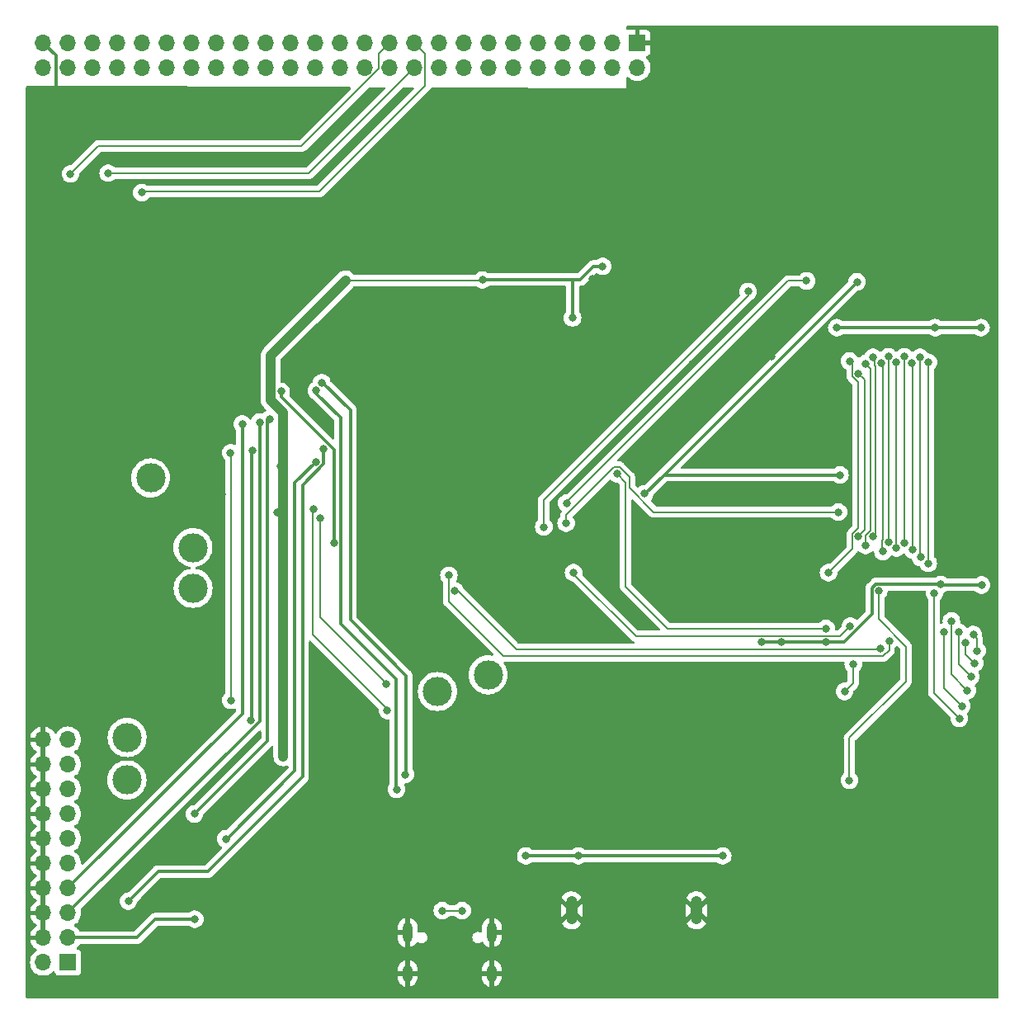
<source format=gbr>
%TF.GenerationSoftware,KiCad,Pcbnew,7.0.10*%
%TF.CreationDate,2024-02-10T01:11:15-05:00*%
%TF.ProjectId,9260-first,39323630-2d66-4697-9273-742e6b696361,rev?*%
%TF.SameCoordinates,Original*%
%TF.FileFunction,Copper,L2,Bot*%
%TF.FilePolarity,Positive*%
%FSLAX46Y46*%
G04 Gerber Fmt 4.6, Leading zero omitted, Abs format (unit mm)*
G04 Created by KiCad (PCBNEW 7.0.10) date 2024-02-10 01:11:15*
%MOMM*%
%LPD*%
G01*
G04 APERTURE LIST*
%TA.AperFunction,ComponentPad*%
%ADD10O,1.200000X2.900000*%
%TD*%
%TA.AperFunction,ComponentPad*%
%ADD11O,1.700000X1.700000*%
%TD*%
%TA.AperFunction,ComponentPad*%
%ADD12R,1.700000X1.700000*%
%TD*%
%TA.AperFunction,ComponentPad*%
%ADD13C,3.000000*%
%TD*%
%TA.AperFunction,ComponentPad*%
%ADD14O,1.000000X1.800000*%
%TD*%
%TA.AperFunction,ComponentPad*%
%ADD15O,1.000000X2.100000*%
%TD*%
%TA.AperFunction,ViaPad*%
%ADD16C,0.800000*%
%TD*%
%TA.AperFunction,Conductor*%
%ADD17C,0.152000*%
%TD*%
%TA.AperFunction,Conductor*%
%ADD18C,0.300000*%
%TD*%
%TA.AperFunction,Conductor*%
%ADD19C,0.200000*%
%TD*%
%TA.AperFunction,Conductor*%
%ADD20C,1.000000*%
%TD*%
G04 APERTURE END LIST*
D10*
%TO.P,J4,5,Shield*%
%TO.N,GND*%
X85400000Y-120000000D03*
X98200000Y-120000000D03*
%TD*%
D11*
%TO.P,J3,50,Pin_50*%
%TO.N,3V3*%
X31190000Y-33510000D03*
%TO.P,J3,49,Pin_49*%
%TO.N,GND*%
X31190000Y-30970000D03*
%TO.P,J3,48,Pin_48*%
%TO.N,PA29*%
X33730000Y-33510000D03*
%TO.P,J3,47,Pin_47*%
%TO.N,PA28*%
X33730000Y-30970000D03*
%TO.P,J3,46,Pin_46*%
%TO.N,PA27*%
X36270000Y-33510000D03*
%TO.P,J3,45,Pin_45*%
%TO.N,PA26*%
X36270000Y-30970000D03*
%TO.P,J3,44,Pin_44*%
%TO.N,PA25*%
X38810000Y-33510000D03*
%TO.P,J3,43,Pin_43*%
%TO.N,PA24*%
X38810000Y-30970000D03*
%TO.P,J3,42,Pin_42*%
%TO.N,PA23*%
X41350000Y-33510000D03*
%TO.P,J3,41,Pin_41*%
%TO.N,PA22*%
X41350000Y-30970000D03*
%TO.P,J3,40,Pin_40*%
%TO.N,PA21*%
X43890000Y-33510000D03*
%TO.P,J3,39,Pin_39*%
%TO.N,PA20*%
X43890000Y-30970000D03*
%TO.P,J3,38,Pin_38*%
%TO.N,PA19*%
X46430000Y-33510000D03*
%TO.P,J3,37,Pin_37*%
%TO.N,PA18*%
X46430000Y-30970000D03*
%TO.P,J3,36,Pin_36*%
%TO.N,PA17*%
X48970000Y-33510000D03*
%TO.P,J3,35,Pin_35*%
%TO.N,PA16*%
X48970000Y-30970000D03*
%TO.P,J3,34,Pin_34*%
%TO.N,PA15*%
X51510000Y-33510000D03*
%TO.P,J3,33,Pin_33*%
%TO.N,PA14*%
X51510000Y-30970000D03*
%TO.P,J3,32,Pin_32*%
%TO.N,PA13*%
X54050000Y-33510000D03*
%TO.P,J3,31,Pin_31*%
%TO.N,PA12*%
X54050000Y-30970000D03*
%TO.P,J3,30,Pin_30*%
%TO.N,PA11*%
X56590000Y-33510000D03*
%TO.P,J3,29,Pin_29*%
%TO.N,PA10*%
X56590000Y-30970000D03*
%TO.P,J3,28,Pin_28*%
%TO.N,PA9*%
X59130000Y-33510000D03*
%TO.P,J3,27,Pin_27*%
%TO.N,PA8*%
X59130000Y-30970000D03*
%TO.P,J3,26,Pin_26*%
%TO.N,PA7*%
X61670000Y-33510000D03*
%TO.P,J3,25,Pin_25*%
%TO.N,PA6*%
X61670000Y-30970000D03*
%TO.P,J3,24,Pin_24*%
%TO.N,PA5*%
X64210000Y-33510000D03*
%TO.P,J3,23,Pin_23*%
%TO.N,PA4*%
X64210000Y-30970000D03*
%TO.P,J3,22,Pin_22*%
%TO.N,PA3*%
X66750000Y-33510000D03*
%TO.P,J3,21,Pin_21*%
%TO.N,PA2*%
X66750000Y-30970000D03*
%TO.P,J3,20,Pin_20*%
%TO.N,PA1*%
X69290000Y-33510000D03*
%TO.P,J3,19,Pin_19*%
%TO.N,PA0*%
X69290000Y-30970000D03*
%TO.P,J3,18,Pin_18*%
%TO.N,PB31*%
X71830000Y-33510000D03*
%TO.P,J3,17,Pin_17*%
%TO.N,PB30*%
X71830000Y-30970000D03*
%TO.P,J3,16,Pin_16*%
%TO.N,PB29*%
X74370000Y-33510000D03*
%TO.P,J3,15,Pin_15*%
%TO.N,PB28*%
X74370000Y-30970000D03*
%TO.P,J3,14,Pin_14*%
%TO.N,PB27*%
X76910000Y-33510000D03*
%TO.P,J3,13,Pin_13*%
%TO.N,PB26*%
X76910000Y-30970000D03*
%TO.P,J3,12,Pin_12*%
%TO.N,PB25*%
X79450000Y-33510000D03*
%TO.P,J3,11,Pin_11*%
%TO.N,PB24*%
X79450000Y-30970000D03*
%TO.P,J3,10,Pin_10*%
%TO.N,PB23*%
X81990000Y-33510000D03*
%TO.P,J3,9,Pin_9*%
%TO.N,PB22*%
X81990000Y-30970000D03*
%TO.P,J3,8,Pin_8*%
%TO.N,PB21*%
X84530000Y-33510000D03*
%TO.P,J3,7,Pin_7*%
%TO.N,PB20*%
X84530000Y-30970000D03*
%TO.P,J3,6,Pin_6*%
%TO.N,PB11*%
X87070000Y-33510000D03*
%TO.P,J3,5,Pin_5*%
%TO.N,PB10*%
X87070000Y-30970000D03*
%TO.P,J3,4,Pin_4*%
%TO.N,PC1*%
X89610000Y-33510000D03*
%TO.P,J3,3,Pin_3*%
%TO.N,PC0*%
X89610000Y-30970000D03*
%TO.P,J3,2,Pin_2*%
%TO.N,3V3*%
X92150000Y-33510000D03*
D12*
%TO.P,J3,1,Pin_1*%
%TO.N,GND*%
X92150000Y-30970000D03*
%TD*%
D13*
%TO.P,TP4,1,1*%
%TO.N,A15*%
X71628000Y-97536000D03*
%TD*%
D14*
%TO.P,J2,S1,SHIELD*%
%TO.N,GND*%
X77218000Y-126460000D03*
D15*
X77218000Y-122280000D03*
D14*
X68578000Y-126460000D03*
D15*
X68578000Y-122280000D03*
%TD*%
D13*
%TO.P,TP5,1,1*%
%TO.N,Net-(J1-Pin_17)*%
X39780000Y-106610000D03*
%TD*%
D12*
%TO.P,J1,1,Pin_1*%
%TO.N,3V3*%
X33717000Y-125344000D03*
D11*
%TO.P,J1,2,Pin_2*%
X31177000Y-125344000D03*
%TO.P,J1,3,Pin_3*%
%TO.N,Net-(J1-Pin_3)*%
X33717000Y-122804000D03*
%TO.P,J1,4,Pin_4*%
%TO.N,GND*%
X31177000Y-122804000D03*
%TO.P,J1,5,Pin_5*%
%TO.N,Net-(J1-Pin_5)*%
X33717000Y-120264000D03*
%TO.P,J1,6,Pin_6*%
%TO.N,GND*%
X31177000Y-120264000D03*
%TO.P,J1,7,Pin_7*%
%TO.N,Net-(J1-Pin_7)*%
X33717000Y-117724000D03*
%TO.P,J1,8,Pin_8*%
%TO.N,GND*%
X31177000Y-117724000D03*
%TO.P,J1,9,Pin_9*%
%TO.N,Net-(J1-Pin_9)*%
X33717000Y-115184000D03*
%TO.P,J1,10,Pin_10*%
%TO.N,GND*%
X31177000Y-115184000D03*
%TO.P,J1,11,Pin_11*%
%TO.N,Net-(J1-Pin_11)*%
X33717000Y-112644000D03*
%TO.P,J1,12,Pin_12*%
%TO.N,GND*%
X31177000Y-112644000D03*
%TO.P,J1,13,Pin_13*%
%TO.N,Net-(J1-Pin_13)*%
X33717000Y-110104000D03*
%TO.P,J1,14,Pin_14*%
%TO.N,GND*%
X31177000Y-110104000D03*
%TO.P,J1,15,Pin_15*%
%TO.N,NRST*%
X33717000Y-107564000D03*
%TO.P,J1,16,Pin_16*%
%TO.N,GND*%
X31177000Y-107564000D03*
%TO.P,J1,17,Pin_17*%
%TO.N,Net-(J1-Pin_17)*%
X33717000Y-105024000D03*
%TO.P,J1,18,Pin_18*%
%TO.N,GND*%
X31177000Y-105024000D03*
%TO.P,J1,19,Pin_19*%
%TO.N,Net-(J1-Pin_19)*%
X33717000Y-102484000D03*
%TO.P,J1,20,Pin_20*%
%TO.N,GND*%
X31177000Y-102484000D03*
%TD*%
D13*
%TO.P,TP1,1,1*%
%TO.N,/WKUP*%
X46539500Y-82759500D03*
%TD*%
%TO.P,TP2,1,1*%
%TO.N,/SHDN*%
X46563000Y-86950500D03*
%TD*%
%TO.P,TP7,1,1*%
%TO.N,Net-(J1-Pin_19)*%
X39790000Y-102260000D03*
%TD*%
%TO.P,TP6,1,1*%
%TO.N,Net-(U1-JTAGSEL)*%
X42200000Y-75610000D03*
%TD*%
%TO.P,TP3,1,1*%
%TO.N,A12*%
X76830000Y-95830000D03*
%TD*%
D16*
%TO.N,NRST*%
X50410000Y-73050000D03*
X50430000Y-98450000D03*
%TO.N,GND*%
X92290000Y-86150000D03*
X89450000Y-86150000D03*
X111690000Y-80220000D03*
X105528436Y-87551564D03*
X110730000Y-87450000D03*
X94830000Y-81610000D03*
X49486807Y-77280000D03*
X44580000Y-76590000D03*
X58840000Y-55380000D03*
X61970000Y-58530000D03*
X82070000Y-76550000D03*
%TO.N,HDMA*%
X66490000Y-99480000D03*
X58960000Y-78830000D03*
%TO.N,GND*%
X85530000Y-67255000D03*
%TO.N,3V3*%
X104920000Y-92488000D03*
X106930000Y-92488000D03*
X111497000Y-92488000D03*
%TO.N,GND*%
X76340000Y-46240000D03*
%TO.N,SPI0_NPCS1*%
X55600000Y-66755000D03*
%TO.N,GND*%
X44550000Y-74160000D03*
%TO.N,1V8*%
X55800000Y-104200000D03*
X55170000Y-79180000D03*
X55560000Y-74457000D03*
X85500000Y-59200000D03*
%TO.N,3V3*%
X112612000Y-60200000D03*
X122700000Y-60200000D03*
X127400000Y-60200000D03*
X123272000Y-86540000D03*
X127460000Y-86600000D03*
%TO.N,GND*%
X38800000Y-64100000D03*
X101100000Y-109800000D03*
%TO.N,VBUS*%
X100900000Y-114400000D03*
X80700000Y-114400000D03*
X86100000Y-114400000D03*
%TO.N,GND*%
X84700000Y-112800000D03*
%TO.N,HDPA*%
X66400000Y-96730000D03*
X59580127Y-79746579D03*
%TO.N,GND*%
X97300000Y-116300000D03*
X76600000Y-104200000D03*
X76600000Y-108000000D03*
X68100000Y-109100000D03*
X66000000Y-112500000D03*
X78200000Y-115100000D03*
X75900000Y-115100000D03*
X69600000Y-115200000D03*
X108400000Y-74000000D03*
X101200000Y-74100000D03*
X104600000Y-72100000D03*
X112400000Y-69000000D03*
X97800000Y-63900000D03*
X112400000Y-74000000D03*
X110800000Y-70800000D03*
X103600000Y-74100000D03*
X108300000Y-69000000D03*
X105900000Y-63200000D03*
X121300000Y-95000000D03*
X110900000Y-94956000D03*
X106900000Y-95000000D03*
X104900000Y-95000000D03*
X59170000Y-47410000D03*
X41480000Y-47750000D03*
X109470000Y-34800000D03*
X95350000Y-34560000D03*
X91280000Y-54360000D03*
%TO.N,1V8*%
X88580000Y-53910000D03*
X76250000Y-55300000D03*
X62215000Y-55340000D03*
%TO.N,GND*%
X79900000Y-91460000D03*
X66960000Y-89800000D03*
X32500000Y-89200000D03*
X32300000Y-69800000D03*
X49300000Y-80100000D03*
X49150000Y-84130000D03*
X49030000Y-73670000D03*
X49070000Y-70880000D03*
X105932000Y-67672000D03*
X110740000Y-63330000D03*
X124260000Y-77450000D03*
X122740000Y-48460000D03*
X112320000Y-48340000D03*
X108331000Y-44485000D03*
X108290000Y-48340000D03*
X103530000Y-48320000D03*
X101920000Y-48300000D03*
X90560000Y-45460000D03*
X90620000Y-47880000D03*
X87563000Y-55187000D03*
X93440000Y-48400000D03*
X96230000Y-48450000D03*
%TO.N,SPI0_NPCS1*%
X61000000Y-82302000D03*
%TO.N,PA2*%
X33970000Y-44430000D03*
%TO.N,PA1*%
X37850000Y-44350000D03*
%TO.N,PA0*%
X41298966Y-46341034D03*
%TO.N,GND*%
X48920000Y-67470000D03*
X48550000Y-61920000D03*
X50530000Y-56360000D03*
X69085000Y-46041000D03*
X99441000Y-94869000D03*
X72013000Y-82010000D03*
X64300000Y-124200000D03*
X71500000Y-91100000D03*
X66294000Y-115951000D03*
X63006000Y-46480000D03*
X66215000Y-81780000D03*
X62738000Y-115951000D03*
X85600000Y-60960000D03*
X63881000Y-75057000D03*
X78380000Y-41210000D03*
X84250000Y-57940000D03*
X69311000Y-56610000D03*
X59020000Y-62659000D03*
X64000000Y-81800000D03*
X62500000Y-57300000D03*
X78715000Y-81940000D03*
X77750000Y-56570000D03*
X64008000Y-72771000D03*
X59664458Y-60285541D03*
X64008000Y-69723000D03*
%TO.N,Net-(C19-Pad2)*%
X74168000Y-120015000D03*
X72136000Y-120015000D03*
%TO.N,Net-(J1-Pin_3)*%
X46736000Y-120904000D03*
%TO.N,Net-(J1-Pin_5)*%
X53400000Y-69900000D03*
%TO.N,Net-(J1-Pin_7)*%
X51600000Y-70100000D03*
%TO.N,Net-(J1-Pin_9)*%
X39929500Y-119050500D03*
X59950000Y-72659000D03*
%TO.N,Net-(J1-Pin_11)*%
X59180000Y-73957000D03*
X49911000Y-112649000D03*
%TO.N,Net-(J1-Pin_13)*%
X46700000Y-110104000D03*
X54400000Y-69590000D03*
%TO.N,PB14*%
X59760000Y-65840000D03*
X68326000Y-106045000D03*
%TO.N,PB15*%
X59210000Y-66650000D03*
X67437000Y-107569000D03*
%TO.N,D7*%
X111506000Y-91059000D03*
X90043000Y-75182000D03*
%TO.N,A0*%
X113411000Y-97536000D03*
X114300000Y-94742000D03*
%TO.N,SDWE*%
X113919000Y-63627000D03*
X111760000Y-85344000D03*
%TO.N,CAS*%
X113990000Y-90840000D03*
X114808000Y-81640000D03*
X85598000Y-85344000D03*
X114808000Y-64897000D03*
%TO.N,RAS*%
X115561710Y-63888069D03*
X115561710Y-82550000D03*
%TO.N,SDCS*%
X116322633Y-63239224D03*
X116322633Y-81620000D03*
%TO.N,A16*%
X117346443Y-83173557D03*
X73436425Y-87200000D03*
X117083644Y-93157644D03*
X117132887Y-63825307D03*
%TO.N,A17*%
X72808425Y-85615505D03*
X117910229Y-63196226D03*
X117910229Y-82230000D03*
X117983000Y-92329000D03*
%TO.N,SDA10*%
X118735626Y-63760784D03*
X118735626Y-82800000D03*
%TO.N,A2*%
X119545717Y-63174475D03*
X119545717Y-82280000D03*
%TO.N,A3*%
X120400000Y-83000000D03*
X120322718Y-63803978D03*
%TO.N,A4*%
X121148882Y-63240544D03*
X121195000Y-83770000D03*
%TO.N,A5*%
X122007000Y-63754000D03*
X121990000Y-84390000D03*
%TO.N,A7*%
X126619000Y-91694000D03*
X127000000Y-93345000D03*
%TO.N,A8*%
X125823495Y-92549495D03*
X126750653Y-94619653D03*
%TO.N,A9*%
X125095000Y-91440000D03*
X126374306Y-96021306D03*
%TO.N,A10*%
X124370000Y-90297000D03*
X125997959Y-97422959D03*
%TO.N,A11*%
X123645000Y-91440000D03*
X125431112Y-99015112D03*
%TO.N,A13*%
X122622016Y-87440000D03*
X125181765Y-100289765D03*
%TO.N,A14*%
X113900000Y-106642000D03*
X116912000Y-87220000D03*
%TO.N,SDCK*%
X114681000Y-55499000D03*
X92895847Y-77232000D03*
X112930000Y-75311000D03*
%TO.N,NBS1*%
X84836000Y-80264000D03*
X112780000Y-79121000D03*
%TO.N,A1*%
X82550000Y-80645000D03*
X103500000Y-56500000D03*
%TO.N,NBS3*%
X109500000Y-55400000D03*
X84900000Y-78200000D03*
%TO.N,Net-(JP1-B)*%
X52449000Y-100459000D03*
X52655627Y-72805000D03*
%TD*%
D17*
%TO.N,A16*%
X73436425Y-87200000D02*
X73738000Y-87200000D01*
X73738000Y-87200000D02*
X79756000Y-93218000D01*
X79756000Y-93218000D02*
X117023288Y-93218000D01*
X117023288Y-93218000D02*
X117083644Y-93157644D01*
X117346443Y-83173557D02*
X117282229Y-83109343D01*
X117282229Y-83109343D02*
X117282229Y-81969873D01*
X117282229Y-81969873D02*
X117330000Y-81922102D01*
X117330000Y-81922102D02*
X117330000Y-64022420D01*
X117330000Y-64022420D02*
X117132887Y-63825307D01*
D18*
%TO.N,SDCK*%
X112930000Y-75311000D02*
X94869000Y-75311000D01*
D17*
%TO.N,NBS1*%
X91333000Y-75515991D02*
X90323009Y-74506000D01*
X84836000Y-79432991D02*
X84836000Y-80264000D01*
X91333000Y-76625162D02*
X91333000Y-75515991D01*
X89762991Y-74506000D02*
X84836000Y-79432991D01*
X112780000Y-79121000D02*
X93828838Y-79121000D01*
X93828838Y-79121000D02*
X91333000Y-76625162D01*
X90323009Y-74506000D02*
X89762991Y-74506000D01*
%TO.N,SDWE*%
X113919000Y-63627000D02*
X114190000Y-63898000D01*
X114190000Y-63898000D02*
X114190000Y-64626873D01*
X114180000Y-64636873D02*
X114180000Y-65157127D01*
X114180000Y-81900127D02*
X114190000Y-81910127D01*
X114190000Y-64626873D02*
X114180000Y-64636873D01*
X114180000Y-65157127D02*
X114820000Y-65797127D01*
X114820000Y-65797127D02*
X114820000Y-80739873D01*
X114820000Y-80739873D02*
X114180000Y-81379873D01*
X114190000Y-82914000D02*
X111760000Y-85344000D01*
X114180000Y-81379873D02*
X114180000Y-81900127D01*
X114190000Y-81910127D02*
X114190000Y-82914000D01*
%TO.N,CAS*%
X114808000Y-81640000D02*
X115480000Y-80968000D01*
X115480000Y-80968000D02*
X115480000Y-65569000D01*
X115480000Y-65569000D02*
X114808000Y-64897000D01*
%TO.N,RAS*%
X115561710Y-82550000D02*
X115561710Y-81492796D01*
X115561710Y-81492796D02*
X116070000Y-80984506D01*
X116070000Y-80984506D02*
X116070000Y-64396359D01*
X116070000Y-64396359D02*
X115561710Y-63888069D01*
%TO.N,SDCS*%
X116322633Y-81620000D02*
X116590000Y-81352633D01*
X116590000Y-81352633D02*
X116590000Y-64170547D01*
X116590000Y-64170547D02*
X116504887Y-64085434D01*
X116504887Y-64085434D02*
X116504887Y-63565180D01*
X116504887Y-63565180D02*
X116576738Y-63493329D01*
X116576738Y-63493329D02*
X116322633Y-63239224D01*
D18*
%TO.N,3V3*%
X112612000Y-60200000D02*
X122700000Y-60200000D01*
%TO.N,1V8*%
X88580000Y-53910000D02*
X88550000Y-53940000D01*
X88550000Y-53940000D02*
X87620000Y-53940000D01*
X87620000Y-53940000D02*
X86300000Y-55260000D01*
X86300000Y-55260000D02*
X85500000Y-55260000D01*
D19*
%TO.N,PA0*%
X41298966Y-46341034D02*
X41400000Y-46240000D01*
X70392000Y-32072000D02*
X69290000Y-30970000D01*
X41400000Y-46240000D02*
X59530000Y-46240000D01*
X70392000Y-35378000D02*
X70392000Y-32072000D01*
X59530000Y-46240000D02*
X70392000Y-35378000D01*
%TO.N,PA2*%
X33970000Y-44430000D02*
X36810000Y-41590000D01*
X36810000Y-41590000D02*
X57688464Y-41590000D01*
X57688464Y-41590000D02*
X65630000Y-33648464D01*
X65630000Y-33648464D02*
X65630000Y-32090000D01*
X65630000Y-32090000D02*
X66750000Y-30970000D01*
D18*
%TO.N,Net-(J1-Pin_9)*%
X42966698Y-116013302D02*
X48070698Y-116013302D01*
X39929500Y-119050500D02*
X42966698Y-116013302D01*
X48070698Y-116013302D02*
X57800000Y-106284000D01*
X57800000Y-106284000D02*
X57800000Y-76329778D01*
X57800000Y-76329778D02*
X59950000Y-74179778D01*
X59950000Y-74179778D02*
X59950000Y-72659000D01*
D19*
%TO.N,NRST*%
X50430000Y-98450000D02*
X50430000Y-94254816D01*
X50427592Y-73067592D02*
X50410000Y-73050000D01*
X50430000Y-94254816D02*
X50427592Y-94252408D01*
X50427592Y-94252408D02*
X50427592Y-73067592D01*
D17*
%TO.N,A4*%
X121195000Y-83770000D02*
X121148882Y-83723882D01*
X121148882Y-83723882D02*
X121148882Y-63240544D01*
%TO.N,A5*%
X121990000Y-84390000D02*
X122007000Y-84373000D01*
X122007000Y-84373000D02*
X122007000Y-63754000D01*
%TO.N,A3*%
X120400000Y-83000000D02*
X120400000Y-63881260D01*
X120400000Y-63881260D02*
X120322718Y-63803978D01*
D18*
%TO.N,Net-(J1-Pin_13)*%
X54200000Y-69790000D02*
X54200000Y-102600000D01*
X54400000Y-69590000D02*
X54200000Y-69790000D01*
X54200000Y-102600000D02*
X46700000Y-110100000D01*
X46700000Y-110100000D02*
X46700000Y-110104000D01*
D19*
%TO.N,HDPA*%
X66400000Y-96730000D02*
X66400000Y-96720000D01*
X59590000Y-89910000D02*
X59590000Y-79756452D01*
X66400000Y-96720000D02*
X59590000Y-89910000D01*
X59590000Y-79756452D02*
X59580127Y-79746579D01*
%TO.N,HDMA*%
X66490000Y-99480000D02*
X66490000Y-99312068D01*
X66490000Y-99312068D02*
X58838000Y-91660068D01*
X58838000Y-91660068D02*
X58838000Y-78952000D01*
X58838000Y-78952000D02*
X58960000Y-78830000D01*
D18*
%TO.N,Net-(J1-Pin_7)*%
X51600000Y-70100000D02*
X51629000Y-70129000D01*
X51629000Y-70129000D02*
X51629000Y-99812000D01*
X51629000Y-99812000D02*
X33717000Y-117724000D01*
D19*
%TO.N,1V8*%
X55170000Y-79104000D02*
X55000000Y-78934000D01*
X55170000Y-79180000D02*
X55170000Y-79104000D01*
D20*
X55800000Y-104200000D02*
X55800000Y-68912247D01*
X54510000Y-63045000D02*
X62215000Y-55340000D01*
X55800000Y-68912247D02*
X54510000Y-67622247D01*
X54510000Y-67622247D02*
X54510000Y-63045000D01*
D18*
%TO.N,Net-(J1-Pin_11)*%
X59180000Y-73957000D02*
X57000000Y-76137000D01*
X57000000Y-76137000D02*
X57000000Y-105663778D01*
X57000000Y-105663778D02*
X50014778Y-112649000D01*
X50014778Y-112649000D02*
X49911000Y-112649000D01*
%TO.N,3V3*%
X123272000Y-86540000D02*
X123312000Y-86580000D01*
X123312000Y-86580000D02*
X127440000Y-86580000D01*
X127440000Y-86580000D02*
X127460000Y-86600000D01*
X123272000Y-86540000D02*
X123232000Y-86500000D01*
X116612000Y-86518000D02*
X116210000Y-86920000D01*
X123232000Y-86500000D02*
X122570000Y-86500000D01*
X122570000Y-86500000D02*
X122552000Y-86518000D01*
X122552000Y-86518000D02*
X116612000Y-86518000D01*
X116210000Y-86920000D02*
X116210000Y-89612778D01*
X116210000Y-89612778D02*
X113334778Y-92488000D01*
X113334778Y-92488000D02*
X111497000Y-92488000D01*
D17*
%TO.N,A13*%
X122600000Y-87462016D02*
X122600000Y-97708000D01*
X122622016Y-87440000D02*
X122600000Y-87462016D01*
X122600000Y-97708000D02*
X125181765Y-100289765D01*
%TO.N,A14*%
X116912000Y-90115000D02*
X119719000Y-92922000D01*
X119719000Y-92922000D02*
X119719000Y-96478000D01*
X116912000Y-87220000D02*
X116912000Y-90115000D01*
X119719000Y-96478000D02*
X113900000Y-102297000D01*
X113900000Y-102297000D02*
X113900000Y-106642000D01*
%TO.N,SDA10*%
X118735626Y-82800000D02*
X118735626Y-63760784D01*
%TO.N,A2*%
X119545717Y-82280000D02*
X119545717Y-63174475D01*
%TO.N,A17*%
X117910229Y-82230000D02*
X117910229Y-63196226D01*
%TO.N,CAS*%
X112970000Y-91860000D02*
X91987000Y-91860000D01*
X113990000Y-90840000D02*
X112970000Y-91860000D01*
X91987000Y-91860000D02*
X85598000Y-85471000D01*
X85598000Y-85471000D02*
X85598000Y-85344000D01*
D18*
%TO.N,3V3*%
X106930000Y-92488000D02*
X104920000Y-92488000D01*
X111497000Y-92488000D02*
X106930000Y-92488000D01*
%TO.N,PB15*%
X61702000Y-82592778D02*
X61700000Y-82594778D01*
X59210000Y-66957000D02*
X61700000Y-69447000D01*
X59210000Y-66650000D02*
X59210000Y-66957000D01*
X61700000Y-69447000D02*
X61700000Y-82009222D01*
X61700000Y-82009222D02*
X61702000Y-82011222D01*
X67400000Y-107532000D02*
X67437000Y-107569000D01*
X61702000Y-82011222D02*
X61702000Y-82592778D01*
X61700000Y-82594778D02*
X61700000Y-90600000D01*
X61700000Y-90600000D02*
X67400000Y-96300000D01*
X67400000Y-96300000D02*
X67400000Y-107532000D01*
%TO.N,SPI0_NPCS1*%
X55600000Y-66755000D02*
X55600000Y-67316222D01*
X55600000Y-67316222D02*
X61000000Y-72716222D01*
X61000000Y-72716222D02*
X61000000Y-82302000D01*
%TO.N,PB14*%
X59860000Y-65840000D02*
X62700000Y-68680000D01*
X62700000Y-68680000D02*
X62700000Y-90200000D01*
X62700000Y-90200000D02*
X68400000Y-95900000D01*
X59760000Y-65840000D02*
X59860000Y-65840000D01*
X68400000Y-95900000D02*
X68400000Y-105971000D01*
X68400000Y-105971000D02*
X68326000Y-106045000D01*
%TO.N,Net-(J1-Pin_5)*%
X53400000Y-100581000D02*
X33717000Y-120264000D01*
X53400000Y-69900000D02*
X53400000Y-100581000D01*
%TO.N,Net-(JP1-B)*%
X52655627Y-72805000D02*
X52600000Y-72860627D01*
X52600000Y-100308000D02*
X52449000Y-100459000D01*
X52600000Y-72860627D02*
X52600000Y-100308000D01*
%TO.N,1V8*%
X85500000Y-55260000D02*
X76290000Y-55260000D01*
X85500000Y-59200000D02*
X85500000Y-55260000D01*
D17*
%TO.N,NBS3*%
X109500000Y-55400000D02*
X107600000Y-55400000D01*
X107600000Y-55400000D02*
X84900000Y-78100000D01*
X84900000Y-78100000D02*
X84900000Y-78200000D01*
D18*
%TO.N,3V3*%
X122700000Y-60200000D02*
X127400000Y-60200000D01*
%TO.N,VBUS*%
X100900000Y-114400000D02*
X86100000Y-114400000D01*
X86100000Y-114400000D02*
X80800000Y-114400000D01*
D19*
%TO.N,SPI0_NPCS1*%
X61000000Y-82302000D02*
X61010000Y-82292000D01*
D18*
%TO.N,GND*%
X32500000Y-36600000D02*
X32500000Y-32280000D01*
X32500000Y-32280000D02*
X31190000Y-30970000D01*
D19*
X32500000Y-89030000D02*
X32500000Y-89200000D01*
D17*
%TO.N,A17*%
X72808425Y-85615505D02*
X72808425Y-88308425D01*
X117374009Y-93894000D02*
X117983000Y-93285009D01*
X72808425Y-88308425D02*
X78394000Y-93894000D01*
X78394000Y-93894000D02*
X117374009Y-93894000D01*
X117983000Y-93285009D02*
X117983000Y-92329000D01*
%TO.N,A1*%
X82550000Y-77851000D02*
X82550000Y-80645000D01*
X103500000Y-56500000D02*
X103500000Y-56901000D01*
X103500000Y-56901000D02*
X82550000Y-77851000D01*
D18*
%TO.N,SDCK*%
X114681000Y-55499000D02*
X94869000Y-75311000D01*
%TO.N,GND*%
X49070000Y-73630000D02*
X49030000Y-73670000D01*
X59170000Y-47420000D02*
X59170000Y-47410000D01*
X49070000Y-67620000D02*
X48920000Y-67470000D01*
X78360000Y-41190000D02*
X78380000Y-41210000D01*
X59060000Y-47520000D02*
X59170000Y-47410000D01*
X109470000Y-34800000D02*
X109470000Y-35190000D01*
X112440000Y-48460000D02*
X112320000Y-48340000D01*
%TO.N,1V8*%
X76290000Y-55260000D02*
X76250000Y-55300000D01*
D19*
X76210000Y-55340000D02*
X76250000Y-55300000D01*
X62215000Y-55340000D02*
X76210000Y-55340000D01*
D18*
%TO.N,GND*%
X108290000Y-44526000D02*
X108331000Y-44485000D01*
X103530000Y-48320000D02*
X103550000Y-48340000D01*
X103510000Y-48300000D02*
X103530000Y-48320000D01*
X96230000Y-48450000D02*
X96380000Y-48300000D01*
X96180000Y-48400000D02*
X96230000Y-48450000D01*
X90560000Y-47820000D02*
X90620000Y-47880000D01*
D19*
%TO.N,PA1*%
X37850000Y-44350000D02*
X58450000Y-44350000D01*
X58450000Y-44350000D02*
X69290000Y-33510000D01*
D17*
%TO.N,Net-(C19-Pad2)*%
X74168000Y-120015000D02*
X72136000Y-120015000D01*
D18*
%TO.N,Net-(J1-Pin_3)*%
X46736000Y-120904000D02*
X42672000Y-120904000D01*
X40772000Y-122804000D02*
X33717000Y-122804000D01*
X42672000Y-120904000D02*
X40772000Y-122804000D01*
D17*
%TO.N,D7*%
X90043000Y-75182000D02*
X90932000Y-76071000D01*
X90932000Y-86741000D02*
X95250000Y-91059000D01*
X90932000Y-76071000D02*
X90932000Y-86741000D01*
X95250000Y-91059000D02*
X111506000Y-91059000D01*
%TO.N,A0*%
X114300000Y-96647000D02*
X113411000Y-97536000D01*
X114300000Y-94742000D02*
X114300000Y-96647000D01*
%TO.N,A7*%
X127000000Y-93345000D02*
X127000000Y-92075000D01*
X127000000Y-92075000D02*
X126619000Y-91694000D01*
%TO.N,A8*%
X125823495Y-93692495D02*
X125823495Y-92549495D01*
X126750653Y-94619653D02*
X125823495Y-93692495D01*
%TO.N,A9*%
X126374306Y-96021306D02*
X125095000Y-94742000D01*
X125095000Y-94742000D02*
X125095000Y-91440000D01*
%TO.N,A10*%
X125997959Y-97422959D02*
X124370000Y-95795000D01*
X124370000Y-95795000D02*
X124370000Y-90297000D01*
%TO.N,A11*%
X125431112Y-99015112D02*
X123645000Y-97229000D01*
X123645000Y-97229000D02*
X123645000Y-91440000D01*
D18*
%TO.N,SDCK*%
X92948000Y-77232000D02*
X94869000Y-75311000D01*
X92895847Y-77232000D02*
X92948000Y-77232000D01*
%TD*%
%TA.AperFunction,Conductor*%
%TO.N,GND*%
G36*
X31427000Y-122368498D02*
G01*
X31319315Y-122319320D01*
X31212763Y-122304000D01*
X31141237Y-122304000D01*
X31034685Y-122319320D01*
X30927000Y-122368498D01*
X30927000Y-120699501D01*
X31034685Y-120748680D01*
X31141237Y-120764000D01*
X31212763Y-120764000D01*
X31319315Y-120748680D01*
X31427000Y-120699501D01*
X31427000Y-122368498D01*
G37*
%TD.AperFunction*%
%TA.AperFunction,Conductor*%
G36*
X31427000Y-119828498D02*
G01*
X31319315Y-119779320D01*
X31212763Y-119764000D01*
X31141237Y-119764000D01*
X31034685Y-119779320D01*
X30927000Y-119828498D01*
X30927000Y-118159501D01*
X31034685Y-118208680D01*
X31141237Y-118224000D01*
X31212763Y-118224000D01*
X31319315Y-118208680D01*
X31427000Y-118159501D01*
X31427000Y-119828498D01*
G37*
%TD.AperFunction*%
%TA.AperFunction,Conductor*%
G36*
X31427000Y-117288498D02*
G01*
X31319315Y-117239320D01*
X31212763Y-117224000D01*
X31141237Y-117224000D01*
X31034685Y-117239320D01*
X30927000Y-117288498D01*
X30927000Y-115619501D01*
X31034685Y-115668680D01*
X31141237Y-115684000D01*
X31212763Y-115684000D01*
X31319315Y-115668680D01*
X31427000Y-115619501D01*
X31427000Y-117288498D01*
G37*
%TD.AperFunction*%
%TA.AperFunction,Conductor*%
G36*
X31427000Y-114748498D02*
G01*
X31319315Y-114699320D01*
X31212763Y-114684000D01*
X31141237Y-114684000D01*
X31034685Y-114699320D01*
X30927000Y-114748498D01*
X30927000Y-113079501D01*
X31034685Y-113128680D01*
X31141237Y-113144000D01*
X31212763Y-113144000D01*
X31319315Y-113128680D01*
X31427000Y-113079501D01*
X31427000Y-114748498D01*
G37*
%TD.AperFunction*%
%TA.AperFunction,Conductor*%
G36*
X31427000Y-112208498D02*
G01*
X31319315Y-112159320D01*
X31212763Y-112144000D01*
X31141237Y-112144000D01*
X31034685Y-112159320D01*
X30927000Y-112208498D01*
X30927000Y-110539501D01*
X31034685Y-110588680D01*
X31141237Y-110604000D01*
X31212763Y-110604000D01*
X31319315Y-110588680D01*
X31427000Y-110539501D01*
X31427000Y-112208498D01*
G37*
%TD.AperFunction*%
%TA.AperFunction,Conductor*%
G36*
X31427000Y-109668498D02*
G01*
X31319315Y-109619320D01*
X31212763Y-109604000D01*
X31141237Y-109604000D01*
X31034685Y-109619320D01*
X30927000Y-109668498D01*
X30927000Y-107999501D01*
X31034685Y-108048680D01*
X31141237Y-108064000D01*
X31212763Y-108064000D01*
X31319315Y-108048680D01*
X31427000Y-107999501D01*
X31427000Y-109668498D01*
G37*
%TD.AperFunction*%
%TA.AperFunction,Conductor*%
G36*
X31427000Y-107128498D02*
G01*
X31319315Y-107079320D01*
X31212763Y-107064000D01*
X31141237Y-107064000D01*
X31034685Y-107079320D01*
X30927000Y-107128498D01*
X30927000Y-105459501D01*
X31034685Y-105508680D01*
X31141237Y-105524000D01*
X31212763Y-105524000D01*
X31319315Y-105508680D01*
X31427000Y-105459501D01*
X31427000Y-107128498D01*
G37*
%TD.AperFunction*%
%TA.AperFunction,Conductor*%
G36*
X31427000Y-104588498D02*
G01*
X31319315Y-104539320D01*
X31212763Y-104524000D01*
X31141237Y-104524000D01*
X31034685Y-104539320D01*
X30927000Y-104588498D01*
X30927000Y-102919501D01*
X31034685Y-102968680D01*
X31141237Y-102984000D01*
X31212763Y-102984000D01*
X31319315Y-102968680D01*
X31427000Y-102919501D01*
X31427000Y-104588498D01*
G37*
%TD.AperFunction*%
%TA.AperFunction,Conductor*%
G36*
X129143039Y-29219685D02*
G01*
X129188794Y-29272489D01*
X129200000Y-29324000D01*
X129200000Y-128876000D01*
X129180315Y-128943039D01*
X129127511Y-128988794D01*
X129076000Y-129000000D01*
X29524000Y-129000000D01*
X29456961Y-128980315D01*
X29411206Y-128927511D01*
X29400000Y-128876000D01*
X29400000Y-126910713D01*
X67578000Y-126910713D01*
X67593418Y-127062338D01*
X67654299Y-127256381D01*
X67654304Y-127256391D01*
X67753005Y-127434215D01*
X67753005Y-127434216D01*
X67885478Y-127588530D01*
X67885479Y-127588531D01*
X68046304Y-127713018D01*
X68228907Y-127802589D01*
X68328000Y-127828244D01*
X68328000Y-127026110D01*
X68352457Y-127065610D01*
X68441962Y-127133201D01*
X68549840Y-127163895D01*
X68661521Y-127153546D01*
X68761922Y-127103552D01*
X68828000Y-127031069D01*
X68828000Y-127833366D01*
X68829944Y-127833069D01*
X68829945Y-127833069D01*
X69020660Y-127762436D01*
X69020664Y-127762434D01*
X69193267Y-127654850D01*
X69340668Y-127514735D01*
X69340669Y-127514733D01*
X69456856Y-127347804D01*
X69537059Y-127160907D01*
X69578000Y-126961690D01*
X69578000Y-126910713D01*
X76218000Y-126910713D01*
X76233418Y-127062338D01*
X76294299Y-127256381D01*
X76294304Y-127256391D01*
X76393005Y-127434215D01*
X76393005Y-127434216D01*
X76525478Y-127588530D01*
X76525479Y-127588531D01*
X76686304Y-127713018D01*
X76868907Y-127802589D01*
X76968000Y-127828244D01*
X76968000Y-127026110D01*
X76992457Y-127065610D01*
X77081962Y-127133201D01*
X77189840Y-127163895D01*
X77301521Y-127153546D01*
X77401922Y-127103552D01*
X77468000Y-127031069D01*
X77468000Y-127833366D01*
X77469944Y-127833069D01*
X77469945Y-127833069D01*
X77660660Y-127762436D01*
X77660664Y-127762434D01*
X77833267Y-127654850D01*
X77980668Y-127514735D01*
X77980669Y-127514733D01*
X78096856Y-127347804D01*
X78177059Y-127160907D01*
X78218000Y-126961690D01*
X78218000Y-126710000D01*
X77518000Y-126710000D01*
X77518000Y-126210000D01*
X78218000Y-126210000D01*
X78218000Y-126009286D01*
X78202581Y-125857661D01*
X78141700Y-125663618D01*
X78141695Y-125663608D01*
X78042994Y-125485784D01*
X78042994Y-125485783D01*
X77910521Y-125331469D01*
X77910520Y-125331468D01*
X77749695Y-125206981D01*
X77567093Y-125117411D01*
X77468000Y-125091753D01*
X77468000Y-125893889D01*
X77443543Y-125854390D01*
X77354038Y-125786799D01*
X77246160Y-125756105D01*
X77134479Y-125766454D01*
X77034078Y-125816448D01*
X76968000Y-125888930D01*
X76968000Y-125086633D01*
X76966053Y-125086931D01*
X76966047Y-125086933D01*
X76775342Y-125157562D01*
X76775335Y-125157565D01*
X76602732Y-125265149D01*
X76455331Y-125405264D01*
X76455330Y-125405266D01*
X76339143Y-125572195D01*
X76258940Y-125759092D01*
X76218000Y-125958309D01*
X76218000Y-126210000D01*
X76918000Y-126210000D01*
X76918000Y-126710000D01*
X76218000Y-126710000D01*
X76218000Y-126910713D01*
X69578000Y-126910713D01*
X69578000Y-126710000D01*
X68878000Y-126710000D01*
X68878000Y-126210000D01*
X69578000Y-126210000D01*
X69578000Y-126009286D01*
X69562581Y-125857661D01*
X69501700Y-125663618D01*
X69501695Y-125663608D01*
X69402994Y-125485784D01*
X69402994Y-125485783D01*
X69270521Y-125331469D01*
X69270520Y-125331468D01*
X69109695Y-125206981D01*
X68927093Y-125117411D01*
X68828000Y-125091753D01*
X68828000Y-125893889D01*
X68803543Y-125854390D01*
X68714038Y-125786799D01*
X68606160Y-125756105D01*
X68494479Y-125766454D01*
X68394078Y-125816448D01*
X68328000Y-125888930D01*
X68328000Y-125086633D01*
X68326053Y-125086931D01*
X68326047Y-125086933D01*
X68135342Y-125157562D01*
X68135335Y-125157565D01*
X67962732Y-125265149D01*
X67815331Y-125405264D01*
X67815330Y-125405266D01*
X67699143Y-125572195D01*
X67618940Y-125759092D01*
X67578000Y-125958309D01*
X67578000Y-126210000D01*
X68278000Y-126210000D01*
X68278000Y-126710000D01*
X67578000Y-126710000D01*
X67578000Y-126910713D01*
X29400000Y-126910713D01*
X29400000Y-125344000D01*
X29821341Y-125344000D01*
X29841936Y-125579403D01*
X29841938Y-125579413D01*
X29903094Y-125807655D01*
X29903096Y-125807659D01*
X29903097Y-125807663D01*
X29973345Y-125958309D01*
X30002965Y-126021830D01*
X30002967Y-126021834D01*
X30111281Y-126176521D01*
X30138505Y-126215401D01*
X30305599Y-126382495D01*
X30402384Y-126450265D01*
X30499165Y-126518032D01*
X30499167Y-126518033D01*
X30499170Y-126518035D01*
X30713337Y-126617903D01*
X30941592Y-126679063D01*
X31118034Y-126694500D01*
X31176999Y-126699659D01*
X31177000Y-126699659D01*
X31177001Y-126699659D01*
X31235966Y-126694500D01*
X31412408Y-126679063D01*
X31640663Y-126617903D01*
X31854830Y-126518035D01*
X32048401Y-126382495D01*
X32170329Y-126260566D01*
X32231648Y-126227084D01*
X32301340Y-126232068D01*
X32357274Y-126273939D01*
X32374189Y-126304917D01*
X32423202Y-126436328D01*
X32423206Y-126436335D01*
X32509452Y-126551544D01*
X32509455Y-126551547D01*
X32624664Y-126637793D01*
X32624671Y-126637797D01*
X32759517Y-126688091D01*
X32759516Y-126688091D01*
X32766444Y-126688835D01*
X32819127Y-126694500D01*
X34614872Y-126694499D01*
X34674483Y-126688091D01*
X34809331Y-126637796D01*
X34924546Y-126551546D01*
X35010796Y-126436331D01*
X35061091Y-126301483D01*
X35067500Y-126241873D01*
X35067499Y-124446128D01*
X35061091Y-124386517D01*
X35059810Y-124383083D01*
X35010797Y-124251671D01*
X35010793Y-124251664D01*
X34924547Y-124136455D01*
X34924544Y-124136452D01*
X34809335Y-124050206D01*
X34809328Y-124050202D01*
X34677917Y-124001189D01*
X34621983Y-123959318D01*
X34597566Y-123893853D01*
X34612418Y-123825580D01*
X34633563Y-123797332D01*
X34755495Y-123675401D01*
X34873147Y-123507377D01*
X34927724Y-123463752D01*
X34974722Y-123454500D01*
X40686495Y-123454500D01*
X40702505Y-123456267D01*
X40702528Y-123456026D01*
X40710289Y-123456758D01*
X40710296Y-123456760D01*
X40780262Y-123454560D01*
X40784157Y-123454500D01*
X40812925Y-123454500D01*
X40817287Y-123453948D01*
X40828939Y-123453030D01*
X40874569Y-123451597D01*
X40894956Y-123445673D01*
X40913996Y-123441731D01*
X40935058Y-123439071D01*
X40977520Y-123422258D01*
X40988557Y-123418480D01*
X41032398Y-123405744D01*
X41050665Y-123394939D01*
X41068136Y-123386380D01*
X41087871Y-123378568D01*
X41124816Y-123351725D01*
X41134558Y-123345326D01*
X41173865Y-123322081D01*
X41188870Y-123307075D01*
X41203668Y-123294436D01*
X41211591Y-123288680D01*
X41220837Y-123281963D01*
X41249946Y-123246774D01*
X41257790Y-123238154D01*
X41615231Y-122880713D01*
X67578000Y-122880713D01*
X67593418Y-123032338D01*
X67654299Y-123226381D01*
X67654304Y-123226391D01*
X67753005Y-123404215D01*
X67753005Y-123404216D01*
X67885478Y-123558530D01*
X67885479Y-123558531D01*
X68046304Y-123683018D01*
X68228907Y-123772589D01*
X68328000Y-123798244D01*
X68328000Y-122996110D01*
X68352457Y-123035610D01*
X68441962Y-123103201D01*
X68549840Y-123133895D01*
X68661521Y-123123546D01*
X68761922Y-123073552D01*
X68828000Y-123001069D01*
X68828000Y-123803366D01*
X68829944Y-123803069D01*
X68829945Y-123803069D01*
X69020660Y-123732436D01*
X69020664Y-123732434D01*
X69193267Y-123624850D01*
X69340668Y-123484735D01*
X69340669Y-123484733D01*
X69456855Y-123317805D01*
X69469921Y-123287358D01*
X69514447Y-123233513D01*
X69581015Y-123212289D01*
X69648491Y-123230423D01*
X69659359Y-123237880D01*
X69690728Y-123261950D01*
X69717767Y-123282698D01*
X69857764Y-123340687D01*
X69970280Y-123355500D01*
X69970287Y-123355500D01*
X70045713Y-123355500D01*
X70045720Y-123355500D01*
X70158236Y-123340687D01*
X70298233Y-123282698D01*
X70418451Y-123190451D01*
X70510698Y-123070233D01*
X70568687Y-122930236D01*
X70588466Y-122780000D01*
X75207534Y-122780000D01*
X75227312Y-122930234D01*
X75227313Y-122930236D01*
X75270960Y-123035610D01*
X75285302Y-123070233D01*
X75377549Y-123190451D01*
X75497767Y-123282698D01*
X75637764Y-123340687D01*
X75750280Y-123355500D01*
X75750287Y-123355500D01*
X75825713Y-123355500D01*
X75825720Y-123355500D01*
X75938236Y-123340687D01*
X76078233Y-123282698D01*
X76137578Y-123237160D01*
X76202746Y-123211966D01*
X76271191Y-123226004D01*
X76321181Y-123274817D01*
X76321483Y-123275358D01*
X76393005Y-123404215D01*
X76393005Y-123404216D01*
X76525478Y-123558530D01*
X76525479Y-123558531D01*
X76686304Y-123683018D01*
X76868907Y-123772589D01*
X76968000Y-123798244D01*
X76968000Y-122996110D01*
X76992457Y-123035610D01*
X77081962Y-123103201D01*
X77189840Y-123133895D01*
X77301521Y-123123546D01*
X77401922Y-123073552D01*
X77468000Y-123001069D01*
X77468000Y-123803366D01*
X77469944Y-123803069D01*
X77469945Y-123803069D01*
X77660660Y-123732436D01*
X77660664Y-123732434D01*
X77833267Y-123624850D01*
X77980668Y-123484735D01*
X77980669Y-123484733D01*
X78096856Y-123317804D01*
X78177059Y-123130907D01*
X78218000Y-122931690D01*
X78218000Y-122530000D01*
X77518000Y-122530000D01*
X77518000Y-122030000D01*
X78218000Y-122030000D01*
X78218000Y-121679286D01*
X78202581Y-121527661D01*
X78141700Y-121333618D01*
X78141695Y-121333608D01*
X78042994Y-121155784D01*
X78042994Y-121155783D01*
X77910521Y-121001469D01*
X77910520Y-121001468D01*
X77749695Y-120876981D01*
X77567093Y-120787411D01*
X77468000Y-120761753D01*
X77468000Y-121563889D01*
X77443543Y-121524390D01*
X77354038Y-121456799D01*
X77246160Y-121426105D01*
X77134479Y-121436454D01*
X77034078Y-121486448D01*
X76968000Y-121558930D01*
X76968000Y-120756633D01*
X76966053Y-120756931D01*
X76966047Y-120756933D01*
X76775342Y-120827562D01*
X76775335Y-120827565D01*
X76602732Y-120935149D01*
X76455331Y-121075264D01*
X76455330Y-121075266D01*
X76339143Y-121242195D01*
X76258940Y-121429092D01*
X76218000Y-121628309D01*
X76218000Y-122149615D01*
X76198315Y-122216654D01*
X76145511Y-122262409D01*
X76076353Y-122272353D01*
X76046548Y-122264176D01*
X75938239Y-122219314D01*
X75938237Y-122219313D01*
X75938236Y-122219313D01*
X75918039Y-122216654D01*
X75825727Y-122204500D01*
X75825720Y-122204500D01*
X75750280Y-122204500D01*
X75750272Y-122204500D01*
X75637764Y-122219313D01*
X75637763Y-122219313D01*
X75497770Y-122277300D01*
X75497767Y-122277301D01*
X75497767Y-122277302D01*
X75415619Y-122340337D01*
X75377549Y-122369549D01*
X75285300Y-122489770D01*
X75227313Y-122629763D01*
X75227312Y-122629765D01*
X75207534Y-122779999D01*
X75207534Y-122780000D01*
X70588466Y-122780000D01*
X70568687Y-122629764D01*
X70510698Y-122489767D01*
X70418451Y-122369549D01*
X70298233Y-122277302D01*
X70298229Y-122277300D01*
X70209069Y-122240369D01*
X70158236Y-122219313D01*
X70138039Y-122216654D01*
X70045727Y-122204500D01*
X70045720Y-122204500D01*
X69970280Y-122204500D01*
X69970272Y-122204500D01*
X69857764Y-122219313D01*
X69857760Y-122219314D01*
X69749452Y-122264176D01*
X69679982Y-122271645D01*
X69617503Y-122240369D01*
X69581852Y-122180280D01*
X69578000Y-122149615D01*
X69578000Y-121679286D01*
X69562581Y-121527661D01*
X69501700Y-121333618D01*
X69501695Y-121333608D01*
X69402994Y-121155784D01*
X69402994Y-121155783D01*
X69270521Y-121001469D01*
X69270520Y-121001468D01*
X69109695Y-120876981D01*
X68927093Y-120787411D01*
X68828000Y-120761753D01*
X68828000Y-121563889D01*
X68803543Y-121524390D01*
X68714038Y-121456799D01*
X68606160Y-121426105D01*
X68494479Y-121436454D01*
X68394078Y-121486448D01*
X68328000Y-121558930D01*
X68328000Y-120756633D01*
X68326053Y-120756931D01*
X68326047Y-120756933D01*
X68135342Y-120827562D01*
X68135335Y-120827565D01*
X67962732Y-120935149D01*
X67815331Y-121075264D01*
X67815330Y-121075266D01*
X67699143Y-121242195D01*
X67618940Y-121429092D01*
X67578000Y-121628309D01*
X67578000Y-122030000D01*
X68278000Y-122030000D01*
X68278000Y-122530000D01*
X67578000Y-122530000D01*
X67578000Y-122880713D01*
X41615231Y-122880713D01*
X42905126Y-121590819D01*
X42966449Y-121557334D01*
X42992807Y-121554500D01*
X46059025Y-121554500D01*
X46126064Y-121574185D01*
X46131910Y-121578182D01*
X46283265Y-121688148D01*
X46283270Y-121688151D01*
X46456192Y-121765142D01*
X46456197Y-121765144D01*
X46641354Y-121804500D01*
X46641355Y-121804500D01*
X46830644Y-121804500D01*
X46830646Y-121804500D01*
X47015803Y-121765144D01*
X47188730Y-121688151D01*
X47341871Y-121576888D01*
X47468533Y-121436216D01*
X47563179Y-121272284D01*
X47621674Y-121092256D01*
X47641460Y-120904000D01*
X47621674Y-120715744D01*
X47563179Y-120535716D01*
X47468533Y-120371784D01*
X47341871Y-120231112D01*
X47340090Y-120229818D01*
X47188734Y-120119851D01*
X47188729Y-120119848D01*
X47015807Y-120042857D01*
X47015802Y-120042855D01*
X46884750Y-120015000D01*
X71230540Y-120015000D01*
X71250326Y-120203256D01*
X71250327Y-120203259D01*
X71308818Y-120383277D01*
X71308821Y-120383284D01*
X71403467Y-120547216D01*
X71530124Y-120687883D01*
X71530129Y-120687888D01*
X71683265Y-120799148D01*
X71683270Y-120799151D01*
X71856192Y-120876142D01*
X71856197Y-120876144D01*
X72041354Y-120915500D01*
X72041355Y-120915500D01*
X72230644Y-120915500D01*
X72230646Y-120915500D01*
X72415803Y-120876144D01*
X72588730Y-120799151D01*
X72741871Y-120687888D01*
X72741876Y-120687883D01*
X72791718Y-120632528D01*
X72851204Y-120595879D01*
X72883868Y-120591500D01*
X73420132Y-120591500D01*
X73487171Y-120611185D01*
X73512282Y-120632528D01*
X73562123Y-120687883D01*
X73562130Y-120687889D01*
X73715265Y-120799148D01*
X73715270Y-120799151D01*
X73888192Y-120876142D01*
X73888197Y-120876144D01*
X74073354Y-120915500D01*
X74073355Y-120915500D01*
X74262644Y-120915500D01*
X74262646Y-120915500D01*
X74447803Y-120876144D01*
X74620730Y-120799151D01*
X74773871Y-120687888D01*
X74900533Y-120547216D01*
X74995179Y-120383284D01*
X75053674Y-120203256D01*
X75073460Y-120015000D01*
X75053674Y-119826744D01*
X74995179Y-119646716D01*
X74900533Y-119482784D01*
X74773871Y-119342112D01*
X74773870Y-119342111D01*
X74651979Y-119253552D01*
X84300000Y-119253552D01*
X84300000Y-120746447D01*
X85046447Y-120000000D01*
X85046447Y-119999999D01*
X84300000Y-119253552D01*
X74651979Y-119253552D01*
X74620734Y-119230851D01*
X74620729Y-119230848D01*
X74447807Y-119153857D01*
X74447802Y-119153855D01*
X74302001Y-119122865D01*
X74262646Y-119114500D01*
X74073354Y-119114500D01*
X74040897Y-119121398D01*
X73888197Y-119153855D01*
X73888192Y-119153857D01*
X73715270Y-119230848D01*
X73715265Y-119230851D01*
X73562130Y-119342110D01*
X73562123Y-119342116D01*
X73512282Y-119397472D01*
X73452796Y-119434121D01*
X73420132Y-119438500D01*
X72883868Y-119438500D01*
X72816829Y-119418815D01*
X72791718Y-119397472D01*
X72741876Y-119342116D01*
X72741869Y-119342110D01*
X72588734Y-119230851D01*
X72588729Y-119230848D01*
X72415807Y-119153857D01*
X72415802Y-119153855D01*
X72270001Y-119122865D01*
X72230646Y-119114500D01*
X72041354Y-119114500D01*
X72008897Y-119121398D01*
X71856197Y-119153855D01*
X71856192Y-119153857D01*
X71683270Y-119230848D01*
X71683265Y-119230851D01*
X71530129Y-119342111D01*
X71403466Y-119482785D01*
X71308821Y-119646715D01*
X71308818Y-119646722D01*
X71265735Y-119779320D01*
X71250326Y-119826744D01*
X71230540Y-120015000D01*
X46884750Y-120015000D01*
X46870001Y-120011865D01*
X46830646Y-120003500D01*
X46641354Y-120003500D01*
X46608897Y-120010398D01*
X46456197Y-120042855D01*
X46456192Y-120042857D01*
X46283270Y-120119848D01*
X46283265Y-120119851D01*
X46131910Y-120229818D01*
X46066104Y-120253298D01*
X46059025Y-120253500D01*
X42757506Y-120253500D01*
X42741495Y-120251732D01*
X42741473Y-120251974D01*
X42733706Y-120251239D01*
X42663724Y-120253439D01*
X42659829Y-120253500D01*
X42631075Y-120253500D01*
X42631069Y-120253500D01*
X42631063Y-120253501D01*
X42626699Y-120254052D01*
X42615069Y-120254967D01*
X42569432Y-120256401D01*
X42569431Y-120256401D01*
X42549041Y-120262325D01*
X42529996Y-120266269D01*
X42508942Y-120268929D01*
X42466490Y-120285736D01*
X42455443Y-120289518D01*
X42411602Y-120302255D01*
X42411595Y-120302258D01*
X42393329Y-120313061D01*
X42375861Y-120321619D01*
X42356128Y-120329432D01*
X42319193Y-120356266D01*
X42309434Y-120362676D01*
X42270132Y-120385920D01*
X42255126Y-120400926D01*
X42240336Y-120413558D01*
X42223167Y-120426032D01*
X42223165Y-120426034D01*
X42194056Y-120461219D01*
X42186196Y-120469856D01*
X40538873Y-122117181D01*
X40477550Y-122150666D01*
X40451192Y-122153500D01*
X34974721Y-122153500D01*
X34907682Y-122133815D01*
X34873146Y-122100623D01*
X34755494Y-121932597D01*
X34588402Y-121765506D01*
X34588396Y-121765501D01*
X34402842Y-121635575D01*
X34359217Y-121580998D01*
X34352023Y-121511500D01*
X34383546Y-121449145D01*
X34402842Y-121432425D01*
X34511492Y-121356347D01*
X34588401Y-121302495D01*
X34755495Y-121135401D01*
X34891035Y-120941830D01*
X34990903Y-120727663D01*
X35052063Y-120499408D01*
X35072659Y-120264000D01*
X35072512Y-120262325D01*
X35060047Y-120119848D01*
X35052063Y-120028592D01*
X35032614Y-119956007D01*
X35034277Y-119886162D01*
X35064706Y-119836238D01*
X53337821Y-101563124D01*
X53399142Y-101529641D01*
X53468834Y-101534625D01*
X53524767Y-101576497D01*
X53549184Y-101641961D01*
X53549500Y-101650807D01*
X53549500Y-102279192D01*
X53529815Y-102346231D01*
X53513181Y-102366873D01*
X46712873Y-109167181D01*
X46651550Y-109200666D01*
X46625192Y-109203500D01*
X46605354Y-109203500D01*
X46572897Y-109210398D01*
X46420197Y-109242855D01*
X46420192Y-109242857D01*
X46247270Y-109319848D01*
X46247265Y-109319851D01*
X46094129Y-109431111D01*
X45967466Y-109571785D01*
X45872821Y-109735715D01*
X45872818Y-109735722D01*
X45829645Y-109868596D01*
X45814326Y-109915744D01*
X45794540Y-110104000D01*
X45814326Y-110292256D01*
X45814327Y-110292259D01*
X45872818Y-110472277D01*
X45872821Y-110472284D01*
X45967467Y-110636216D01*
X46066120Y-110745781D01*
X46094129Y-110776888D01*
X46247265Y-110888148D01*
X46247270Y-110888151D01*
X46420192Y-110965142D01*
X46420197Y-110965144D01*
X46605354Y-111004500D01*
X46605355Y-111004500D01*
X46794644Y-111004500D01*
X46794646Y-111004500D01*
X46979803Y-110965144D01*
X47152730Y-110888151D01*
X47305871Y-110776888D01*
X47432533Y-110636216D01*
X47527179Y-110472284D01*
X47585674Y-110292256D01*
X47599638Y-110159385D01*
X47626222Y-110094772D01*
X47635269Y-110084675D01*
X54587819Y-103132126D01*
X54649142Y-103098641D01*
X54718834Y-103103625D01*
X54774767Y-103145497D01*
X54799184Y-103210961D01*
X54799500Y-103219807D01*
X54799500Y-104250743D01*
X54814925Y-104402439D01*
X54875837Y-104596579D01*
X54875844Y-104596594D01*
X54974589Y-104774499D01*
X54974592Y-104774504D01*
X55107132Y-104928893D01*
X55107134Y-104928895D01*
X55268037Y-105053445D01*
X55268038Y-105053445D01*
X55268042Y-105053448D01*
X55450729Y-105143060D01*
X55647715Y-105194063D01*
X55850936Y-105204369D01*
X56052071Y-105173556D01*
X56182434Y-105125274D01*
X56252137Y-105120451D01*
X56313383Y-105154077D01*
X56346727Y-105215477D01*
X56349500Y-105241556D01*
X56349500Y-105342970D01*
X56329815Y-105410009D01*
X56313181Y-105430651D01*
X50031651Y-111712181D01*
X49970328Y-111745666D01*
X49943970Y-111748500D01*
X49816354Y-111748500D01*
X49783897Y-111755398D01*
X49631197Y-111787855D01*
X49631192Y-111787857D01*
X49458270Y-111864848D01*
X49458265Y-111864851D01*
X49305129Y-111976111D01*
X49178466Y-112116785D01*
X49083821Y-112280715D01*
X49083818Y-112280722D01*
X49033965Y-112434156D01*
X49025326Y-112460744D01*
X49005540Y-112649000D01*
X49025326Y-112837256D01*
X49025327Y-112837259D01*
X49083818Y-113017277D01*
X49083821Y-113017284D01*
X49178467Y-113181216D01*
X49305129Y-113321888D01*
X49458270Y-113433151D01*
X49482091Y-113443757D01*
X49535326Y-113489004D01*
X49555649Y-113555852D01*
X49536605Y-113623076D01*
X49519336Y-113644716D01*
X47837571Y-115326483D01*
X47776248Y-115359968D01*
X47749890Y-115362802D01*
X43052204Y-115362802D01*
X43036193Y-115361034D01*
X43036171Y-115361276D01*
X43028404Y-115360541D01*
X42958422Y-115362741D01*
X42954527Y-115362802D01*
X42925773Y-115362802D01*
X42925767Y-115362802D01*
X42925761Y-115362803D01*
X42921397Y-115363354D01*
X42909767Y-115364269D01*
X42864131Y-115365703D01*
X42849571Y-115369932D01*
X42843738Y-115371627D01*
X42824694Y-115375571D01*
X42803640Y-115378231D01*
X42803638Y-115378231D01*
X42761194Y-115395035D01*
X42750148Y-115398817D01*
X42706299Y-115411556D01*
X42688023Y-115422365D01*
X42670558Y-115430921D01*
X42650822Y-115438735D01*
X42613885Y-115465571D01*
X42604126Y-115471982D01*
X42564834Y-115495219D01*
X42549822Y-115510231D01*
X42535034Y-115522860D01*
X42517865Y-115535334D01*
X42517863Y-115535336D01*
X42488754Y-115570521D01*
X42480894Y-115579158D01*
X39946373Y-118113681D01*
X39885050Y-118147166D01*
X39858692Y-118150000D01*
X39834854Y-118150000D01*
X39802397Y-118156898D01*
X39649697Y-118189355D01*
X39649692Y-118189357D01*
X39476770Y-118266348D01*
X39476765Y-118266351D01*
X39323629Y-118377611D01*
X39196966Y-118518285D01*
X39102321Y-118682215D01*
X39102318Y-118682222D01*
X39049070Y-118846105D01*
X39043826Y-118862244D01*
X39024040Y-119050500D01*
X39043826Y-119238756D01*
X39043827Y-119238759D01*
X39102318Y-119418777D01*
X39102321Y-119418784D01*
X39196967Y-119582716D01*
X39323629Y-119723388D01*
X39476765Y-119834648D01*
X39476770Y-119834651D01*
X39649692Y-119911642D01*
X39649697Y-119911644D01*
X39834854Y-119951000D01*
X39834855Y-119951000D01*
X40024144Y-119951000D01*
X40024146Y-119951000D01*
X40209303Y-119911644D01*
X40382230Y-119834651D01*
X40535371Y-119723388D01*
X40662033Y-119582716D01*
X40756679Y-119418784D01*
X40815174Y-119238756D01*
X40828668Y-119110355D01*
X40855252Y-119045742D01*
X40864299Y-119035645D01*
X41241560Y-118658384D01*
X84411937Y-118658384D01*
X85100000Y-119346447D01*
X85100000Y-120653552D01*
X84414532Y-121339018D01*
X84414532Y-121339019D01*
X84470413Y-121447414D01*
X84600268Y-121612537D01*
X84600271Y-121612540D01*
X84759030Y-121750105D01*
X84759041Y-121750114D01*
X84940960Y-121855144D01*
X84940967Y-121855147D01*
X85139481Y-121923854D01*
X85139483Y-121923855D01*
X85347419Y-121953751D01*
X85347421Y-121953752D01*
X85557255Y-121943757D01*
X85761409Y-121894229D01*
X85952507Y-121806959D01*
X86123619Y-121685110D01*
X86123625Y-121685104D01*
X86268595Y-121533064D01*
X86382164Y-121356347D01*
X86388061Y-121341615D01*
X86388061Y-121341614D01*
X85700000Y-120653553D01*
X85700000Y-120000000D01*
X85753553Y-120000000D01*
X86499999Y-120746447D01*
X86500000Y-120746446D01*
X86500000Y-119253553D01*
X86499999Y-119253552D01*
X97100000Y-119253552D01*
X97100000Y-120746447D01*
X97846447Y-120000000D01*
X97846447Y-119999999D01*
X97100000Y-119253552D01*
X86499999Y-119253552D01*
X85753553Y-119999999D01*
X85753553Y-120000000D01*
X85700000Y-120000000D01*
X85700000Y-119346447D01*
X86385466Y-118660980D01*
X86385466Y-118660979D01*
X86384128Y-118658384D01*
X97211937Y-118658384D01*
X97900000Y-119346447D01*
X97900000Y-120653552D01*
X97214532Y-121339018D01*
X97214532Y-121339019D01*
X97270413Y-121447414D01*
X97400268Y-121612537D01*
X97400271Y-121612540D01*
X97559030Y-121750105D01*
X97559041Y-121750114D01*
X97740960Y-121855144D01*
X97740967Y-121855147D01*
X97939481Y-121923854D01*
X97939483Y-121923855D01*
X98147419Y-121953751D01*
X98147421Y-121953752D01*
X98357255Y-121943757D01*
X98561409Y-121894229D01*
X98752507Y-121806959D01*
X98923619Y-121685110D01*
X98923625Y-121685104D01*
X99068595Y-121533064D01*
X99182164Y-121356347D01*
X99188061Y-121341615D01*
X99188061Y-121341614D01*
X98500000Y-120653553D01*
X98500000Y-120000000D01*
X98553553Y-120000000D01*
X99299999Y-120746447D01*
X99300000Y-120746446D01*
X99300000Y-119253553D01*
X99299999Y-119253552D01*
X98553553Y-119999999D01*
X98553553Y-120000000D01*
X98500000Y-120000000D01*
X98500000Y-119346447D01*
X99185466Y-118660980D01*
X99185466Y-118660979D01*
X99129586Y-118552585D01*
X98999731Y-118387462D01*
X98999728Y-118387459D01*
X98840969Y-118249894D01*
X98840958Y-118249885D01*
X98659039Y-118144855D01*
X98659032Y-118144852D01*
X98460518Y-118076145D01*
X98460516Y-118076144D01*
X98252580Y-118046248D01*
X98252578Y-118046247D01*
X98042744Y-118056242D01*
X97838590Y-118105770D01*
X97647492Y-118193040D01*
X97476380Y-118314889D01*
X97476374Y-118314895D01*
X97331407Y-118466932D01*
X97217833Y-118643659D01*
X97217829Y-118643665D01*
X97211937Y-118658382D01*
X97211937Y-118658384D01*
X86384128Y-118658384D01*
X86329586Y-118552585D01*
X86199731Y-118387462D01*
X86199728Y-118387459D01*
X86040969Y-118249894D01*
X86040958Y-118249885D01*
X85859039Y-118144855D01*
X85859032Y-118144852D01*
X85660518Y-118076145D01*
X85660516Y-118076144D01*
X85452580Y-118046248D01*
X85452578Y-118046247D01*
X85242744Y-118056242D01*
X85038590Y-118105770D01*
X84847492Y-118193040D01*
X84676380Y-118314889D01*
X84676374Y-118314895D01*
X84531407Y-118466932D01*
X84417833Y-118643659D01*
X84417829Y-118643665D01*
X84411937Y-118658382D01*
X84411937Y-118658384D01*
X41241560Y-118658384D01*
X43199825Y-116700121D01*
X43261148Y-116666636D01*
X43287506Y-116663802D01*
X47985193Y-116663802D01*
X48001203Y-116665569D01*
X48001226Y-116665328D01*
X48008987Y-116666060D01*
X48008994Y-116666062D01*
X48078960Y-116663862D01*
X48082855Y-116663802D01*
X48111623Y-116663802D01*
X48115985Y-116663250D01*
X48127637Y-116662332D01*
X48173267Y-116660899D01*
X48193654Y-116654975D01*
X48212694Y-116651033D01*
X48233756Y-116648373D01*
X48276218Y-116631560D01*
X48287255Y-116627782D01*
X48331096Y-116615046D01*
X48349363Y-116604241D01*
X48366834Y-116595682D01*
X48386569Y-116587870D01*
X48423514Y-116561027D01*
X48433256Y-116554628D01*
X48472563Y-116531383D01*
X48487568Y-116516377D01*
X48502366Y-116503738D01*
X48519535Y-116491265D01*
X48548644Y-116456076D01*
X48556488Y-116447456D01*
X50603944Y-114400000D01*
X79794540Y-114400000D01*
X79814326Y-114588256D01*
X79814327Y-114588259D01*
X79872818Y-114768277D01*
X79872821Y-114768284D01*
X79967467Y-114932216D01*
X80073971Y-115050500D01*
X80094129Y-115072888D01*
X80247265Y-115184148D01*
X80247270Y-115184151D01*
X80420192Y-115261142D01*
X80420197Y-115261144D01*
X80605354Y-115300500D01*
X80605355Y-115300500D01*
X80794644Y-115300500D01*
X80794646Y-115300500D01*
X80979803Y-115261144D01*
X81152730Y-115184151D01*
X81304090Y-115074182D01*
X81369896Y-115050702D01*
X81376975Y-115050500D01*
X85423025Y-115050500D01*
X85490064Y-115070185D01*
X85495910Y-115074182D01*
X85647265Y-115184148D01*
X85647270Y-115184151D01*
X85820192Y-115261142D01*
X85820197Y-115261144D01*
X86005354Y-115300500D01*
X86005355Y-115300500D01*
X86194644Y-115300500D01*
X86194646Y-115300500D01*
X86379803Y-115261144D01*
X86552730Y-115184151D01*
X86704090Y-115074182D01*
X86769896Y-115050702D01*
X86776975Y-115050500D01*
X100223025Y-115050500D01*
X100290064Y-115070185D01*
X100295910Y-115074182D01*
X100447265Y-115184148D01*
X100447270Y-115184151D01*
X100620192Y-115261142D01*
X100620197Y-115261144D01*
X100805354Y-115300500D01*
X100805355Y-115300500D01*
X100994644Y-115300500D01*
X100994646Y-115300500D01*
X101179803Y-115261144D01*
X101352730Y-115184151D01*
X101505871Y-115072888D01*
X101632533Y-114932216D01*
X101727179Y-114768284D01*
X101785674Y-114588256D01*
X101805460Y-114400000D01*
X101785674Y-114211744D01*
X101727179Y-114031716D01*
X101632533Y-113867784D01*
X101505871Y-113727112D01*
X101504090Y-113725818D01*
X101352734Y-113615851D01*
X101352729Y-113615848D01*
X101179807Y-113538857D01*
X101179802Y-113538855D01*
X101034001Y-113507865D01*
X100994646Y-113499500D01*
X100805354Y-113499500D01*
X100772897Y-113506398D01*
X100620197Y-113538855D01*
X100620192Y-113538857D01*
X100447270Y-113615848D01*
X100447265Y-113615851D01*
X100295910Y-113725818D01*
X100230104Y-113749298D01*
X100223025Y-113749500D01*
X86776975Y-113749500D01*
X86709936Y-113729815D01*
X86704090Y-113725818D01*
X86552734Y-113615851D01*
X86552729Y-113615848D01*
X86379807Y-113538857D01*
X86379802Y-113538855D01*
X86234001Y-113507865D01*
X86194646Y-113499500D01*
X86005354Y-113499500D01*
X85972897Y-113506398D01*
X85820197Y-113538855D01*
X85820192Y-113538857D01*
X85647270Y-113615848D01*
X85647265Y-113615851D01*
X85495910Y-113725818D01*
X85430104Y-113749298D01*
X85423025Y-113749500D01*
X81376975Y-113749500D01*
X81309936Y-113729815D01*
X81304090Y-113725818D01*
X81152734Y-113615851D01*
X81152729Y-113615848D01*
X80979807Y-113538857D01*
X80979802Y-113538855D01*
X80834001Y-113507865D01*
X80794646Y-113499500D01*
X80605354Y-113499500D01*
X80572897Y-113506398D01*
X80420197Y-113538855D01*
X80420192Y-113538857D01*
X80247270Y-113615848D01*
X80247265Y-113615851D01*
X80094129Y-113727111D01*
X79967466Y-113867785D01*
X79872821Y-114031715D01*
X79872818Y-114031722D01*
X79835722Y-114145894D01*
X79814326Y-114211744D01*
X79794540Y-114400000D01*
X50603944Y-114400000D01*
X58199513Y-106804431D01*
X58212079Y-106794365D01*
X58211925Y-106794178D01*
X58217933Y-106789205D01*
X58217940Y-106789202D01*
X58241227Y-106764402D01*
X58265865Y-106738167D01*
X58268578Y-106735367D01*
X58288911Y-106715035D01*
X58291606Y-106711560D01*
X58299199Y-106702669D01*
X58308349Y-106692926D01*
X58330448Y-106669393D01*
X58340674Y-106650789D01*
X58351347Y-106634541D01*
X58364363Y-106617763D01*
X58382491Y-106575870D01*
X58387627Y-106565382D01*
X58409627Y-106525368D01*
X58414904Y-106504808D01*
X58421206Y-106486403D01*
X58429636Y-106466926D01*
X58436779Y-106421820D01*
X58439143Y-106410405D01*
X58450500Y-106366177D01*
X58450500Y-106344955D01*
X58452027Y-106325555D01*
X58453461Y-106316500D01*
X58455347Y-106304595D01*
X58451050Y-106259140D01*
X58450500Y-106247470D01*
X58450500Y-92421165D01*
X58470185Y-92354126D01*
X58522989Y-92308371D01*
X58592147Y-92298427D01*
X58655703Y-92327452D01*
X58662181Y-92333484D01*
X65564037Y-99235340D01*
X65597522Y-99296663D01*
X65599676Y-99335978D01*
X65584540Y-99480000D01*
X65604326Y-99668256D01*
X65604327Y-99668259D01*
X65662818Y-99848277D01*
X65662821Y-99848284D01*
X65757467Y-100012216D01*
X65837867Y-100101509D01*
X65884129Y-100152888D01*
X66037265Y-100264148D01*
X66037270Y-100264151D01*
X66210192Y-100341142D01*
X66210197Y-100341144D01*
X66395354Y-100380500D01*
X66395355Y-100380500D01*
X66584645Y-100380500D01*
X66584646Y-100380500D01*
X66599719Y-100377296D01*
X66669385Y-100382612D01*
X66725119Y-100424748D01*
X66749225Y-100490328D01*
X66749500Y-100498586D01*
X66749500Y-106939170D01*
X66729815Y-107006209D01*
X66717652Y-107022140D01*
X66704468Y-107036782D01*
X66704464Y-107036787D01*
X66609821Y-107200715D01*
X66609818Y-107200722D01*
X66559965Y-107354156D01*
X66551326Y-107380744D01*
X66531540Y-107569000D01*
X66551326Y-107757256D01*
X66551327Y-107757259D01*
X66609818Y-107937277D01*
X66609821Y-107937284D01*
X66704467Y-108101216D01*
X66798618Y-108205781D01*
X66831129Y-108241888D01*
X66984265Y-108353148D01*
X66984270Y-108353151D01*
X67157192Y-108430142D01*
X67157197Y-108430144D01*
X67342354Y-108469500D01*
X67342355Y-108469500D01*
X67531644Y-108469500D01*
X67531646Y-108469500D01*
X67716803Y-108430144D01*
X67889730Y-108353151D01*
X68042871Y-108241888D01*
X68169533Y-108101216D01*
X68264179Y-107937284D01*
X68322674Y-107757256D01*
X68342460Y-107569000D01*
X68322674Y-107380744D01*
X68264179Y-107200716D01*
X68224216Y-107131499D01*
X68207744Y-107063600D01*
X68230597Y-106997573D01*
X68285518Y-106954382D01*
X68331604Y-106945500D01*
X68420644Y-106945500D01*
X68420646Y-106945500D01*
X68605803Y-106906144D01*
X68778730Y-106829151D01*
X68931871Y-106717888D01*
X69058533Y-106577216D01*
X69153179Y-106413284D01*
X69211674Y-106233256D01*
X69231460Y-106045000D01*
X69211674Y-105856744D01*
X69153179Y-105676716D01*
X69067113Y-105527645D01*
X69050500Y-105465645D01*
X69050500Y-97536001D01*
X69622390Y-97536001D01*
X69642804Y-97821433D01*
X69703628Y-98101037D01*
X69703630Y-98101043D01*
X69703631Y-98101046D01*
X69803633Y-98369161D01*
X69803635Y-98369166D01*
X69940770Y-98620309D01*
X69940775Y-98620317D01*
X70112254Y-98849387D01*
X70112270Y-98849405D01*
X70314594Y-99051729D01*
X70314612Y-99051745D01*
X70543682Y-99223224D01*
X70543690Y-99223229D01*
X70794833Y-99360364D01*
X70794832Y-99360364D01*
X70794836Y-99360365D01*
X70794839Y-99360367D01*
X71062954Y-99460369D01*
X71062960Y-99460370D01*
X71062962Y-99460371D01*
X71342566Y-99521195D01*
X71342568Y-99521195D01*
X71342572Y-99521196D01*
X71596220Y-99539337D01*
X71627999Y-99541610D01*
X71628000Y-99541610D01*
X71628001Y-99541610D01*
X71656595Y-99539564D01*
X71913428Y-99521196D01*
X72102804Y-99480000D01*
X72193037Y-99460371D01*
X72193037Y-99460370D01*
X72193046Y-99460369D01*
X72461161Y-99360367D01*
X72712315Y-99223226D01*
X72941395Y-99051739D01*
X73143739Y-98849395D01*
X73315226Y-98620315D01*
X73452367Y-98369161D01*
X73552369Y-98101046D01*
X73556574Y-98081715D01*
X73613195Y-97821433D01*
X73613195Y-97821432D01*
X73613196Y-97821428D01*
X73631577Y-97564430D01*
X73633610Y-97536001D01*
X73633610Y-97535998D01*
X73629519Y-97478808D01*
X73613196Y-97250572D01*
X73589883Y-97143405D01*
X73552371Y-96970962D01*
X73552370Y-96970960D01*
X73552369Y-96970954D01*
X73452367Y-96702839D01*
X73447646Y-96694194D01*
X73315229Y-96451690D01*
X73315224Y-96451682D01*
X73143745Y-96222612D01*
X73143729Y-96222594D01*
X72941405Y-96020270D01*
X72941387Y-96020254D01*
X72712317Y-95848775D01*
X72712309Y-95848770D01*
X72461166Y-95711635D01*
X72461167Y-95711635D01*
X72304019Y-95653022D01*
X72193046Y-95611631D01*
X72193043Y-95611630D01*
X72193037Y-95611628D01*
X71913433Y-95550804D01*
X71628001Y-95530390D01*
X71627999Y-95530390D01*
X71342566Y-95550804D01*
X71062962Y-95611628D01*
X70794833Y-95711635D01*
X70543690Y-95848770D01*
X70543682Y-95848775D01*
X70314612Y-96020254D01*
X70314594Y-96020270D01*
X70112270Y-96222594D01*
X70112254Y-96222612D01*
X69940775Y-96451682D01*
X69940770Y-96451690D01*
X69803635Y-96702833D01*
X69703628Y-96970962D01*
X69642804Y-97250566D01*
X69622390Y-97535998D01*
X69622390Y-97536001D01*
X69050500Y-97536001D01*
X69050500Y-95985501D01*
X69052268Y-95969488D01*
X69052026Y-95969466D01*
X69052758Y-95961710D01*
X69052760Y-95961703D01*
X69050561Y-95891735D01*
X69050500Y-95887840D01*
X69050500Y-95859077D01*
X69050499Y-95859070D01*
X69049949Y-95854716D01*
X69049030Y-95843054D01*
X69048716Y-95833050D01*
X69047597Y-95797430D01*
X69041676Y-95777052D01*
X69037731Y-95758003D01*
X69035071Y-95736942D01*
X69018261Y-95694487D01*
X69014481Y-95683445D01*
X69001744Y-95639601D01*
X68990939Y-95621332D01*
X68982379Y-95603858D01*
X68981351Y-95601262D01*
X68974568Y-95584129D01*
X68947737Y-95547199D01*
X68941323Y-95537435D01*
X68918082Y-95498137D01*
X68918081Y-95498135D01*
X68903075Y-95483129D01*
X68890435Y-95468330D01*
X68877961Y-95451160D01*
X68842780Y-95422056D01*
X68834140Y-95414194D01*
X63386819Y-89966873D01*
X63353334Y-89905550D01*
X63350500Y-89879192D01*
X63350500Y-85615505D01*
X71902965Y-85615505D01*
X71922751Y-85803761D01*
X71922752Y-85803764D01*
X71981243Y-85983782D01*
X71981246Y-85983789D01*
X72075889Y-86147717D01*
X72075890Y-86147719D01*
X72075892Y-86147721D01*
X72200076Y-86285641D01*
X72230305Y-86348630D01*
X72231925Y-86368611D01*
X72231925Y-88262509D01*
X72230864Y-88278694D01*
X72226950Y-88308423D01*
X72226950Y-88308428D01*
X72231393Y-88342181D01*
X72231395Y-88342189D01*
X72246762Y-88458920D01*
X72246764Y-88458925D01*
X72249794Y-88466239D01*
X72287838Y-88558087D01*
X72304853Y-88599163D01*
X72334444Y-88637726D01*
X72397260Y-88719590D01*
X72421052Y-88737846D01*
X72433247Y-88748541D01*
X77346015Y-93661309D01*
X77379500Y-93722632D01*
X77374516Y-93792324D01*
X77332644Y-93848257D01*
X77267180Y-93872674D01*
X77231977Y-93870156D01*
X77115437Y-93844805D01*
X77115433Y-93844804D01*
X76830001Y-93824390D01*
X76829999Y-93824390D01*
X76544566Y-93844804D01*
X76264962Y-93905628D01*
X75996833Y-94005635D01*
X75745690Y-94142770D01*
X75745682Y-94142775D01*
X75516612Y-94314254D01*
X75516594Y-94314270D01*
X75314270Y-94516594D01*
X75314254Y-94516612D01*
X75142775Y-94745682D01*
X75142770Y-94745690D01*
X75005635Y-94996833D01*
X74905628Y-95264962D01*
X74844804Y-95544566D01*
X74824390Y-95829998D01*
X74824390Y-95830001D01*
X74844804Y-96115433D01*
X74905628Y-96395037D01*
X74905630Y-96395043D01*
X74905631Y-96395046D01*
X74999605Y-96646999D01*
X75005635Y-96663166D01*
X75142770Y-96914309D01*
X75142775Y-96914317D01*
X75314254Y-97143387D01*
X75314270Y-97143405D01*
X75516594Y-97345729D01*
X75516612Y-97345745D01*
X75745682Y-97517224D01*
X75745690Y-97517229D01*
X75996833Y-97654364D01*
X75996832Y-97654364D01*
X75996836Y-97654365D01*
X75996839Y-97654367D01*
X76264954Y-97754369D01*
X76264960Y-97754370D01*
X76264962Y-97754371D01*
X76544566Y-97815195D01*
X76544568Y-97815195D01*
X76544572Y-97815196D01*
X76798220Y-97833337D01*
X76829999Y-97835610D01*
X76830000Y-97835610D01*
X76830001Y-97835610D01*
X76858595Y-97833564D01*
X77115428Y-97815196D01*
X77225539Y-97791243D01*
X77395037Y-97754371D01*
X77395037Y-97754370D01*
X77395046Y-97754369D01*
X77663161Y-97654367D01*
X77914315Y-97517226D01*
X78143395Y-97345739D01*
X78345739Y-97143395D01*
X78517226Y-96914315D01*
X78654367Y-96663161D01*
X78754369Y-96395046D01*
X78794718Y-96209565D01*
X78815195Y-96115433D01*
X78815195Y-96115432D01*
X78815196Y-96115428D01*
X78835610Y-95830000D01*
X78815196Y-95544572D01*
X78813643Y-95537435D01*
X78754371Y-95264962D01*
X78754370Y-95264960D01*
X78754369Y-95264954D01*
X78654367Y-94996839D01*
X78649502Y-94987930D01*
X78517229Y-94745690D01*
X78517228Y-94745689D01*
X78517226Y-94745685D01*
X78459677Y-94668808D01*
X78435261Y-94603346D01*
X78450113Y-94535073D01*
X78499518Y-94485668D01*
X78558945Y-94470500D01*
X113285360Y-94470500D01*
X113352399Y-94490185D01*
X113398154Y-94542989D01*
X113408680Y-94607458D01*
X113394540Y-94742000D01*
X113414326Y-94930256D01*
X113414327Y-94930259D01*
X113472818Y-95110277D01*
X113472821Y-95110284D01*
X113567464Y-95274212D01*
X113567465Y-95274214D01*
X113567467Y-95274216D01*
X113691651Y-95412136D01*
X113721880Y-95475125D01*
X113723500Y-95495106D01*
X113723500Y-96356844D01*
X113703815Y-96423883D01*
X113687181Y-96444525D01*
X113532525Y-96599181D01*
X113471202Y-96632666D01*
X113444844Y-96635500D01*
X113316354Y-96635500D01*
X113302626Y-96638418D01*
X113131197Y-96674855D01*
X113131192Y-96674857D01*
X112958270Y-96751848D01*
X112958265Y-96751851D01*
X112805129Y-96863111D01*
X112678466Y-97003785D01*
X112583821Y-97167715D01*
X112583818Y-97167722D01*
X112525327Y-97347740D01*
X112525326Y-97347744D01*
X112505540Y-97536000D01*
X112525326Y-97724256D01*
X112525327Y-97724259D01*
X112583818Y-97904277D01*
X112583821Y-97904284D01*
X112678465Y-98068213D01*
X112678465Y-98068214D01*
X112805129Y-98208888D01*
X112958265Y-98320148D01*
X112958270Y-98320151D01*
X113131192Y-98397142D01*
X113131197Y-98397144D01*
X113316354Y-98436500D01*
X113316355Y-98436500D01*
X113505644Y-98436500D01*
X113505646Y-98436500D01*
X113690803Y-98397144D01*
X113863730Y-98320151D01*
X114016871Y-98208888D01*
X114143533Y-98068216D01*
X114238179Y-97904284D01*
X114296674Y-97724256D01*
X114316460Y-97536000D01*
X114314066Y-97513227D01*
X114326635Y-97444500D01*
X114349703Y-97412589D01*
X114675186Y-97087106D01*
X114687364Y-97076427D01*
X114711165Y-97058165D01*
X114752893Y-97003784D01*
X114803573Y-96937737D01*
X114840020Y-96849744D01*
X114861662Y-96797497D01*
X114876500Y-96684789D01*
X114876500Y-96684787D01*
X114881475Y-96647000D01*
X114877561Y-96617269D01*
X114876500Y-96601084D01*
X114876500Y-95495106D01*
X114896185Y-95428067D01*
X114908340Y-95412144D01*
X115032533Y-95274216D01*
X115127179Y-95110284D01*
X115185674Y-94930256D01*
X115205460Y-94742000D01*
X115191319Y-94607459D01*
X115203888Y-94538732D01*
X115251620Y-94487708D01*
X115314640Y-94470500D01*
X117328094Y-94470500D01*
X117344280Y-94471561D01*
X117374008Y-94475475D01*
X117374009Y-94475475D01*
X117411797Y-94470500D01*
X117411798Y-94470500D01*
X117524506Y-94455662D01*
X117630933Y-94411578D01*
X117664747Y-94397572D01*
X117754935Y-94328368D01*
X117793384Y-94298865D01*
X117799089Y-94287029D01*
X117803442Y-94281356D01*
X117814115Y-94269186D01*
X118358186Y-93725115D01*
X118370364Y-93714436D01*
X118394165Y-93696174D01*
X118440540Y-93635737D01*
X118486572Y-93575747D01*
X118504172Y-93533256D01*
X118544662Y-93435506D01*
X118559500Y-93322798D01*
X118559500Y-93322796D01*
X118564475Y-93285009D01*
X118560561Y-93255278D01*
X118559500Y-93239093D01*
X118559500Y-93082106D01*
X118579185Y-93015067D01*
X118591345Y-92999139D01*
X118688456Y-92891287D01*
X118747941Y-92854640D01*
X118817798Y-92855971D01*
X118868285Y-92886580D01*
X119106181Y-93124475D01*
X119139666Y-93185798D01*
X119142500Y-93212156D01*
X119142500Y-96187843D01*
X119122815Y-96254882D01*
X119106181Y-96275524D01*
X113524823Y-101856881D01*
X113512632Y-101867573D01*
X113488834Y-101885834D01*
X113465632Y-101916073D01*
X113465632Y-101916074D01*
X113396147Y-102006628D01*
X113394870Y-102010021D01*
X113338339Y-102146499D01*
X113338337Y-102146504D01*
X113327092Y-102231928D01*
X113327092Y-102231929D01*
X113318525Y-102296999D01*
X113322439Y-102326729D01*
X113323500Y-102342915D01*
X113323500Y-105888893D01*
X113303815Y-105955932D01*
X113291650Y-105971865D01*
X113167466Y-106109785D01*
X113072821Y-106273715D01*
X113072818Y-106273722D01*
X113014327Y-106453740D01*
X113014326Y-106453744D01*
X112994540Y-106642000D01*
X113014326Y-106830256D01*
X113014327Y-106830259D01*
X113072818Y-107010277D01*
X113072821Y-107010284D01*
X113167467Y-107174216D01*
X113293329Y-107313999D01*
X113294129Y-107314888D01*
X113447265Y-107426148D01*
X113447270Y-107426151D01*
X113620192Y-107503142D01*
X113620197Y-107503144D01*
X113805354Y-107542500D01*
X113805355Y-107542500D01*
X113994644Y-107542500D01*
X113994646Y-107542500D01*
X114179803Y-107503144D01*
X114352730Y-107426151D01*
X114505871Y-107314888D01*
X114632533Y-107174216D01*
X114727179Y-107010284D01*
X114785674Y-106830256D01*
X114805460Y-106642000D01*
X114785674Y-106453744D01*
X114727179Y-106273716D01*
X114632533Y-106109784D01*
X114508350Y-105971865D01*
X114478120Y-105908874D01*
X114476500Y-105888893D01*
X114476500Y-102587155D01*
X114496185Y-102520116D01*
X114512814Y-102499479D01*
X120094186Y-96918106D01*
X120106364Y-96907427D01*
X120130165Y-96889165D01*
X120166183Y-96842225D01*
X120222573Y-96768737D01*
X120225713Y-96761156D01*
X120257345Y-96684790D01*
X120266304Y-96663161D01*
X120280662Y-96628497D01*
X120295500Y-96515789D01*
X120295500Y-96515787D01*
X120300475Y-96478000D01*
X120296561Y-96448269D01*
X120295500Y-96432084D01*
X120295500Y-92967914D01*
X120296561Y-92951728D01*
X120300475Y-92922000D01*
X120295500Y-92884212D01*
X120295500Y-92884211D01*
X120286097Y-92812784D01*
X120280662Y-92771503D01*
X120228055Y-92644500D01*
X120222572Y-92631262D01*
X120218095Y-92625428D01*
X120150902Y-92537859D01*
X120150883Y-92537836D01*
X120130165Y-92510834D01*
X120106371Y-92492576D01*
X120094177Y-92481882D01*
X117524819Y-89912524D01*
X117491334Y-89851201D01*
X117488500Y-89824843D01*
X117488500Y-87973106D01*
X117508185Y-87906067D01*
X117520340Y-87890144D01*
X117644533Y-87752216D01*
X117739179Y-87588284D01*
X117797674Y-87408256D01*
X117811202Y-87279536D01*
X117837787Y-87214924D01*
X117895084Y-87174939D01*
X117934523Y-87168500D01*
X121607376Y-87168500D01*
X121674415Y-87188185D01*
X121720170Y-87240989D01*
X121730696Y-87305458D01*
X121716556Y-87440000D01*
X121736342Y-87628256D01*
X121736343Y-87628259D01*
X121794834Y-87808277D01*
X121794837Y-87808284D01*
X121889480Y-87972212D01*
X121889481Y-87972214D01*
X121889483Y-87972216D01*
X121991651Y-88085685D01*
X122021880Y-88148674D01*
X122023500Y-88168655D01*
X122023500Y-97662084D01*
X122022439Y-97678269D01*
X122018525Y-97707998D01*
X122018525Y-97708003D01*
X122022968Y-97741756D01*
X122022970Y-97741764D01*
X122038337Y-97858495D01*
X122038338Y-97858497D01*
X122075066Y-97947165D01*
X122075066Y-97947166D01*
X122096426Y-97998735D01*
X122096427Y-97998737D01*
X122096428Y-97998738D01*
X122149741Y-98068216D01*
X122188835Y-98119165D01*
X122212627Y-98137421D01*
X122224822Y-98148116D01*
X124243058Y-100166352D01*
X124276543Y-100227675D01*
X124278698Y-100266992D01*
X124276305Y-100289765D01*
X124296091Y-100478021D01*
X124296092Y-100478024D01*
X124354583Y-100658042D01*
X124354586Y-100658049D01*
X124449232Y-100821981D01*
X124561434Y-100946594D01*
X124575894Y-100962653D01*
X124729030Y-101073913D01*
X124729035Y-101073916D01*
X124901957Y-101150907D01*
X124901962Y-101150909D01*
X125087119Y-101190265D01*
X125087120Y-101190265D01*
X125276409Y-101190265D01*
X125276411Y-101190265D01*
X125461568Y-101150909D01*
X125634495Y-101073916D01*
X125787636Y-100962653D01*
X125914298Y-100821981D01*
X126008944Y-100658049D01*
X126067439Y-100478021D01*
X126087225Y-100289765D01*
X126067439Y-100101509D01*
X126008944Y-99921481D01*
X125978088Y-99868038D01*
X125961616Y-99800139D01*
X125984469Y-99734112D01*
X126012589Y-99705722D01*
X126036983Y-99688000D01*
X126163645Y-99547328D01*
X126258291Y-99383396D01*
X126316786Y-99203368D01*
X126336572Y-99015112D01*
X126316786Y-98826856D01*
X126258291Y-98646828D01*
X126194169Y-98535765D01*
X126160396Y-98477268D01*
X126162437Y-98476089D01*
X126142555Y-98420406D01*
X126158364Y-98352349D01*
X126208458Y-98303642D01*
X126240565Y-98292009D01*
X126277762Y-98284103D01*
X126450689Y-98207110D01*
X126603830Y-98095847D01*
X126730492Y-97955175D01*
X126825138Y-97791243D01*
X126883633Y-97611215D01*
X126903419Y-97422959D01*
X126883633Y-97234703D01*
X126825138Y-97054675D01*
X126779696Y-96975967D01*
X126763224Y-96908070D01*
X126786076Y-96842043D01*
X126821916Y-96809466D01*
X126821779Y-96809277D01*
X126823504Y-96808023D01*
X126825098Y-96806575D01*
X126827028Y-96805460D01*
X126827036Y-96805457D01*
X126980177Y-96694194D01*
X127106839Y-96553522D01*
X127201485Y-96389590D01*
X127259980Y-96209562D01*
X127279766Y-96021306D01*
X127259980Y-95833050D01*
X127201485Y-95653022D01*
X127156043Y-95574314D01*
X127139571Y-95506417D01*
X127162423Y-95440390D01*
X127198263Y-95407813D01*
X127198126Y-95407624D01*
X127199851Y-95406370D01*
X127201445Y-95404922D01*
X127203375Y-95403807D01*
X127203383Y-95403804D01*
X127356524Y-95292541D01*
X127483186Y-95151869D01*
X127577832Y-94987937D01*
X127636327Y-94807909D01*
X127656113Y-94619653D01*
X127636327Y-94431397D01*
X127577832Y-94251369D01*
X127546976Y-94197926D01*
X127530504Y-94130027D01*
X127553357Y-94064000D01*
X127581477Y-94035610D01*
X127605871Y-94017888D01*
X127732533Y-93877216D01*
X127827179Y-93713284D01*
X127885674Y-93533256D01*
X127905460Y-93345000D01*
X127885674Y-93156744D01*
X127827179Y-92976716D01*
X127732533Y-92812784D01*
X127608350Y-92674865D01*
X127578120Y-92611874D01*
X127576500Y-92591893D01*
X127576500Y-92120914D01*
X127577561Y-92104728D01*
X127581475Y-92075000D01*
X127581475Y-92074999D01*
X127574488Y-92021930D01*
X127574488Y-92021929D01*
X127561662Y-91924504D01*
X127561662Y-91924503D01*
X127524715Y-91835307D01*
X127515956Y-91774898D01*
X127524460Y-91694000D01*
X127504674Y-91505744D01*
X127446179Y-91325716D01*
X127351533Y-91161784D01*
X127224871Y-91021112D01*
X127224870Y-91021111D01*
X127071734Y-90909851D01*
X127071729Y-90909848D01*
X126898807Y-90832857D01*
X126898802Y-90832855D01*
X126753001Y-90801865D01*
X126713646Y-90793500D01*
X126524354Y-90793500D01*
X126491897Y-90800398D01*
X126339197Y-90832855D01*
X126339192Y-90832857D01*
X126166270Y-90909848D01*
X126166265Y-90909851D01*
X126039887Y-91001670D01*
X125974080Y-91025150D01*
X125906027Y-91009324D01*
X125859615Y-90963352D01*
X125827533Y-90907784D01*
X125700871Y-90767112D01*
X125700870Y-90767111D01*
X125547734Y-90655851D01*
X125547729Y-90655848D01*
X125374807Y-90578857D01*
X125374803Y-90578856D01*
X125357863Y-90575255D01*
X125296381Y-90542062D01*
X125262605Y-90480898D01*
X125260324Y-90441009D01*
X125275460Y-90297000D01*
X125255674Y-90108744D01*
X125197179Y-89928716D01*
X125102533Y-89764784D01*
X124975871Y-89624112D01*
X124956314Y-89609903D01*
X124822734Y-89512851D01*
X124822729Y-89512848D01*
X124649807Y-89435857D01*
X124649802Y-89435855D01*
X124504001Y-89404865D01*
X124464646Y-89396500D01*
X124275354Y-89396500D01*
X124242897Y-89403398D01*
X124090197Y-89435855D01*
X124090192Y-89435857D01*
X123917270Y-89512848D01*
X123917265Y-89512851D01*
X123764129Y-89624111D01*
X123637466Y-89764785D01*
X123542821Y-89928715D01*
X123542818Y-89928722D01*
X123501512Y-90055851D01*
X123484326Y-90108744D01*
X123474960Y-90197856D01*
X123464540Y-90297000D01*
X123479674Y-90441005D01*
X123467104Y-90509735D01*
X123419371Y-90560758D01*
X123382138Y-90575255D01*
X123365192Y-90578857D01*
X123350932Y-90585206D01*
X123281682Y-90594489D01*
X123218406Y-90564858D01*
X123181195Y-90505722D01*
X123176500Y-90471925D01*
X123176500Y-88213403D01*
X123196185Y-88146364D01*
X123223369Y-88117583D01*
X123223057Y-88117237D01*
X123227335Y-88113384D01*
X123227624Y-88113078D01*
X123227887Y-88112888D01*
X123354549Y-87972216D01*
X123449195Y-87808284D01*
X123507690Y-87628256D01*
X123523083Y-87481794D01*
X123549666Y-87417183D01*
X123595964Y-87381481D01*
X123724730Y-87324151D01*
X123786135Y-87279538D01*
X123821035Y-87254182D01*
X123886841Y-87230702D01*
X123893920Y-87230500D01*
X126760754Y-87230500D01*
X126827793Y-87250185D01*
X126852901Y-87271525D01*
X126854125Y-87272884D01*
X126854130Y-87272889D01*
X127007265Y-87384148D01*
X127007270Y-87384151D01*
X127180192Y-87461142D01*
X127180197Y-87461144D01*
X127365354Y-87500500D01*
X127365355Y-87500500D01*
X127554644Y-87500500D01*
X127554646Y-87500500D01*
X127739803Y-87461144D01*
X127912730Y-87384151D01*
X128065871Y-87272888D01*
X128192533Y-87132216D01*
X128287179Y-86968284D01*
X128345674Y-86788256D01*
X128365460Y-86600000D01*
X128345674Y-86411744D01*
X128287179Y-86231716D01*
X128192533Y-86067784D01*
X128065871Y-85927112D01*
X128065870Y-85927111D01*
X127912734Y-85815851D01*
X127912729Y-85815848D01*
X127739807Y-85738857D01*
X127739802Y-85738855D01*
X127594001Y-85707865D01*
X127554646Y-85699500D01*
X127365354Y-85699500D01*
X127332897Y-85706398D01*
X127180197Y-85738855D01*
X127180192Y-85738857D01*
X127007270Y-85815848D01*
X127007265Y-85815851D01*
X126883437Y-85905818D01*
X126817631Y-85929298D01*
X126810552Y-85929500D01*
X123989254Y-85929500D01*
X123922215Y-85909815D01*
X123897105Y-85888473D01*
X123877871Y-85867112D01*
X123877864Y-85867106D01*
X123724734Y-85755851D01*
X123724729Y-85755848D01*
X123551807Y-85678857D01*
X123551802Y-85678855D01*
X123406001Y-85647865D01*
X123366646Y-85639500D01*
X123177354Y-85639500D01*
X123144897Y-85646398D01*
X122992197Y-85678855D01*
X122992192Y-85678857D01*
X122819271Y-85755848D01*
X122724241Y-85824891D01*
X122658434Y-85848370D01*
X122639577Y-85846852D01*
X122639472Y-85847974D01*
X122631705Y-85847240D01*
X122631704Y-85847240D01*
X122595751Y-85848370D01*
X122561738Y-85849439D01*
X122557843Y-85849500D01*
X122529075Y-85849500D01*
X122529072Y-85849500D01*
X122529057Y-85849501D01*
X122524687Y-85850053D01*
X122513059Y-85850968D01*
X122467435Y-85852402D01*
X122467425Y-85852404D01*
X122447049Y-85858323D01*
X122428009Y-85862266D01*
X122399208Y-85865906D01*
X122399124Y-85865244D01*
X122381264Y-85867500D01*
X116697505Y-85867500D01*
X116681494Y-85865732D01*
X116681472Y-85865974D01*
X116673705Y-85865240D01*
X116673704Y-85865240D01*
X116643637Y-85866185D01*
X116603738Y-85867439D01*
X116599843Y-85867500D01*
X116571075Y-85867500D01*
X116571072Y-85867500D01*
X116571057Y-85867501D01*
X116566687Y-85868053D01*
X116555059Y-85868968D01*
X116509435Y-85870402D01*
X116509425Y-85870404D01*
X116489049Y-85876323D01*
X116470008Y-85880266D01*
X116448953Y-85882926D01*
X116448937Y-85882930D01*
X116406486Y-85899737D01*
X116395440Y-85903519D01*
X116351599Y-85916256D01*
X116333327Y-85927062D01*
X116315861Y-85935619D01*
X116296128Y-85943432D01*
X116259193Y-85970266D01*
X116249434Y-85976676D01*
X116210132Y-85999920D01*
X116195126Y-86014926D01*
X116180336Y-86027558D01*
X116163167Y-86040032D01*
X116163165Y-86040034D01*
X116134056Y-86075219D01*
X116126196Y-86083856D01*
X115810483Y-86399569D01*
X115797910Y-86409643D01*
X115798065Y-86409830D01*
X115792058Y-86414799D01*
X115744133Y-86465833D01*
X115741427Y-86468625D01*
X115721090Y-86488963D01*
X115721077Y-86488978D01*
X115718373Y-86492463D01*
X115710806Y-86501322D01*
X115679552Y-86534607D01*
X115669322Y-86553213D01*
X115658646Y-86569464D01*
X115645640Y-86586232D01*
X115645636Y-86586238D01*
X115627508Y-86628130D01*
X115622369Y-86638619D01*
X115600372Y-86678630D01*
X115600372Y-86678631D01*
X115595091Y-86699199D01*
X115588791Y-86717601D01*
X115580364Y-86737073D01*
X115573223Y-86782162D01*
X115570854Y-86793600D01*
X115559500Y-86837817D01*
X115559500Y-86859044D01*
X115557973Y-86878444D01*
X115554653Y-86899403D01*
X115558950Y-86944858D01*
X115559500Y-86956528D01*
X115559500Y-89291969D01*
X115539815Y-89359008D01*
X115523181Y-89379650D01*
X114751756Y-90151074D01*
X114690433Y-90184559D01*
X114620741Y-90179575D01*
X114591190Y-90163711D01*
X114442734Y-90055851D01*
X114442729Y-90055848D01*
X114269807Y-89978857D01*
X114269802Y-89978855D01*
X114124001Y-89947865D01*
X114084646Y-89939500D01*
X113895354Y-89939500D01*
X113862897Y-89946398D01*
X113710197Y-89978855D01*
X113710192Y-89978857D01*
X113537270Y-90055848D01*
X113537265Y-90055851D01*
X113384129Y-90167111D01*
X113257466Y-90307785D01*
X113162821Y-90471715D01*
X113162818Y-90471722D01*
X113122929Y-90594489D01*
X113104326Y-90651744D01*
X113092201Y-90767111D01*
X113084540Y-90840000D01*
X113086933Y-90862770D01*
X113074363Y-90931500D01*
X113051293Y-90963411D01*
X112767523Y-91247182D01*
X112706203Y-91280666D01*
X112679844Y-91283500D01*
X112525580Y-91283500D01*
X112458541Y-91263815D01*
X112412786Y-91211011D01*
X112402259Y-91146540D01*
X112411460Y-91059000D01*
X112391674Y-90870744D01*
X112333179Y-90690716D01*
X112238533Y-90526784D01*
X112111871Y-90386112D01*
X112111870Y-90386111D01*
X111958734Y-90274851D01*
X111958729Y-90274848D01*
X111785807Y-90197857D01*
X111785802Y-90197855D01*
X111625162Y-90163711D01*
X111600646Y-90158500D01*
X111411354Y-90158500D01*
X111386838Y-90163711D01*
X111226197Y-90197855D01*
X111226192Y-90197857D01*
X111053270Y-90274848D01*
X111053265Y-90274851D01*
X110900130Y-90386110D01*
X110900123Y-90386116D01*
X110850282Y-90441472D01*
X110790796Y-90478121D01*
X110758132Y-90482500D01*
X95540156Y-90482500D01*
X95473117Y-90462815D01*
X95452475Y-90446181D01*
X91544819Y-86538525D01*
X91511334Y-86477202D01*
X91508500Y-86450844D01*
X91508500Y-85344000D01*
X110854540Y-85344000D01*
X110874326Y-85532256D01*
X110874327Y-85532259D01*
X110932818Y-85712277D01*
X110932821Y-85712284D01*
X111027467Y-85876216D01*
X111138850Y-85999919D01*
X111154129Y-86016888D01*
X111307265Y-86128148D01*
X111307270Y-86128151D01*
X111480192Y-86205142D01*
X111480197Y-86205144D01*
X111665354Y-86244500D01*
X111665355Y-86244500D01*
X111854644Y-86244500D01*
X111854646Y-86244500D01*
X112039803Y-86205144D01*
X112212730Y-86128151D01*
X112365871Y-86016888D01*
X112492533Y-85876216D01*
X112587179Y-85712284D01*
X112645674Y-85532256D01*
X112665460Y-85344000D01*
X112663066Y-85321227D01*
X112675635Y-85252500D01*
X112698703Y-85220589D01*
X114565186Y-83354106D01*
X114577364Y-83343427D01*
X114601165Y-83325165D01*
X114628521Y-83289514D01*
X114693572Y-83204738D01*
X114695847Y-83199243D01*
X114739682Y-83144839D01*
X114805974Y-83122768D01*
X114873675Y-83140042D01*
X114902561Y-83163717D01*
X114955839Y-83222888D01*
X115108975Y-83334148D01*
X115108980Y-83334151D01*
X115281902Y-83411142D01*
X115281907Y-83411144D01*
X115467064Y-83450500D01*
X115467065Y-83450500D01*
X115656354Y-83450500D01*
X115656356Y-83450500D01*
X115841513Y-83411144D01*
X116014440Y-83334151D01*
X116167581Y-83222888D01*
X116230690Y-83152798D01*
X116290175Y-83116150D01*
X116360032Y-83117480D01*
X116418081Y-83156367D01*
X116445891Y-83220464D01*
X116446154Y-83222764D01*
X116460769Y-83361813D01*
X116460770Y-83361816D01*
X116519261Y-83541834D01*
X116519264Y-83541841D01*
X116613910Y-83705773D01*
X116684482Y-83784151D01*
X116740572Y-83846445D01*
X116893708Y-83957705D01*
X116893713Y-83957708D01*
X117066635Y-84034699D01*
X117066640Y-84034701D01*
X117251797Y-84074057D01*
X117251798Y-84074057D01*
X117441087Y-84074057D01*
X117441089Y-84074057D01*
X117626246Y-84034701D01*
X117799173Y-83957708D01*
X117952314Y-83846445D01*
X118078976Y-83705773D01*
X118120710Y-83633486D01*
X118171276Y-83585272D01*
X118239883Y-83572048D01*
X118278533Y-83582208D01*
X118282894Y-83584149D01*
X118282896Y-83584151D01*
X118455823Y-83661144D01*
X118640980Y-83700500D01*
X118640981Y-83700500D01*
X118830270Y-83700500D01*
X118830272Y-83700500D01*
X119015429Y-83661144D01*
X119188356Y-83584151D01*
X119341497Y-83472888D01*
X119405042Y-83402313D01*
X119464526Y-83365667D01*
X119534383Y-83366996D01*
X119592431Y-83405882D01*
X119604576Y-83423286D01*
X119667467Y-83532216D01*
X119721897Y-83592666D01*
X119794129Y-83672888D01*
X119947265Y-83784148D01*
X119947270Y-83784151D01*
X120120191Y-83861142D01*
X120120194Y-83861142D01*
X120120197Y-83861144D01*
X120208264Y-83879862D01*
X120219434Y-83882237D01*
X120280916Y-83915429D01*
X120311585Y-83965209D01*
X120367818Y-84138277D01*
X120367821Y-84138284D01*
X120462467Y-84302216D01*
X120556978Y-84407181D01*
X120589129Y-84442888D01*
X120742265Y-84554148D01*
X120742270Y-84554151D01*
X120915192Y-84631142D01*
X120915193Y-84631142D01*
X120915197Y-84631144D01*
X121066789Y-84663365D01*
X121128270Y-84696557D01*
X121158939Y-84746338D01*
X121162817Y-84758275D01*
X121162821Y-84758284D01*
X121257467Y-84922216D01*
X121351030Y-85026128D01*
X121384129Y-85062888D01*
X121537265Y-85174148D01*
X121537270Y-85174151D01*
X121710192Y-85251142D01*
X121710197Y-85251144D01*
X121895354Y-85290500D01*
X121895355Y-85290500D01*
X122084644Y-85290500D01*
X122084646Y-85290500D01*
X122269803Y-85251144D01*
X122442730Y-85174151D01*
X122595871Y-85062888D01*
X122722533Y-84922216D01*
X122817179Y-84758284D01*
X122875674Y-84578256D01*
X122895460Y-84390000D01*
X122875674Y-84201744D01*
X122817179Y-84021716D01*
X122722533Y-83857784D01*
X122709950Y-83843809D01*
X122615350Y-83738744D01*
X122585120Y-83675752D01*
X122583500Y-83655772D01*
X122583500Y-64507106D01*
X122603185Y-64440067D01*
X122615340Y-64424144D01*
X122739533Y-64286216D01*
X122834179Y-64122284D01*
X122892674Y-63942256D01*
X122912460Y-63754000D01*
X122892674Y-63565744D01*
X122834179Y-63385716D01*
X122739533Y-63221784D01*
X122612871Y-63081112D01*
X122598229Y-63070474D01*
X122459734Y-62969851D01*
X122459729Y-62969848D01*
X122286807Y-62892857D01*
X122286802Y-62892855D01*
X122141001Y-62861865D01*
X122101646Y-62853500D01*
X122101645Y-62853500D01*
X122036821Y-62853500D01*
X121969782Y-62833815D01*
X121929434Y-62791500D01*
X121881415Y-62708328D01*
X121754753Y-62567656D01*
X121754752Y-62567655D01*
X121601616Y-62456395D01*
X121601611Y-62456392D01*
X121428689Y-62379401D01*
X121428684Y-62379399D01*
X121282883Y-62348409D01*
X121243528Y-62340044D01*
X121054236Y-62340044D01*
X121021779Y-62346942D01*
X120869079Y-62379399D01*
X120869074Y-62379401D01*
X120696152Y-62456392D01*
X120696147Y-62456395D01*
X120543011Y-62567655D01*
X120543010Y-62567656D01*
X120468947Y-62649911D01*
X120409460Y-62686559D01*
X120339603Y-62685228D01*
X120282628Y-62647060D01*
X120282598Y-62647088D01*
X120282488Y-62646966D01*
X120281555Y-62646341D01*
X120279188Y-62643301D01*
X120257912Y-62619672D01*
X120151588Y-62501587D01*
X120151584Y-62501584D01*
X119998451Y-62390326D01*
X119998446Y-62390323D01*
X119825524Y-62313332D01*
X119825519Y-62313330D01*
X119679718Y-62282340D01*
X119640363Y-62273975D01*
X119451071Y-62273975D01*
X119418614Y-62280873D01*
X119265914Y-62313330D01*
X119265909Y-62313332D01*
X119092987Y-62390323D01*
X119092982Y-62390326D01*
X118939849Y-62501584D01*
X118939846Y-62501586D01*
X118939846Y-62501587D01*
X118813184Y-62642259D01*
X118810330Y-62645429D01*
X118750843Y-62682077D01*
X118680986Y-62680746D01*
X118626031Y-62645428D01*
X118516100Y-62523338D01*
X118509535Y-62518568D01*
X118362963Y-62412077D01*
X118362958Y-62412074D01*
X118190036Y-62335083D01*
X118190031Y-62335081D01*
X118044230Y-62304091D01*
X118004875Y-62295726D01*
X117815583Y-62295726D01*
X117783126Y-62302624D01*
X117630426Y-62335081D01*
X117630421Y-62335083D01*
X117457499Y-62412074D01*
X117457494Y-62412077D01*
X117304361Y-62523335D01*
X117304358Y-62523337D01*
X117304358Y-62523338D01*
X117264455Y-62567655D01*
X117189223Y-62651208D01*
X117129736Y-62687856D01*
X117059879Y-62686525D01*
X117004923Y-62651208D01*
X117003755Y-62649911D01*
X116928504Y-62566336D01*
X116881221Y-62531983D01*
X116775367Y-62455075D01*
X116775362Y-62455072D01*
X116602440Y-62378081D01*
X116602435Y-62378079D01*
X116456634Y-62347089D01*
X116417279Y-62338724D01*
X116227987Y-62338724D01*
X116195530Y-62345622D01*
X116042830Y-62378079D01*
X116042825Y-62378081D01*
X115869903Y-62455072D01*
X115869898Y-62455075D01*
X115716762Y-62566335D01*
X115590099Y-62707009D01*
X115495454Y-62870939D01*
X115495452Y-62870943D01*
X115478976Y-62921652D01*
X115439538Y-62979327D01*
X115386827Y-63004623D01*
X115281906Y-63026925D01*
X115281902Y-63026926D01*
X115108980Y-63103917D01*
X115108975Y-63103920D01*
X114955839Y-63215180D01*
X114955837Y-63215182D01*
X114926976Y-63247235D01*
X114867489Y-63283882D01*
X114797632Y-63282551D01*
X114739584Y-63243663D01*
X114727441Y-63226261D01*
X114721044Y-63215181D01*
X114651533Y-63094784D01*
X114524871Y-62954112D01*
X114524870Y-62954111D01*
X114371734Y-62842851D01*
X114371729Y-62842848D01*
X114198807Y-62765857D01*
X114198802Y-62765855D01*
X114053001Y-62734865D01*
X114013646Y-62726500D01*
X113824354Y-62726500D01*
X113791897Y-62733398D01*
X113639197Y-62765855D01*
X113639192Y-62765857D01*
X113466270Y-62842848D01*
X113466265Y-62842851D01*
X113313129Y-62954111D01*
X113186466Y-63094785D01*
X113091821Y-63258715D01*
X113091818Y-63258722D01*
X113041736Y-63412860D01*
X113033326Y-63438744D01*
X113013540Y-63627000D01*
X113033326Y-63815256D01*
X113033327Y-63815259D01*
X113091818Y-63995277D01*
X113091821Y-63995284D01*
X113186467Y-64159216D01*
X113300815Y-64286212D01*
X113313129Y-64299888D01*
X113466265Y-64411148D01*
X113466266Y-64411148D01*
X113466270Y-64411151D01*
X113526615Y-64438018D01*
X113534684Y-64441611D01*
X113587921Y-64486861D01*
X113608242Y-64553710D01*
X113607187Y-64571073D01*
X113603500Y-64599082D01*
X113603500Y-64599085D01*
X113598525Y-64636872D01*
X113602439Y-64666602D01*
X113603500Y-64682788D01*
X113603500Y-65111211D01*
X113602439Y-65127396D01*
X113598525Y-65157125D01*
X113598525Y-65157130D01*
X113602968Y-65190883D01*
X113602970Y-65190891D01*
X113618337Y-65307622D01*
X113618338Y-65307624D01*
X113640877Y-65362037D01*
X113676428Y-65447865D01*
X113740377Y-65531206D01*
X113740382Y-65531211D01*
X113768835Y-65568292D01*
X113792627Y-65586548D01*
X113804822Y-65597243D01*
X114207181Y-65999602D01*
X114240666Y-66060925D01*
X114243500Y-66087283D01*
X114243500Y-80449716D01*
X114223815Y-80516755D01*
X114207181Y-80537397D01*
X113804823Y-80939754D01*
X113792632Y-80950446D01*
X113768834Y-80968707D01*
X113745632Y-80998946D01*
X113676428Y-81089134D01*
X113667011Y-81111870D01*
X113618338Y-81229375D01*
X113618337Y-81229377D01*
X113603692Y-81340626D01*
X113603692Y-81340627D01*
X113598525Y-81379872D01*
X113602439Y-81409602D01*
X113603500Y-81425788D01*
X113603500Y-81854211D01*
X113602439Y-81870396D01*
X113598525Y-81900125D01*
X113598525Y-81900130D01*
X113602968Y-81933883D01*
X113602970Y-81933891D01*
X113612439Y-82005815D01*
X113613500Y-82022000D01*
X113613500Y-82623844D01*
X113593815Y-82690883D01*
X113577181Y-82711525D01*
X111881525Y-84407181D01*
X111820202Y-84440666D01*
X111793844Y-84443500D01*
X111665354Y-84443500D01*
X111650177Y-84446726D01*
X111480197Y-84482855D01*
X111480192Y-84482857D01*
X111307270Y-84559848D01*
X111307265Y-84559851D01*
X111154129Y-84671111D01*
X111027466Y-84811785D01*
X110932821Y-84975715D01*
X110932818Y-84975722D01*
X110874327Y-85155740D01*
X110874326Y-85155744D01*
X110854540Y-85344000D01*
X91508500Y-85344000D01*
X91508500Y-77915318D01*
X91528185Y-77848279D01*
X91580989Y-77802524D01*
X91650147Y-77792580D01*
X91713703Y-77821605D01*
X91720181Y-77827637D01*
X93388721Y-79496177D01*
X93399415Y-79508371D01*
X93417673Y-79532165D01*
X93421238Y-79534900D01*
X93447911Y-79555367D01*
X93447912Y-79555369D01*
X93494494Y-79591112D01*
X93538100Y-79624572D01*
X93538102Y-79624572D01*
X93538104Y-79624574D01*
X93579174Y-79641586D01*
X93579175Y-79641586D01*
X93678341Y-79682662D01*
X93791049Y-79697500D01*
X93791050Y-79697500D01*
X93795076Y-79698030D01*
X93828837Y-79702475D01*
X93828838Y-79702475D01*
X93858568Y-79698560D01*
X93874753Y-79697500D01*
X112032132Y-79697500D01*
X112099171Y-79717185D01*
X112124282Y-79738528D01*
X112174123Y-79793883D01*
X112174130Y-79793889D01*
X112327265Y-79905148D01*
X112327270Y-79905151D01*
X112500192Y-79982142D01*
X112500197Y-79982144D01*
X112685354Y-80021500D01*
X112685355Y-80021500D01*
X112874644Y-80021500D01*
X112874646Y-80021500D01*
X113059803Y-79982144D01*
X113232730Y-79905151D01*
X113385871Y-79793888D01*
X113512533Y-79653216D01*
X113607179Y-79489284D01*
X113665674Y-79309256D01*
X113685460Y-79121000D01*
X113665674Y-78932744D01*
X113607179Y-78752716D01*
X113512533Y-78588784D01*
X113385871Y-78448112D01*
X113385870Y-78448111D01*
X113232734Y-78336851D01*
X113232729Y-78336848D01*
X113059807Y-78259857D01*
X113059802Y-78259855D01*
X112914001Y-78228865D01*
X112874646Y-78220500D01*
X112685354Y-78220500D01*
X112652897Y-78227398D01*
X112500197Y-78259855D01*
X112500192Y-78259857D01*
X112327270Y-78336848D01*
X112327265Y-78336851D01*
X112174130Y-78448110D01*
X112174123Y-78448116D01*
X112124282Y-78503472D01*
X112064796Y-78540121D01*
X112032132Y-78544500D01*
X94118994Y-78544500D01*
X94051955Y-78524815D01*
X94031313Y-78508181D01*
X93550006Y-78026874D01*
X93516521Y-77965551D01*
X93521505Y-77895859D01*
X93545535Y-77856223D01*
X93628380Y-77764216D01*
X93723026Y-77600284D01*
X93781521Y-77420256D01*
X93788890Y-77350134D01*
X93815473Y-77285521D01*
X93824521Y-77275423D01*
X95102127Y-75997819D01*
X95163450Y-75964334D01*
X95189808Y-75961500D01*
X112253025Y-75961500D01*
X112320064Y-75981185D01*
X112325910Y-75985182D01*
X112477265Y-76095148D01*
X112477270Y-76095151D01*
X112650192Y-76172142D01*
X112650197Y-76172144D01*
X112835354Y-76211500D01*
X112835355Y-76211500D01*
X113024644Y-76211500D01*
X113024646Y-76211500D01*
X113209803Y-76172144D01*
X113382730Y-76095151D01*
X113535871Y-75983888D01*
X113662533Y-75843216D01*
X113757179Y-75679284D01*
X113815674Y-75499256D01*
X113835460Y-75311000D01*
X113815674Y-75122744D01*
X113757179Y-74942716D01*
X113662533Y-74778784D01*
X113535871Y-74638112D01*
X113466913Y-74588011D01*
X113382734Y-74526851D01*
X113382729Y-74526848D01*
X113209807Y-74449857D01*
X113209802Y-74449855D01*
X113064001Y-74418865D01*
X113024646Y-74410500D01*
X112835354Y-74410500D01*
X112802897Y-74417398D01*
X112650197Y-74449855D01*
X112650192Y-74449857D01*
X112477270Y-74526848D01*
X112477265Y-74526851D01*
X112325910Y-74636818D01*
X112260104Y-74660298D01*
X112253025Y-74660500D01*
X96738808Y-74660500D01*
X96671769Y-74640815D01*
X96626014Y-74588011D01*
X96616070Y-74518853D01*
X96645095Y-74455297D01*
X96651127Y-74448819D01*
X110899946Y-60200000D01*
X111706540Y-60200000D01*
X111726326Y-60388256D01*
X111726327Y-60388259D01*
X111784818Y-60568277D01*
X111784821Y-60568284D01*
X111879467Y-60732216D01*
X111985971Y-60850500D01*
X112006129Y-60872888D01*
X112159265Y-60984148D01*
X112159270Y-60984151D01*
X112332192Y-61061142D01*
X112332197Y-61061144D01*
X112517354Y-61100500D01*
X112517355Y-61100500D01*
X112706644Y-61100500D01*
X112706646Y-61100500D01*
X112891803Y-61061144D01*
X113064730Y-60984151D01*
X113216090Y-60874182D01*
X113281896Y-60850702D01*
X113288975Y-60850500D01*
X122023025Y-60850500D01*
X122090064Y-60870185D01*
X122095910Y-60874182D01*
X122247265Y-60984148D01*
X122247270Y-60984151D01*
X122420192Y-61061142D01*
X122420197Y-61061144D01*
X122605354Y-61100500D01*
X122605355Y-61100500D01*
X122794644Y-61100500D01*
X122794646Y-61100500D01*
X122979803Y-61061144D01*
X123152730Y-60984151D01*
X123304090Y-60874182D01*
X123369896Y-60850702D01*
X123376975Y-60850500D01*
X126723025Y-60850500D01*
X126790064Y-60870185D01*
X126795910Y-60874182D01*
X126947265Y-60984148D01*
X126947270Y-60984151D01*
X127120192Y-61061142D01*
X127120197Y-61061144D01*
X127305354Y-61100500D01*
X127305355Y-61100500D01*
X127494644Y-61100500D01*
X127494646Y-61100500D01*
X127679803Y-61061144D01*
X127852730Y-60984151D01*
X128005871Y-60872888D01*
X128132533Y-60732216D01*
X128227179Y-60568284D01*
X128285674Y-60388256D01*
X128305460Y-60200000D01*
X128285674Y-60011744D01*
X128227179Y-59831716D01*
X128132533Y-59667784D01*
X128005871Y-59527112D01*
X128004090Y-59525818D01*
X127852734Y-59415851D01*
X127852729Y-59415848D01*
X127679807Y-59338857D01*
X127679802Y-59338855D01*
X127534001Y-59307865D01*
X127494646Y-59299500D01*
X127305354Y-59299500D01*
X127272897Y-59306398D01*
X127120197Y-59338855D01*
X127120192Y-59338857D01*
X126947270Y-59415848D01*
X126947265Y-59415851D01*
X126795910Y-59525818D01*
X126730104Y-59549298D01*
X126723025Y-59549500D01*
X123376975Y-59549500D01*
X123309936Y-59529815D01*
X123304090Y-59525818D01*
X123152734Y-59415851D01*
X123152729Y-59415848D01*
X122979807Y-59338857D01*
X122979802Y-59338855D01*
X122834001Y-59307865D01*
X122794646Y-59299500D01*
X122605354Y-59299500D01*
X122572897Y-59306398D01*
X122420197Y-59338855D01*
X122420192Y-59338857D01*
X122247270Y-59415848D01*
X122247265Y-59415851D01*
X122095910Y-59525818D01*
X122030104Y-59549298D01*
X122023025Y-59549500D01*
X113288975Y-59549500D01*
X113221936Y-59529815D01*
X113216090Y-59525818D01*
X113064734Y-59415851D01*
X113064729Y-59415848D01*
X112891807Y-59338857D01*
X112891802Y-59338855D01*
X112746001Y-59307865D01*
X112706646Y-59299500D01*
X112517354Y-59299500D01*
X112484897Y-59306398D01*
X112332197Y-59338855D01*
X112332192Y-59338857D01*
X112159270Y-59415848D01*
X112159265Y-59415851D01*
X112006129Y-59527111D01*
X111879466Y-59667785D01*
X111784821Y-59831715D01*
X111784818Y-59831722D01*
X111726327Y-60011740D01*
X111726326Y-60011744D01*
X111706540Y-60200000D01*
X110899946Y-60200000D01*
X114664127Y-56435819D01*
X114725450Y-56402334D01*
X114751808Y-56399500D01*
X114775644Y-56399500D01*
X114775646Y-56399500D01*
X114960803Y-56360144D01*
X115133730Y-56283151D01*
X115286871Y-56171888D01*
X115413533Y-56031216D01*
X115508179Y-55867284D01*
X115566674Y-55687256D01*
X115586460Y-55499000D01*
X115566674Y-55310744D01*
X115508179Y-55130716D01*
X115413533Y-54966784D01*
X115286871Y-54826112D01*
X115283276Y-54823500D01*
X115133734Y-54714851D01*
X115133729Y-54714848D01*
X114960807Y-54637857D01*
X114960802Y-54637855D01*
X114809157Y-54605623D01*
X114775646Y-54598500D01*
X114586354Y-54598500D01*
X114553897Y-54605398D01*
X114401197Y-54637855D01*
X114401192Y-54637857D01*
X114228270Y-54714848D01*
X114228265Y-54714851D01*
X114075129Y-54826111D01*
X113948466Y-54966785D01*
X113853821Y-55130715D01*
X113853818Y-55130722D01*
X113795327Y-55310739D01*
X113795326Y-55310741D01*
X113781831Y-55439142D01*
X113755246Y-55503757D01*
X113746191Y-55513861D01*
X94467137Y-74792917D01*
X94467134Y-74792920D01*
X94452126Y-74807927D01*
X94437335Y-74820560D01*
X94420164Y-74833035D01*
X94391056Y-74868219D01*
X94383196Y-74876856D01*
X92964873Y-76295181D01*
X92903550Y-76328666D01*
X92877192Y-76331500D01*
X92801201Y-76331500D01*
X92768744Y-76338398D01*
X92616044Y-76370855D01*
X92616039Y-76370857D01*
X92443117Y-76447848D01*
X92443112Y-76447851D01*
X92289982Y-76559106D01*
X92289972Y-76559115D01*
X92278983Y-76571319D01*
X92219495Y-76607965D01*
X92149638Y-76606632D01*
X92099156Y-76576024D01*
X91945819Y-76422687D01*
X91912334Y-76361364D01*
X91909500Y-76335006D01*
X91909500Y-75561905D01*
X91910561Y-75545719D01*
X91914475Y-75515991D01*
X91909500Y-75478203D01*
X91909500Y-75478202D01*
X91894662Y-75365495D01*
X91894662Y-75365494D01*
X91838128Y-75229011D01*
X91836850Y-75225615D01*
X91767368Y-75135065D01*
X91767368Y-75135064D01*
X91767367Y-75135064D01*
X91760441Y-75126037D01*
X91744165Y-75104826D01*
X91720371Y-75086568D01*
X91708177Y-75075874D01*
X90763125Y-74130822D01*
X90752430Y-74118627D01*
X90734172Y-74094833D01*
X90699845Y-74068494D01*
X90699842Y-74068492D01*
X90613747Y-74002428D01*
X90572669Y-73985412D01*
X90572669Y-73985411D01*
X90473509Y-73944339D01*
X90473504Y-73944337D01*
X90356773Y-73928970D01*
X90356768Y-73928968D01*
X90323013Y-73924525D01*
X90323009Y-73924525D01*
X90293278Y-73928439D01*
X90277094Y-73929500D01*
X90185156Y-73929500D01*
X90118117Y-73909815D01*
X90072362Y-73857011D01*
X90062418Y-73787853D01*
X90091443Y-73724297D01*
X90097475Y-73717819D01*
X107802475Y-56012819D01*
X107863798Y-55979334D01*
X107890156Y-55976500D01*
X108752132Y-55976500D01*
X108819171Y-55996185D01*
X108844282Y-56017528D01*
X108894123Y-56072883D01*
X108894130Y-56072889D01*
X109047265Y-56184148D01*
X109047270Y-56184151D01*
X109220192Y-56261142D01*
X109220197Y-56261144D01*
X109405354Y-56300500D01*
X109405355Y-56300500D01*
X109594644Y-56300500D01*
X109594646Y-56300500D01*
X109779803Y-56261144D01*
X109952730Y-56184151D01*
X110105871Y-56072888D01*
X110232533Y-55932216D01*
X110327179Y-55768284D01*
X110385674Y-55588256D01*
X110405460Y-55400000D01*
X110385674Y-55211744D01*
X110327179Y-55031716D01*
X110232533Y-54867784D01*
X110105871Y-54727112D01*
X110105870Y-54727111D01*
X109952734Y-54615851D01*
X109952729Y-54615848D01*
X109779807Y-54538857D01*
X109779802Y-54538855D01*
X109634001Y-54507865D01*
X109594646Y-54499500D01*
X109405354Y-54499500D01*
X109372897Y-54506398D01*
X109220197Y-54538855D01*
X109220192Y-54538857D01*
X109047270Y-54615848D01*
X109047265Y-54615851D01*
X108894130Y-54727110D01*
X108894123Y-54727116D01*
X108844282Y-54782472D01*
X108784796Y-54819121D01*
X108752132Y-54823500D01*
X107645915Y-54823500D01*
X107629729Y-54822439D01*
X107600001Y-54818525D01*
X107599995Y-54818525D01*
X107566262Y-54822965D01*
X107566236Y-54822970D01*
X107449504Y-54838337D01*
X107449502Y-54838338D01*
X107379383Y-54867383D01*
X107379382Y-54867383D01*
X107309264Y-54896426D01*
X107309262Y-54896427D01*
X107247096Y-54944129D01*
X107188836Y-54988833D01*
X107170572Y-55012634D01*
X107159881Y-55024823D01*
X84921525Y-77263181D01*
X84860202Y-77296666D01*
X84833844Y-77299500D01*
X84805354Y-77299500D01*
X84772897Y-77306398D01*
X84620197Y-77338855D01*
X84620192Y-77338857D01*
X84447270Y-77415848D01*
X84447265Y-77415851D01*
X84294129Y-77527111D01*
X84167466Y-77667785D01*
X84072821Y-77831715D01*
X84072818Y-77831722D01*
X84017250Y-78002744D01*
X84014326Y-78011744D01*
X83994540Y-78200000D01*
X84014326Y-78388256D01*
X84014327Y-78388259D01*
X84072818Y-78568277D01*
X84072821Y-78568284D01*
X84167467Y-78732216D01*
X84294129Y-78872888D01*
X84311399Y-78885435D01*
X84348447Y-78912352D01*
X84391112Y-78967682D01*
X84397091Y-79037296D01*
X84373938Y-79088155D01*
X84332427Y-79142253D01*
X84332425Y-79142257D01*
X84324441Y-79161534D01*
X84324441Y-79161535D01*
X84274338Y-79282493D01*
X84274337Y-79282495D01*
X84259500Y-79395202D01*
X84259500Y-79395203D01*
X84254525Y-79432990D01*
X84258439Y-79462720D01*
X84259500Y-79478906D01*
X84259500Y-79510893D01*
X84239815Y-79577932D01*
X84227650Y-79593865D01*
X84103466Y-79731785D01*
X84008821Y-79895715D01*
X84008818Y-79895722D01*
X83967951Y-80021500D01*
X83950326Y-80075744D01*
X83930540Y-80264000D01*
X83950326Y-80452256D01*
X83950327Y-80452259D01*
X84008818Y-80632277D01*
X84008821Y-80632284D01*
X84103467Y-80796216D01*
X84228549Y-80935133D01*
X84230129Y-80936888D01*
X84383265Y-81048148D01*
X84383270Y-81048151D01*
X84556192Y-81125142D01*
X84556197Y-81125144D01*
X84741354Y-81164500D01*
X84741355Y-81164500D01*
X84930644Y-81164500D01*
X84930646Y-81164500D01*
X85115803Y-81125144D01*
X85288730Y-81048151D01*
X85441871Y-80936888D01*
X85568533Y-80796216D01*
X85663179Y-80632284D01*
X85721674Y-80452256D01*
X85741460Y-80264000D01*
X85721674Y-80075744D01*
X85663179Y-79895716D01*
X85568533Y-79731784D01*
X85544914Y-79705553D01*
X85514685Y-79642563D01*
X85523309Y-79573227D01*
X85549380Y-79534903D01*
X89246311Y-75837973D01*
X89307632Y-75804490D01*
X89377324Y-75809474D01*
X89426137Y-75842681D01*
X89437129Y-75854888D01*
X89437132Y-75854891D01*
X89437135Y-75854893D01*
X89590265Y-75966148D01*
X89590270Y-75966151D01*
X89763192Y-76043142D01*
X89763197Y-76043144D01*
X89948354Y-76082500D01*
X90076844Y-76082500D01*
X90143883Y-76102185D01*
X90164525Y-76118819D01*
X90319181Y-76273475D01*
X90352666Y-76334798D01*
X90355500Y-76361156D01*
X90355500Y-86695084D01*
X90354439Y-86711269D01*
X90350525Y-86740998D01*
X90350525Y-86741003D01*
X90354968Y-86774756D01*
X90354970Y-86774764D01*
X90370338Y-86891497D01*
X90395235Y-86951603D01*
X90428426Y-87031735D01*
X90428427Y-87031737D01*
X90428428Y-87031738D01*
X90472299Y-87088911D01*
X90520835Y-87152165D01*
X90544627Y-87170421D01*
X90556822Y-87181116D01*
X94447525Y-91071819D01*
X94481010Y-91133142D01*
X94476026Y-91202834D01*
X94434154Y-91258767D01*
X94368690Y-91283184D01*
X94359844Y-91283500D01*
X92277157Y-91283500D01*
X92210118Y-91263815D01*
X92189476Y-91247181D01*
X86524627Y-85582333D01*
X86491142Y-85521010D01*
X86488987Y-85481699D01*
X86503460Y-85344000D01*
X86483674Y-85155744D01*
X86425179Y-84975716D01*
X86330533Y-84811784D01*
X86203871Y-84671112D01*
X86203029Y-84670500D01*
X86050734Y-84559851D01*
X86050729Y-84559848D01*
X85877807Y-84482857D01*
X85877802Y-84482855D01*
X85707823Y-84446726D01*
X85692646Y-84443500D01*
X85503354Y-84443500D01*
X85488177Y-84446726D01*
X85318197Y-84482855D01*
X85318192Y-84482857D01*
X85145270Y-84559848D01*
X85145265Y-84559851D01*
X84992129Y-84671111D01*
X84865466Y-84811785D01*
X84770821Y-84975715D01*
X84770818Y-84975722D01*
X84712327Y-85155740D01*
X84712326Y-85155744D01*
X84692540Y-85344000D01*
X84712326Y-85532256D01*
X84712327Y-85532259D01*
X84770818Y-85712277D01*
X84770821Y-85712284D01*
X84865467Y-85876216D01*
X84976850Y-85999919D01*
X84992129Y-86016888D01*
X85145265Y-86128148D01*
X85145270Y-86128151D01*
X85318192Y-86205142D01*
X85318197Y-86205144D01*
X85503354Y-86244500D01*
X85504844Y-86244500D01*
X85505674Y-86244743D01*
X85509822Y-86245180D01*
X85509742Y-86245938D01*
X85571883Y-86264185D01*
X85592525Y-86280819D01*
X91546886Y-92235181D01*
X91557580Y-92247375D01*
X91575836Y-92271166D01*
X91602836Y-92291883D01*
X91602859Y-92291902D01*
X91696261Y-92363572D01*
X91700120Y-92365170D01*
X91704258Y-92366883D01*
X91704266Y-92366890D01*
X91704268Y-92366888D01*
X91791303Y-92402939D01*
X91845706Y-92446780D01*
X91867771Y-92513074D01*
X91850492Y-92580773D01*
X91799355Y-92628384D01*
X91743850Y-92641500D01*
X80046156Y-92641500D01*
X79979117Y-92621815D01*
X79958475Y-92605181D01*
X74322482Y-86969188D01*
X74292232Y-86919824D01*
X74263607Y-86831724D01*
X74263605Y-86831720D01*
X74263604Y-86831716D01*
X74168958Y-86667784D01*
X74042296Y-86527112D01*
X74008016Y-86502206D01*
X73889159Y-86415851D01*
X73889154Y-86415848D01*
X73716232Y-86338857D01*
X73716228Y-86338856D01*
X73628766Y-86320265D01*
X73567285Y-86287072D01*
X73533509Y-86225909D01*
X73538161Y-86156195D01*
X73547155Y-86136985D01*
X73635604Y-85983789D01*
X73694099Y-85803761D01*
X73713885Y-85615505D01*
X73694099Y-85427249D01*
X73635604Y-85247221D01*
X73540958Y-85083289D01*
X73414296Y-84942617D01*
X73410865Y-84940124D01*
X73261159Y-84831356D01*
X73261154Y-84831353D01*
X73088232Y-84754362D01*
X73088227Y-84754360D01*
X72942426Y-84723370D01*
X72903071Y-84715005D01*
X72713779Y-84715005D01*
X72681322Y-84721903D01*
X72528622Y-84754360D01*
X72528617Y-84754362D01*
X72355695Y-84831353D01*
X72355690Y-84831356D01*
X72202554Y-84942616D01*
X72075891Y-85083290D01*
X71981246Y-85247220D01*
X71981243Y-85247227D01*
X71949800Y-85344000D01*
X71922751Y-85427249D01*
X71902965Y-85615505D01*
X63350500Y-85615505D01*
X63350500Y-80645000D01*
X81644540Y-80645000D01*
X81664326Y-80833256D01*
X81664327Y-80833259D01*
X81722818Y-81013277D01*
X81722821Y-81013284D01*
X81817467Y-81177216D01*
X81877385Y-81243761D01*
X81944129Y-81317888D01*
X82097265Y-81429148D01*
X82097270Y-81429151D01*
X82270192Y-81506142D01*
X82270197Y-81506144D01*
X82455354Y-81545500D01*
X82455355Y-81545500D01*
X82644644Y-81545500D01*
X82644646Y-81545500D01*
X82829803Y-81506144D01*
X83002730Y-81429151D01*
X83155871Y-81317888D01*
X83282533Y-81177216D01*
X83377179Y-81013284D01*
X83435674Y-80833256D01*
X83455460Y-80645000D01*
X83435674Y-80456744D01*
X83377179Y-80276716D01*
X83282533Y-80112784D01*
X83158350Y-79974865D01*
X83128120Y-79911874D01*
X83126500Y-79891893D01*
X83126500Y-78141155D01*
X83146185Y-78074116D01*
X83162814Y-78053479D01*
X103875185Y-57341107D01*
X103887364Y-57330427D01*
X103911165Y-57312165D01*
X103911171Y-57312156D01*
X103912047Y-57311282D01*
X103914625Y-57309509D01*
X103917618Y-57307214D01*
X103917738Y-57307370D01*
X103949307Y-57285674D01*
X103952730Y-57284151D01*
X104105871Y-57172888D01*
X104232533Y-57032216D01*
X104327179Y-56868284D01*
X104385674Y-56688256D01*
X104405460Y-56500000D01*
X104385674Y-56311744D01*
X104327179Y-56131716D01*
X104232533Y-55967784D01*
X104105871Y-55827112D01*
X104105870Y-55827111D01*
X103952734Y-55715851D01*
X103952729Y-55715848D01*
X103779807Y-55638857D01*
X103779802Y-55638855D01*
X103634001Y-55607865D01*
X103594646Y-55599500D01*
X103405354Y-55599500D01*
X103372897Y-55606398D01*
X103220197Y-55638855D01*
X103220192Y-55638857D01*
X103047270Y-55715848D01*
X103047265Y-55715851D01*
X102894129Y-55827111D01*
X102767466Y-55967785D01*
X102672821Y-56131715D01*
X102672818Y-56131722D01*
X102630767Y-56261144D01*
X102614326Y-56311744D01*
X102594540Y-56500000D01*
X102614326Y-56688256D01*
X102614327Y-56688259D01*
X102660277Y-56829678D01*
X102662272Y-56899519D01*
X102630027Y-56955677D01*
X82174823Y-77410881D01*
X82162632Y-77421573D01*
X82138834Y-77439834D01*
X82115632Y-77470073D01*
X82115632Y-77470074D01*
X82046147Y-77560628D01*
X82044870Y-77564021D01*
X81988339Y-77700499D01*
X81988337Y-77700504D01*
X81978624Y-77774291D01*
X81978624Y-77774292D01*
X81968525Y-77850999D01*
X81972439Y-77880729D01*
X81973500Y-77896915D01*
X81973500Y-79891893D01*
X81953815Y-79958932D01*
X81941650Y-79974865D01*
X81817466Y-80112785D01*
X81722821Y-80276715D01*
X81722818Y-80276722D01*
X81665784Y-80452256D01*
X81664326Y-80456744D01*
X81644540Y-80645000D01*
X63350500Y-80645000D01*
X63350500Y-68765503D01*
X63352268Y-68749491D01*
X63352026Y-68749469D01*
X63352760Y-68741706D01*
X63350561Y-68671722D01*
X63350500Y-68667828D01*
X63350500Y-68639078D01*
X63350499Y-68639071D01*
X63350300Y-68637497D01*
X63349949Y-68634719D01*
X63349031Y-68623062D01*
X63347598Y-68577431D01*
X63341676Y-68557050D01*
X63337731Y-68537995D01*
X63335072Y-68516949D01*
X63335071Y-68516947D01*
X63335071Y-68516942D01*
X63318267Y-68474501D01*
X63314484Y-68463452D01*
X63301745Y-68419602D01*
X63301142Y-68418583D01*
X63290936Y-68401324D01*
X63282378Y-68383855D01*
X63274568Y-68364129D01*
X63247721Y-68327179D01*
X63241331Y-68317449D01*
X63218081Y-68278135D01*
X63203075Y-68263129D01*
X63190435Y-68248330D01*
X63177961Y-68231160D01*
X63142780Y-68202056D01*
X63134140Y-68194194D01*
X60683064Y-65743118D01*
X60649579Y-65681795D01*
X60647424Y-65668395D01*
X60645674Y-65651745D01*
X60645672Y-65651740D01*
X60587179Y-65471716D01*
X60492533Y-65307784D01*
X60365871Y-65167112D01*
X60352125Y-65157125D01*
X60212734Y-65055851D01*
X60212729Y-65055848D01*
X60039807Y-64978857D01*
X60039802Y-64978855D01*
X59894001Y-64947865D01*
X59854646Y-64939500D01*
X59665354Y-64939500D01*
X59632897Y-64946398D01*
X59480197Y-64978855D01*
X59480192Y-64978857D01*
X59307270Y-65055848D01*
X59307265Y-65055851D01*
X59154129Y-65167111D01*
X59027466Y-65307785D01*
X58932821Y-65471715D01*
X58932818Y-65471722D01*
X58874327Y-65651740D01*
X58874326Y-65651744D01*
X58874326Y-65651745D01*
X58863948Y-65750485D01*
X58837363Y-65815100D01*
X58791065Y-65850802D01*
X58757266Y-65865850D01*
X58604129Y-65977111D01*
X58477466Y-66117785D01*
X58382821Y-66281715D01*
X58382818Y-66281722D01*
X58348704Y-66386716D01*
X58324326Y-66461744D01*
X58304540Y-66650000D01*
X58324326Y-66838256D01*
X58324327Y-66838259D01*
X58382818Y-67018277D01*
X58382821Y-67018284D01*
X58477467Y-67182216D01*
X58604129Y-67322888D01*
X58757268Y-67434150D01*
X58762897Y-67437400D01*
X58762331Y-67438379D01*
X58791429Y-67458375D01*
X59910485Y-68577431D01*
X61013181Y-69680126D01*
X61046666Y-69741449D01*
X61049500Y-69767807D01*
X61049500Y-71546414D01*
X61029815Y-71613453D01*
X60977011Y-71659208D01*
X60907853Y-71669152D01*
X60844297Y-71640127D01*
X60837819Y-71634095D01*
X56456344Y-67252620D01*
X56422859Y-67191297D01*
X56426094Y-67126620D01*
X56427176Y-67123288D01*
X56427179Y-67123284D01*
X56485674Y-66943256D01*
X56505460Y-66755000D01*
X56485674Y-66566744D01*
X56427179Y-66386716D01*
X56332533Y-66222784D01*
X56205871Y-66082112D01*
X56205870Y-66082111D01*
X56052734Y-65970851D01*
X56052729Y-65970848D01*
X55879807Y-65893857D01*
X55879802Y-65893855D01*
X55734001Y-65862865D01*
X55694646Y-65854500D01*
X55694645Y-65854500D01*
X55634500Y-65854500D01*
X55567461Y-65834815D01*
X55521706Y-65782011D01*
X55510500Y-65730500D01*
X55510500Y-63510783D01*
X55530185Y-63443744D01*
X55546819Y-63423102D01*
X59237707Y-59732214D01*
X62958340Y-56011581D01*
X62970894Y-55996185D01*
X62979086Y-55986139D01*
X63036707Y-55946622D01*
X63075187Y-55940500D01*
X75560560Y-55940500D01*
X75627599Y-55960185D01*
X75643536Y-55972353D01*
X75644135Y-55972893D01*
X75797265Y-56084148D01*
X75797270Y-56084151D01*
X75970192Y-56161142D01*
X75970197Y-56161144D01*
X76155354Y-56200500D01*
X76155355Y-56200500D01*
X76344644Y-56200500D01*
X76344646Y-56200500D01*
X76529803Y-56161144D01*
X76702730Y-56084151D01*
X76855871Y-55972888D01*
X76875105Y-55951527D01*
X76934592Y-55914879D01*
X76967254Y-55910500D01*
X84725500Y-55910500D01*
X84792539Y-55930185D01*
X84838294Y-55982989D01*
X84849500Y-56034500D01*
X84849500Y-58529078D01*
X84829815Y-58596117D01*
X84817650Y-58612050D01*
X84767466Y-58667785D01*
X84672821Y-58831715D01*
X84672818Y-58831722D01*
X84614327Y-59011740D01*
X84614326Y-59011744D01*
X84594540Y-59200000D01*
X84614326Y-59388256D01*
X84614327Y-59388259D01*
X84672818Y-59568277D01*
X84672821Y-59568284D01*
X84767467Y-59732216D01*
X84857063Y-59831722D01*
X84894129Y-59872888D01*
X85047265Y-59984148D01*
X85047270Y-59984151D01*
X85220192Y-60061142D01*
X85220197Y-60061144D01*
X85405354Y-60100500D01*
X85405355Y-60100500D01*
X85594644Y-60100500D01*
X85594646Y-60100500D01*
X85779803Y-60061144D01*
X85952730Y-59984151D01*
X86105871Y-59872888D01*
X86232533Y-59732216D01*
X86327179Y-59568284D01*
X86385674Y-59388256D01*
X86405460Y-59200000D01*
X86385674Y-59011744D01*
X86327179Y-58831716D01*
X86232533Y-58667784D01*
X86182350Y-58612050D01*
X86152120Y-58549058D01*
X86150500Y-58529078D01*
X86150500Y-56035683D01*
X86170185Y-55968644D01*
X86222989Y-55922889D01*
X86270603Y-55911744D01*
X86306394Y-55910619D01*
X86308263Y-55910561D01*
X86312157Y-55910500D01*
X86340925Y-55910500D01*
X86345287Y-55909948D01*
X86356939Y-55909030D01*
X86402569Y-55907597D01*
X86422956Y-55901673D01*
X86441996Y-55897731D01*
X86463058Y-55895071D01*
X86505520Y-55878258D01*
X86516557Y-55874480D01*
X86560398Y-55861744D01*
X86578665Y-55850939D01*
X86596136Y-55842380D01*
X86615871Y-55834568D01*
X86652816Y-55807725D01*
X86662558Y-55801326D01*
X86701865Y-55778081D01*
X86716870Y-55763075D01*
X86731668Y-55750436D01*
X86748837Y-55737963D01*
X86777946Y-55702774D01*
X86785790Y-55694154D01*
X87853127Y-54626819D01*
X87914450Y-54593334D01*
X87940808Y-54590500D01*
X87944316Y-54590500D01*
X88011355Y-54610185D01*
X88017201Y-54614182D01*
X88127265Y-54694148D01*
X88127270Y-54694151D01*
X88300192Y-54771142D01*
X88300197Y-54771144D01*
X88485354Y-54810500D01*
X88485355Y-54810500D01*
X88674644Y-54810500D01*
X88674646Y-54810500D01*
X88859803Y-54771144D01*
X89032730Y-54694151D01*
X89185871Y-54582888D01*
X89312533Y-54442216D01*
X89407179Y-54278284D01*
X89465674Y-54098256D01*
X89485460Y-53910000D01*
X89465674Y-53721744D01*
X89407179Y-53541716D01*
X89312533Y-53377784D01*
X89185871Y-53237112D01*
X89185870Y-53237111D01*
X89032734Y-53125851D01*
X89032729Y-53125848D01*
X88859807Y-53048857D01*
X88859802Y-53048855D01*
X88714001Y-53017865D01*
X88674646Y-53009500D01*
X88485354Y-53009500D01*
X88452897Y-53016398D01*
X88300197Y-53048855D01*
X88300192Y-53048857D01*
X88127270Y-53125848D01*
X88127265Y-53125851D01*
X87974135Y-53237106D01*
X87974132Y-53237108D01*
X87968681Y-53243161D01*
X87963897Y-53248474D01*
X87904411Y-53285121D01*
X87871750Y-53289500D01*
X87705505Y-53289500D01*
X87689494Y-53287732D01*
X87689472Y-53287974D01*
X87681705Y-53287240D01*
X87681704Y-53287240D01*
X87611738Y-53289439D01*
X87607843Y-53289500D01*
X87579075Y-53289500D01*
X87579072Y-53289500D01*
X87579057Y-53289501D01*
X87574687Y-53290053D01*
X87563059Y-53290968D01*
X87517435Y-53292402D01*
X87517425Y-53292404D01*
X87497049Y-53298323D01*
X87478008Y-53302266D01*
X87456953Y-53304926D01*
X87456937Y-53304930D01*
X87414486Y-53321737D01*
X87403440Y-53325519D01*
X87359599Y-53338256D01*
X87341327Y-53349062D01*
X87323861Y-53357619D01*
X87304128Y-53365432D01*
X87267193Y-53392266D01*
X87257434Y-53398676D01*
X87218132Y-53421920D01*
X87203126Y-53436926D01*
X87188336Y-53449558D01*
X87171167Y-53462032D01*
X87171165Y-53462034D01*
X87142056Y-53497219D01*
X87134196Y-53505856D01*
X86066873Y-54573181D01*
X86005550Y-54606666D01*
X85979192Y-54609500D01*
X85573210Y-54609500D01*
X85549978Y-54607304D01*
X85541170Y-54605624D01*
X85541167Y-54605623D01*
X85483457Y-54609255D01*
X85475671Y-54609500D01*
X76871920Y-54609500D01*
X76804881Y-54589815D01*
X76799035Y-54585818D01*
X76702734Y-54515851D01*
X76702729Y-54515848D01*
X76529807Y-54438857D01*
X76529802Y-54438855D01*
X76384001Y-54407865D01*
X76344646Y-54399500D01*
X76155354Y-54399500D01*
X76122897Y-54406398D01*
X75970197Y-54438855D01*
X75970192Y-54438857D01*
X75797270Y-54515848D01*
X75797265Y-54515851D01*
X75644129Y-54627111D01*
X75579876Y-54698472D01*
X75520389Y-54735121D01*
X75487726Y-54739500D01*
X63075909Y-54739500D01*
X63008870Y-54719815D01*
X62983899Y-54698628D01*
X62983758Y-54698472D01*
X62889179Y-54593787D01*
X62874337Y-54582888D01*
X62725171Y-54473353D01*
X62725164Y-54473349D01*
X62540274Y-54388397D01*
X62540261Y-54388392D01*
X62342053Y-54342397D01*
X62138638Y-54337244D01*
X62138635Y-54337244D01*
X61938350Y-54373140D01*
X61938345Y-54373142D01*
X61749383Y-54448623D01*
X61749371Y-54448629D01*
X61579482Y-54560596D01*
X53812646Y-62327432D01*
X53810398Y-62329624D01*
X53759425Y-62378080D01*
X53746946Y-62389942D01*
X53713245Y-62438361D01*
X53707574Y-62445882D01*
X53670302Y-62491592D01*
X53670298Y-62491598D01*
X53656209Y-62518568D01*
X53648082Y-62531983D01*
X53630702Y-62556955D01*
X53607438Y-62611165D01*
X53603398Y-62619672D01*
X53576090Y-62671951D01*
X53576090Y-62671952D01*
X53567720Y-62701201D01*
X53562459Y-62715979D01*
X53550459Y-62743943D01*
X53545956Y-62765856D01*
X53538791Y-62800724D01*
X53538588Y-62801711D01*
X53536342Y-62810860D01*
X53520113Y-62867577D01*
X53517802Y-62897926D01*
X53515622Y-62913466D01*
X53509500Y-62943258D01*
X53509500Y-63002240D01*
X53509142Y-63011656D01*
X53504662Y-63070474D01*
X53508506Y-63100649D01*
X53509500Y-63116317D01*
X53509500Y-67607968D01*
X53509460Y-67611108D01*
X53507243Y-67698609D01*
X53507243Y-67698618D01*
X53517648Y-67756667D01*
X53518956Y-67765995D01*
X53524925Y-67824677D01*
X53524927Y-67824691D01*
X53534033Y-67853715D01*
X53537772Y-67868948D01*
X53543142Y-67898900D01*
X53543142Y-67898902D01*
X53565020Y-67953671D01*
X53568177Y-67962539D01*
X53585841Y-68018835D01*
X53585842Y-68018836D01*
X53585844Y-68018842D01*
X53600603Y-68045432D01*
X53607336Y-68059608D01*
X53618622Y-68087861D01*
X53618627Y-68087871D01*
X53651080Y-68137113D01*
X53655962Y-68145170D01*
X53684588Y-68196745D01*
X53684589Y-68196747D01*
X53684591Y-68196749D01*
X53704410Y-68219835D01*
X53713855Y-68232362D01*
X53730599Y-68257768D01*
X53772299Y-68299467D01*
X53778704Y-68306378D01*
X53796574Y-68327193D01*
X53817134Y-68351142D01*
X53841187Y-68369760D01*
X53852968Y-68380136D01*
X54049006Y-68576174D01*
X54082491Y-68637497D01*
X54077507Y-68707189D01*
X54035635Y-68763122D01*
X54011763Y-68777134D01*
X53972353Y-68794681D01*
X53947270Y-68805849D01*
X53947268Y-68805849D01*
X53947264Y-68805852D01*
X53794131Y-68917110D01*
X53794127Y-68917113D01*
X53731654Y-68986494D01*
X53672167Y-69023141D01*
X53613726Y-69024811D01*
X53494646Y-68999500D01*
X53305354Y-68999500D01*
X53272897Y-69006398D01*
X53120197Y-69038855D01*
X53120192Y-69038857D01*
X52947270Y-69115848D01*
X52947265Y-69115851D01*
X52794129Y-69227111D01*
X52667466Y-69367785D01*
X52572821Y-69531715D01*
X52572817Y-69531723D01*
X52564853Y-69556235D01*
X52525414Y-69613910D01*
X52461055Y-69641106D01*
X52392209Y-69629190D01*
X52340734Y-69581944D01*
X52339557Y-69579950D01*
X52332533Y-69567784D01*
X52205871Y-69427112D01*
X52205870Y-69427111D01*
X52052734Y-69315851D01*
X52052729Y-69315848D01*
X51879807Y-69238857D01*
X51879802Y-69238855D01*
X51734001Y-69207865D01*
X51694646Y-69199500D01*
X51505354Y-69199500D01*
X51472897Y-69206398D01*
X51320197Y-69238855D01*
X51320192Y-69238857D01*
X51147270Y-69315848D01*
X51147265Y-69315851D01*
X50994129Y-69427111D01*
X50867466Y-69567785D01*
X50772821Y-69731715D01*
X50772818Y-69731722D01*
X50718142Y-69900000D01*
X50714326Y-69911744D01*
X50694540Y-70100000D01*
X50714326Y-70288256D01*
X50714327Y-70288259D01*
X50772818Y-70468277D01*
X50772821Y-70468284D01*
X50867467Y-70632216D01*
X50946650Y-70720157D01*
X50976880Y-70783148D01*
X50978500Y-70803129D01*
X50978500Y-72126449D01*
X50958815Y-72193488D01*
X50906011Y-72239243D01*
X50836853Y-72249187D01*
X50804064Y-72239728D01*
X50689807Y-72188857D01*
X50689802Y-72188855D01*
X50544001Y-72157865D01*
X50504646Y-72149500D01*
X50315354Y-72149500D01*
X50282897Y-72156398D01*
X50130197Y-72188855D01*
X50130192Y-72188857D01*
X49957270Y-72265848D01*
X49957265Y-72265851D01*
X49804129Y-72377111D01*
X49677466Y-72517785D01*
X49582821Y-72681715D01*
X49582818Y-72681722D01*
X49529033Y-72847256D01*
X49524326Y-72861744D01*
X49504540Y-73050000D01*
X49524326Y-73238256D01*
X49524327Y-73238259D01*
X49582818Y-73418277D01*
X49582821Y-73418284D01*
X49677467Y-73582216D01*
X49795244Y-73713020D01*
X49825472Y-73776008D01*
X49827092Y-73795989D01*
X49827092Y-94204920D01*
X49826031Y-94221105D01*
X49821910Y-94252406D01*
X49821910Y-94252408D01*
X49827092Y-94291769D01*
X49828439Y-94302000D01*
X49829500Y-94318186D01*
X49829500Y-97723547D01*
X49809815Y-97790586D01*
X49797650Y-97806519D01*
X49697466Y-97917785D01*
X49602821Y-98081715D01*
X49602818Y-98081722D01*
X49561500Y-98208888D01*
X49544326Y-98261744D01*
X49524540Y-98450000D01*
X49544326Y-98638256D01*
X49544327Y-98638259D01*
X49602818Y-98818277D01*
X49602821Y-98818284D01*
X49697467Y-98982216D01*
X49824129Y-99122888D01*
X49977265Y-99234148D01*
X49977270Y-99234151D01*
X50150192Y-99311142D01*
X50150197Y-99311144D01*
X50335354Y-99350500D01*
X50335355Y-99350500D01*
X50524644Y-99350500D01*
X50524646Y-99350500D01*
X50709803Y-99311144D01*
X50804064Y-99269176D01*
X50873314Y-99259891D01*
X50936590Y-99289519D01*
X50973804Y-99348653D01*
X50978500Y-99382455D01*
X50978500Y-99491191D01*
X50958815Y-99558230D01*
X50942181Y-99578872D01*
X35281962Y-115239090D01*
X35220639Y-115272575D01*
X35150947Y-115267591D01*
X35095014Y-115225719D01*
X35070753Y-115162217D01*
X35063051Y-115074182D01*
X35052063Y-114948592D01*
X34990903Y-114720337D01*
X34891035Y-114506171D01*
X34885731Y-114498595D01*
X34755494Y-114312597D01*
X34588402Y-114145506D01*
X34588396Y-114145501D01*
X34402842Y-114015575D01*
X34359217Y-113960998D01*
X34352023Y-113891500D01*
X34383546Y-113829145D01*
X34402842Y-113812425D01*
X34492708Y-113749500D01*
X34588401Y-113682495D01*
X34755495Y-113515401D01*
X34891035Y-113321830D01*
X34990903Y-113107663D01*
X35052063Y-112879408D01*
X35072659Y-112644000D01*
X35052063Y-112408592D01*
X34990903Y-112180337D01*
X34891035Y-111966171D01*
X34885731Y-111958595D01*
X34755494Y-111772597D01*
X34588402Y-111605506D01*
X34588396Y-111605501D01*
X34402842Y-111475575D01*
X34359217Y-111420998D01*
X34352023Y-111351500D01*
X34383546Y-111289145D01*
X34402842Y-111272425D01*
X34425026Y-111256891D01*
X34588401Y-111142495D01*
X34755495Y-110975401D01*
X34891035Y-110781830D01*
X34990903Y-110567663D01*
X35052063Y-110339408D01*
X35072659Y-110104000D01*
X35070967Y-110084666D01*
X35056188Y-109915740D01*
X35052063Y-109868592D01*
X34990903Y-109640337D01*
X34891035Y-109426171D01*
X34885731Y-109418595D01*
X34755494Y-109232597D01*
X34588402Y-109065506D01*
X34588396Y-109065501D01*
X34402842Y-108935575D01*
X34359217Y-108880998D01*
X34352023Y-108811500D01*
X34383546Y-108749145D01*
X34402842Y-108732425D01*
X34425026Y-108716891D01*
X34588401Y-108602495D01*
X34755495Y-108435401D01*
X34891035Y-108241830D01*
X34990903Y-108027663D01*
X35052063Y-107799408D01*
X35072659Y-107564000D01*
X35052063Y-107328592D01*
X34990903Y-107100337D01*
X34891035Y-106886171D01*
X34885731Y-106878595D01*
X34755494Y-106692597D01*
X34672898Y-106610001D01*
X37774390Y-106610001D01*
X37794804Y-106895433D01*
X37855628Y-107175037D01*
X37855630Y-107175043D01*
X37855631Y-107175046D01*
X37949289Y-107426151D01*
X37955635Y-107443166D01*
X38092770Y-107694309D01*
X38092775Y-107694317D01*
X38264254Y-107923387D01*
X38264270Y-107923405D01*
X38466594Y-108125729D01*
X38466612Y-108125745D01*
X38695682Y-108297224D01*
X38695690Y-108297229D01*
X38946833Y-108434364D01*
X38946832Y-108434364D01*
X38946836Y-108434365D01*
X38946839Y-108434367D01*
X39214954Y-108534369D01*
X39214960Y-108534370D01*
X39214962Y-108534371D01*
X39494566Y-108595195D01*
X39494568Y-108595195D01*
X39494572Y-108595196D01*
X39748220Y-108613337D01*
X39779999Y-108615610D01*
X39780000Y-108615610D01*
X39780001Y-108615610D01*
X39808595Y-108613564D01*
X40065428Y-108595196D01*
X40345046Y-108534369D01*
X40613161Y-108434367D01*
X40864315Y-108297226D01*
X41093395Y-108125739D01*
X41295739Y-107923395D01*
X41467226Y-107694315D01*
X41604367Y-107443161D01*
X41704369Y-107175046D01*
X41762865Y-106906142D01*
X41765195Y-106895433D01*
X41765195Y-106895432D01*
X41765196Y-106895428D01*
X41785610Y-106610000D01*
X41765196Y-106324572D01*
X41763440Y-106316501D01*
X41704371Y-106044962D01*
X41704370Y-106044960D01*
X41704369Y-106044954D01*
X41604367Y-105776839D01*
X41549695Y-105676716D01*
X41467229Y-105525690D01*
X41467224Y-105525682D01*
X41295745Y-105296612D01*
X41295729Y-105296594D01*
X41093405Y-105094270D01*
X41093387Y-105094254D01*
X40864317Y-104922775D01*
X40864309Y-104922770D01*
X40613166Y-104785635D01*
X40613167Y-104785635D01*
X40505915Y-104745632D01*
X40345046Y-104685631D01*
X40345043Y-104685630D01*
X40345037Y-104685628D01*
X40065433Y-104624804D01*
X39780001Y-104604390D01*
X39779999Y-104604390D01*
X39494566Y-104624804D01*
X39214962Y-104685628D01*
X38946833Y-104785635D01*
X38695690Y-104922770D01*
X38695682Y-104922775D01*
X38466612Y-105094254D01*
X38466594Y-105094270D01*
X38264270Y-105296594D01*
X38264254Y-105296612D01*
X38092775Y-105525682D01*
X38092770Y-105525690D01*
X37955635Y-105776833D01*
X37855628Y-106044962D01*
X37794804Y-106324566D01*
X37774390Y-106609998D01*
X37774390Y-106610001D01*
X34672898Y-106610001D01*
X34588402Y-106525506D01*
X34588396Y-106525501D01*
X34402842Y-106395575D01*
X34359217Y-106340998D01*
X34352023Y-106271500D01*
X34383546Y-106209145D01*
X34402842Y-106192425D01*
X34520865Y-106109784D01*
X34588401Y-106062495D01*
X34755495Y-105895401D01*
X34891035Y-105701830D01*
X34990903Y-105487663D01*
X35052063Y-105259408D01*
X35072659Y-105024000D01*
X35052063Y-104788592D01*
X34990903Y-104560337D01*
X34891035Y-104346171D01*
X34885731Y-104338595D01*
X34755494Y-104152597D01*
X34588402Y-103985506D01*
X34588396Y-103985501D01*
X34402842Y-103855575D01*
X34359217Y-103800998D01*
X34352023Y-103731500D01*
X34383546Y-103669145D01*
X34402842Y-103652425D01*
X34515708Y-103573395D01*
X34588401Y-103522495D01*
X34755495Y-103355401D01*
X34891035Y-103161830D01*
X34990903Y-102947663D01*
X35052063Y-102719408D01*
X35072659Y-102484000D01*
X35053061Y-102260001D01*
X37784390Y-102260001D01*
X37804804Y-102545433D01*
X37865628Y-102825037D01*
X37865630Y-102825043D01*
X37865631Y-102825046D01*
X37919204Y-102968680D01*
X37965635Y-103093166D01*
X38102770Y-103344309D01*
X38102775Y-103344317D01*
X38274254Y-103573387D01*
X38274270Y-103573405D01*
X38476594Y-103775729D01*
X38476612Y-103775745D01*
X38705682Y-103947224D01*
X38705690Y-103947229D01*
X38956833Y-104084364D01*
X38956832Y-104084364D01*
X38956836Y-104084365D01*
X38956839Y-104084367D01*
X39224954Y-104184369D01*
X39224960Y-104184370D01*
X39224962Y-104184371D01*
X39504566Y-104245195D01*
X39504568Y-104245195D01*
X39504572Y-104245196D01*
X39758220Y-104263337D01*
X39789999Y-104265610D01*
X39790000Y-104265610D01*
X39790001Y-104265610D01*
X39818595Y-104263564D01*
X40075428Y-104245196D01*
X40355046Y-104184369D01*
X40623161Y-104084367D01*
X40874315Y-103947226D01*
X41103395Y-103775739D01*
X41305739Y-103573395D01*
X41477226Y-103344315D01*
X41614367Y-103093161D01*
X41714369Y-102825046D01*
X41775196Y-102545428D01*
X41795610Y-102260000D01*
X41793750Y-102234000D01*
X41787493Y-102146504D01*
X41775196Y-101974572D01*
X41762470Y-101916073D01*
X41714371Y-101694962D01*
X41714370Y-101694960D01*
X41714369Y-101694954D01*
X41614367Y-101426839D01*
X41550786Y-101310400D01*
X41477229Y-101175690D01*
X41477224Y-101175682D01*
X41305745Y-100946612D01*
X41305729Y-100946594D01*
X41103405Y-100744270D01*
X41103387Y-100744254D01*
X40874317Y-100572775D01*
X40874309Y-100572770D01*
X40623166Y-100435635D01*
X40623167Y-100435635D01*
X40515915Y-100395632D01*
X40355046Y-100335631D01*
X40355043Y-100335630D01*
X40355037Y-100335628D01*
X40075433Y-100274804D01*
X39790001Y-100254390D01*
X39789999Y-100254390D01*
X39504566Y-100274804D01*
X39224962Y-100335628D01*
X38956833Y-100435635D01*
X38705690Y-100572770D01*
X38705682Y-100572775D01*
X38476612Y-100744254D01*
X38476594Y-100744270D01*
X38274270Y-100946594D01*
X38274254Y-100946612D01*
X38102775Y-101175682D01*
X38102770Y-101175690D01*
X37965635Y-101426833D01*
X37865628Y-101694962D01*
X37804804Y-101974566D01*
X37784390Y-102259998D01*
X37784390Y-102260001D01*
X35053061Y-102260001D01*
X35052063Y-102248592D01*
X34990903Y-102020337D01*
X34891035Y-101806171D01*
X34885731Y-101798595D01*
X34755494Y-101612597D01*
X34588402Y-101445506D01*
X34588395Y-101445501D01*
X34394834Y-101309967D01*
X34394830Y-101309965D01*
X34394828Y-101309964D01*
X34180663Y-101210097D01*
X34180659Y-101210096D01*
X34180655Y-101210094D01*
X33952413Y-101148938D01*
X33952403Y-101148936D01*
X33717001Y-101128341D01*
X33716999Y-101128341D01*
X33481596Y-101148936D01*
X33481586Y-101148938D01*
X33253344Y-101210094D01*
X33253335Y-101210098D01*
X33039171Y-101309964D01*
X33039169Y-101309965D01*
X32845597Y-101445505D01*
X32678508Y-101612594D01*
X32548269Y-101798595D01*
X32493692Y-101842219D01*
X32424193Y-101849412D01*
X32361839Y-101817890D01*
X32345119Y-101798594D01*
X32215113Y-101612926D01*
X32215108Y-101612920D01*
X32048082Y-101445894D01*
X31854578Y-101310399D01*
X31640492Y-101210570D01*
X31640486Y-101210567D01*
X31427000Y-101153364D01*
X31427000Y-102048498D01*
X31319315Y-101999320D01*
X31212763Y-101984000D01*
X31141237Y-101984000D01*
X31034685Y-101999320D01*
X30927000Y-102048498D01*
X30927000Y-101153364D01*
X30926999Y-101153364D01*
X30713513Y-101210567D01*
X30713507Y-101210570D01*
X30499422Y-101310399D01*
X30499420Y-101310400D01*
X30305926Y-101445886D01*
X30305920Y-101445891D01*
X30138891Y-101612920D01*
X30138886Y-101612926D01*
X30003400Y-101806420D01*
X30003399Y-101806422D01*
X29903570Y-102020507D01*
X29903567Y-102020513D01*
X29846364Y-102233999D01*
X29846364Y-102234000D01*
X30743314Y-102234000D01*
X30717507Y-102274156D01*
X30677000Y-102412111D01*
X30677000Y-102555889D01*
X30717507Y-102693844D01*
X30743314Y-102734000D01*
X29846364Y-102734000D01*
X29903567Y-102947486D01*
X29903570Y-102947492D01*
X30003399Y-103161578D01*
X30138894Y-103355082D01*
X30305917Y-103522105D01*
X30492031Y-103652425D01*
X30535656Y-103707003D01*
X30542848Y-103776501D01*
X30511326Y-103838856D01*
X30492031Y-103855575D01*
X30305922Y-103985890D01*
X30305920Y-103985891D01*
X30138891Y-104152920D01*
X30138886Y-104152926D01*
X30003400Y-104346420D01*
X30003399Y-104346422D01*
X29903570Y-104560507D01*
X29903567Y-104560513D01*
X29846364Y-104773999D01*
X29846364Y-104774000D01*
X30743314Y-104774000D01*
X30717507Y-104814156D01*
X30677000Y-104952111D01*
X30677000Y-105095889D01*
X30717507Y-105233844D01*
X30743314Y-105274000D01*
X29846364Y-105274000D01*
X29903567Y-105487486D01*
X29903570Y-105487492D01*
X30003399Y-105701578D01*
X30138894Y-105895082D01*
X30305917Y-106062105D01*
X30492031Y-106192425D01*
X30535656Y-106247003D01*
X30542848Y-106316501D01*
X30511326Y-106378856D01*
X30492031Y-106395575D01*
X30305922Y-106525890D01*
X30305920Y-106525891D01*
X30138891Y-106692920D01*
X30138886Y-106692926D01*
X30003400Y-106886420D01*
X30003399Y-106886422D01*
X29903570Y-107100507D01*
X29903567Y-107100513D01*
X29846364Y-107313999D01*
X29846364Y-107314000D01*
X30743314Y-107314000D01*
X30717507Y-107354156D01*
X30677000Y-107492111D01*
X30677000Y-107635889D01*
X30717507Y-107773844D01*
X30743314Y-107814000D01*
X29846364Y-107814000D01*
X29903567Y-108027486D01*
X29903570Y-108027492D01*
X30003399Y-108241578D01*
X30138894Y-108435082D01*
X30305917Y-108602105D01*
X30492031Y-108732425D01*
X30535656Y-108787003D01*
X30542848Y-108856501D01*
X30511326Y-108918856D01*
X30492031Y-108935575D01*
X30305922Y-109065890D01*
X30305920Y-109065891D01*
X30138891Y-109232920D01*
X30138886Y-109232926D01*
X30003400Y-109426420D01*
X30003399Y-109426422D01*
X29903570Y-109640507D01*
X29903567Y-109640513D01*
X29846364Y-109853999D01*
X29846364Y-109854000D01*
X30743314Y-109854000D01*
X30717507Y-109894156D01*
X30677000Y-110032111D01*
X30677000Y-110175889D01*
X30717507Y-110313844D01*
X30743314Y-110354000D01*
X29846364Y-110354000D01*
X29903567Y-110567486D01*
X29903570Y-110567492D01*
X30003399Y-110781578D01*
X30138894Y-110975082D01*
X30305917Y-111142105D01*
X30492031Y-111272425D01*
X30535656Y-111327003D01*
X30542848Y-111396501D01*
X30511326Y-111458856D01*
X30492031Y-111475575D01*
X30305922Y-111605890D01*
X30305920Y-111605891D01*
X30138891Y-111772920D01*
X30138886Y-111772926D01*
X30003400Y-111966420D01*
X30003399Y-111966422D01*
X29903570Y-112180507D01*
X29903567Y-112180513D01*
X29846364Y-112393999D01*
X29846364Y-112394000D01*
X30743314Y-112394000D01*
X30717507Y-112434156D01*
X30677000Y-112572111D01*
X30677000Y-112715889D01*
X30717507Y-112853844D01*
X30743314Y-112894000D01*
X29846364Y-112894000D01*
X29903567Y-113107486D01*
X29903570Y-113107492D01*
X30003399Y-113321578D01*
X30138894Y-113515082D01*
X30305917Y-113682105D01*
X30492031Y-113812425D01*
X30535656Y-113867003D01*
X30542848Y-113936501D01*
X30511326Y-113998856D01*
X30492031Y-114015575D01*
X30305922Y-114145890D01*
X30305920Y-114145891D01*
X30138891Y-114312920D01*
X30138886Y-114312926D01*
X30003400Y-114506420D01*
X30003399Y-114506422D01*
X29903570Y-114720507D01*
X29903567Y-114720513D01*
X29846364Y-114933999D01*
X29846364Y-114934000D01*
X30743314Y-114934000D01*
X30717507Y-114974156D01*
X30677000Y-115112111D01*
X30677000Y-115255889D01*
X30717507Y-115393844D01*
X30743314Y-115434000D01*
X29846364Y-115434000D01*
X29903567Y-115647486D01*
X29903570Y-115647492D01*
X30003399Y-115861578D01*
X30138894Y-116055082D01*
X30305917Y-116222105D01*
X30492031Y-116352425D01*
X30535656Y-116407003D01*
X30542848Y-116476501D01*
X30511326Y-116538856D01*
X30492031Y-116555575D01*
X30305922Y-116685890D01*
X30305920Y-116685891D01*
X30138891Y-116852920D01*
X30138886Y-116852926D01*
X30003400Y-117046420D01*
X30003399Y-117046422D01*
X29903570Y-117260507D01*
X29903567Y-117260513D01*
X29846364Y-117473999D01*
X29846364Y-117474000D01*
X30743314Y-117474000D01*
X30717507Y-117514156D01*
X30677000Y-117652111D01*
X30677000Y-117795889D01*
X30717507Y-117933844D01*
X30743314Y-117974000D01*
X29846364Y-117974000D01*
X29903567Y-118187486D01*
X29903570Y-118187492D01*
X30003399Y-118401578D01*
X30138894Y-118595082D01*
X30305917Y-118762105D01*
X30492031Y-118892425D01*
X30535656Y-118947003D01*
X30542848Y-119016501D01*
X30511326Y-119078856D01*
X30492031Y-119095575D01*
X30305922Y-119225890D01*
X30305920Y-119225891D01*
X30138891Y-119392920D01*
X30138886Y-119392926D01*
X30003400Y-119586420D01*
X30003399Y-119586422D01*
X29903570Y-119800507D01*
X29903567Y-119800513D01*
X29846364Y-120013999D01*
X29846364Y-120014000D01*
X30743314Y-120014000D01*
X30717507Y-120054156D01*
X30677000Y-120192111D01*
X30677000Y-120335889D01*
X30717507Y-120473844D01*
X30743314Y-120514000D01*
X29846364Y-120514000D01*
X29903567Y-120727486D01*
X29903570Y-120727492D01*
X30003399Y-120941578D01*
X30138894Y-121135082D01*
X30305917Y-121302105D01*
X30492031Y-121432425D01*
X30535656Y-121487003D01*
X30542848Y-121556501D01*
X30511326Y-121618856D01*
X30492031Y-121635575D01*
X30305922Y-121765890D01*
X30305920Y-121765891D01*
X30138891Y-121932920D01*
X30138886Y-121932926D01*
X30003400Y-122126420D01*
X30003399Y-122126422D01*
X29903570Y-122340507D01*
X29903567Y-122340513D01*
X29846364Y-122553999D01*
X29846364Y-122554000D01*
X30743314Y-122554000D01*
X30717507Y-122594156D01*
X30677000Y-122732111D01*
X30677000Y-122875889D01*
X30717507Y-123013844D01*
X30743314Y-123054000D01*
X29846364Y-123054000D01*
X29903567Y-123267486D01*
X29903570Y-123267492D01*
X30003399Y-123481578D01*
X30138894Y-123675082D01*
X30305917Y-123842105D01*
X30491595Y-123972119D01*
X30535219Y-124026696D01*
X30542412Y-124096195D01*
X30510890Y-124158549D01*
X30491595Y-124175269D01*
X30305594Y-124305508D01*
X30138505Y-124472597D01*
X30002965Y-124666169D01*
X30002964Y-124666171D01*
X29903098Y-124880335D01*
X29903094Y-124880344D01*
X29841938Y-125108586D01*
X29841936Y-125108596D01*
X29821341Y-125343999D01*
X29821341Y-125344000D01*
X29400000Y-125344000D01*
X29400000Y-82759501D01*
X44533890Y-82759501D01*
X44554304Y-83044933D01*
X44615128Y-83324537D01*
X44615130Y-83324543D01*
X44615131Y-83324546D01*
X44696178Y-83541841D01*
X44715135Y-83592666D01*
X44852270Y-83843809D01*
X44852275Y-83843817D01*
X45023754Y-84072887D01*
X45023770Y-84072905D01*
X45226094Y-84275229D01*
X45226112Y-84275245D01*
X45455182Y-84446724D01*
X45455190Y-84446729D01*
X45706333Y-84583864D01*
X45706332Y-84583864D01*
X45706336Y-84583865D01*
X45706339Y-84583867D01*
X45974454Y-84683869D01*
X45974460Y-84683870D01*
X45974462Y-84683871D01*
X46215886Y-84736390D01*
X46277209Y-84769875D01*
X46310694Y-84831198D01*
X46305710Y-84900890D01*
X46263838Y-84956823D01*
X46215886Y-84978722D01*
X45997962Y-85026128D01*
X45729833Y-85126135D01*
X45478690Y-85263270D01*
X45478682Y-85263275D01*
X45249612Y-85434754D01*
X45249594Y-85434770D01*
X45047270Y-85637094D01*
X45047254Y-85637112D01*
X44875775Y-85866182D01*
X44875770Y-85866190D01*
X44738635Y-86117333D01*
X44638628Y-86385462D01*
X44577804Y-86665066D01*
X44557390Y-86950498D01*
X44557390Y-86950501D01*
X44577804Y-87235933D01*
X44638628Y-87515537D01*
X44638630Y-87515543D01*
X44638631Y-87515546D01*
X44665761Y-87588284D01*
X44738635Y-87783666D01*
X44875770Y-88034809D01*
X44875775Y-88034817D01*
X45047254Y-88263887D01*
X45047270Y-88263905D01*
X45249594Y-88466229D01*
X45249612Y-88466245D01*
X45478679Y-88637722D01*
X45478690Y-88637729D01*
X45729833Y-88774864D01*
X45729832Y-88774864D01*
X45729836Y-88774865D01*
X45729839Y-88774867D01*
X45997954Y-88874869D01*
X45997960Y-88874870D01*
X45997962Y-88874871D01*
X46277566Y-88935695D01*
X46277568Y-88935695D01*
X46277572Y-88935696D01*
X46531220Y-88953837D01*
X46562999Y-88956110D01*
X46563000Y-88956110D01*
X46563001Y-88956110D01*
X46591595Y-88954064D01*
X46848428Y-88935696D01*
X47128046Y-88874869D01*
X47396161Y-88774867D01*
X47647315Y-88637726D01*
X47647318Y-88637723D01*
X47647321Y-88637722D01*
X47876387Y-88466245D01*
X47876387Y-88466244D01*
X47876395Y-88466239D01*
X48078739Y-88263895D01*
X48250226Y-88034815D01*
X48387367Y-87783661D01*
X48487369Y-87515546D01*
X48510708Y-87408259D01*
X48548195Y-87235933D01*
X48548195Y-87235932D01*
X48548196Y-87235928D01*
X48568610Y-86950500D01*
X48568206Y-86944858D01*
X48564390Y-86891497D01*
X48548196Y-86665072D01*
X48534040Y-86600000D01*
X48487371Y-86385462D01*
X48487370Y-86385460D01*
X48487369Y-86385454D01*
X48387367Y-86117339D01*
X48360308Y-86067785D01*
X48250229Y-85866190D01*
X48250224Y-85866182D01*
X48078745Y-85637112D01*
X48078729Y-85637094D01*
X47876405Y-85434770D01*
X47876387Y-85434754D01*
X47647317Y-85263275D01*
X47647309Y-85263270D01*
X47396166Y-85126135D01*
X47396167Y-85126135D01*
X47343958Y-85106662D01*
X47128046Y-85026131D01*
X47128039Y-85026129D01*
X47128038Y-85026129D01*
X46886612Y-84973609D01*
X46825289Y-84940124D01*
X46791805Y-84878801D01*
X46796789Y-84809109D01*
X46838661Y-84753176D01*
X46886611Y-84731277D01*
X47104546Y-84683869D01*
X47372661Y-84583867D01*
X47623815Y-84446726D01*
X47852895Y-84275239D01*
X48055239Y-84072895D01*
X48226726Y-83843815D01*
X48363867Y-83592661D01*
X48463869Y-83324546D01*
X48516585Y-83082216D01*
X48524695Y-83044933D01*
X48524695Y-83044932D01*
X48524696Y-83044928D01*
X48545110Y-82759500D01*
X48524696Y-82474072D01*
X48463869Y-82194454D01*
X48363867Y-81926339D01*
X48226726Y-81675185D01*
X48226724Y-81675182D01*
X48055245Y-81446112D01*
X48055229Y-81446094D01*
X47852905Y-81243770D01*
X47852887Y-81243754D01*
X47623817Y-81072275D01*
X47623809Y-81072270D01*
X47372666Y-80935135D01*
X47372667Y-80935135D01*
X47265415Y-80895132D01*
X47104546Y-80835131D01*
X47104543Y-80835130D01*
X47104537Y-80835128D01*
X46824933Y-80774304D01*
X46539501Y-80753890D01*
X46539499Y-80753890D01*
X46254066Y-80774304D01*
X45974462Y-80835128D01*
X45706333Y-80935135D01*
X45455190Y-81072270D01*
X45455182Y-81072275D01*
X45226112Y-81243754D01*
X45226094Y-81243770D01*
X45023770Y-81446094D01*
X45023754Y-81446112D01*
X44852275Y-81675182D01*
X44852270Y-81675190D01*
X44715135Y-81926333D01*
X44615128Y-82194462D01*
X44554304Y-82474066D01*
X44533890Y-82759498D01*
X44533890Y-82759501D01*
X29400000Y-82759501D01*
X29400000Y-75610001D01*
X40194390Y-75610001D01*
X40214804Y-75895433D01*
X40275628Y-76175037D01*
X40275630Y-76175043D01*
X40275631Y-76175046D01*
X40335216Y-76334798D01*
X40375635Y-76443166D01*
X40512770Y-76694309D01*
X40512775Y-76694317D01*
X40684254Y-76923387D01*
X40684270Y-76923405D01*
X40886594Y-77125729D01*
X40886612Y-77125745D01*
X41115682Y-77297224D01*
X41115690Y-77297229D01*
X41366833Y-77434364D01*
X41366832Y-77434364D01*
X41366836Y-77434365D01*
X41366839Y-77434367D01*
X41634954Y-77534369D01*
X41634960Y-77534370D01*
X41634962Y-77534371D01*
X41914566Y-77595195D01*
X41914568Y-77595195D01*
X41914572Y-77595196D01*
X42168220Y-77613337D01*
X42199999Y-77615610D01*
X42200000Y-77615610D01*
X42200001Y-77615610D01*
X42228595Y-77613564D01*
X42485428Y-77595196D01*
X42646018Y-77560262D01*
X42765037Y-77534371D01*
X42765037Y-77534370D01*
X42765046Y-77534369D01*
X43033161Y-77434367D01*
X43284315Y-77297226D01*
X43513395Y-77125739D01*
X43715739Y-76923395D01*
X43887226Y-76694315D01*
X44024367Y-76443161D01*
X44124369Y-76175046D01*
X44144501Y-76082500D01*
X44185195Y-75895433D01*
X44185195Y-75895432D01*
X44185196Y-75895428D01*
X44205610Y-75610000D01*
X44185196Y-75324572D01*
X44164408Y-75229013D01*
X44124371Y-75044962D01*
X44124370Y-75044960D01*
X44124369Y-75044954D01*
X44024367Y-74776839D01*
X43948615Y-74638111D01*
X43887229Y-74525690D01*
X43887224Y-74525682D01*
X43715745Y-74296612D01*
X43715729Y-74296594D01*
X43513405Y-74094270D01*
X43513387Y-74094254D01*
X43284317Y-73922775D01*
X43284309Y-73922770D01*
X43033166Y-73785635D01*
X43033167Y-73785635D01*
X42868713Y-73724297D01*
X42765046Y-73685631D01*
X42765043Y-73685630D01*
X42765037Y-73685628D01*
X42485433Y-73624804D01*
X42200001Y-73604390D01*
X42199999Y-73604390D01*
X41914566Y-73624804D01*
X41634962Y-73685628D01*
X41366833Y-73785635D01*
X41115690Y-73922770D01*
X41115682Y-73922775D01*
X40886612Y-74094254D01*
X40886594Y-74094270D01*
X40684270Y-74296594D01*
X40684254Y-74296612D01*
X40512775Y-74525682D01*
X40512770Y-74525690D01*
X40375635Y-74776833D01*
X40275628Y-75044962D01*
X40214804Y-75324566D01*
X40194390Y-75609998D01*
X40194390Y-75610001D01*
X29400000Y-75610001D01*
X29400000Y-35524402D01*
X29419685Y-35457363D01*
X29472489Y-35411608D01*
X29524398Y-35400403D01*
X62622407Y-35507864D01*
X62689379Y-35527766D01*
X62734962Y-35580718D01*
X62744681Y-35649908D01*
X62715450Y-35713370D01*
X62709682Y-35719544D01*
X57476048Y-40953181D01*
X57414725Y-40986666D01*
X57388367Y-40989500D01*
X36857494Y-40989500D01*
X36841308Y-40988439D01*
X36810001Y-40984317D01*
X36809999Y-40984317D01*
X36653238Y-41004955D01*
X36507160Y-41065463D01*
X36381714Y-41161721D01*
X36362495Y-41186769D01*
X36351800Y-41198964D01*
X34057584Y-43493181D01*
X33996261Y-43526666D01*
X33969903Y-43529500D01*
X33875354Y-43529500D01*
X33842897Y-43536398D01*
X33690197Y-43568855D01*
X33690192Y-43568857D01*
X33517270Y-43645848D01*
X33517265Y-43645851D01*
X33364129Y-43757111D01*
X33237466Y-43897785D01*
X33142821Y-44061715D01*
X33142818Y-44061722D01*
X33084327Y-44241740D01*
X33084326Y-44241744D01*
X33064540Y-44430000D01*
X33084326Y-44618256D01*
X33084327Y-44618259D01*
X33142818Y-44798277D01*
X33142821Y-44798284D01*
X33237467Y-44962216D01*
X33292101Y-45022893D01*
X33364129Y-45102888D01*
X33517265Y-45214148D01*
X33517270Y-45214151D01*
X33690192Y-45291142D01*
X33690197Y-45291144D01*
X33875354Y-45330500D01*
X33875355Y-45330500D01*
X34064644Y-45330500D01*
X34064646Y-45330500D01*
X34249803Y-45291144D01*
X34422730Y-45214151D01*
X34575871Y-45102888D01*
X34702533Y-44962216D01*
X34797179Y-44798284D01*
X34855674Y-44618256D01*
X34875460Y-44430000D01*
X34875460Y-44429997D01*
X34875460Y-44425136D01*
X34895145Y-44358097D01*
X34911779Y-44337455D01*
X37022416Y-42226819D01*
X37083739Y-42193334D01*
X37110097Y-42190500D01*
X57640977Y-42190500D01*
X57657161Y-42191560D01*
X57688464Y-42195682D01*
X57688465Y-42195682D01*
X57740718Y-42188802D01*
X57845226Y-42175044D01*
X57991305Y-42114536D01*
X58116746Y-42018282D01*
X58135973Y-41993223D01*
X58146654Y-41981043D01*
X64576886Y-35550811D01*
X64638205Y-35517329D01*
X64664960Y-35514496D01*
X66132545Y-35519261D01*
X66199519Y-35539163D01*
X66245102Y-35592115D01*
X66254821Y-35661305D01*
X66225590Y-35724767D01*
X66219822Y-35730941D01*
X58237584Y-43713181D01*
X58176261Y-43746666D01*
X58149903Y-43749500D01*
X38576258Y-43749500D01*
X38509219Y-43729815D01*
X38484109Y-43708473D01*
X38455871Y-43677112D01*
X38455864Y-43677106D01*
X38302734Y-43565851D01*
X38302729Y-43565848D01*
X38129807Y-43488857D01*
X38129802Y-43488855D01*
X37984001Y-43457865D01*
X37944646Y-43449500D01*
X37755354Y-43449500D01*
X37722897Y-43456398D01*
X37570197Y-43488855D01*
X37570192Y-43488857D01*
X37397270Y-43565848D01*
X37397265Y-43565851D01*
X37244129Y-43677111D01*
X37117466Y-43817785D01*
X37022821Y-43981715D01*
X37022818Y-43981722D01*
X36996827Y-44061716D01*
X36964326Y-44161744D01*
X36944540Y-44350000D01*
X36964326Y-44538256D01*
X36964327Y-44538259D01*
X37022818Y-44718277D01*
X37022821Y-44718284D01*
X37117467Y-44882216D01*
X37244128Y-45022887D01*
X37244129Y-45022888D01*
X37397265Y-45134148D01*
X37397270Y-45134151D01*
X37570192Y-45211142D01*
X37570197Y-45211144D01*
X37755354Y-45250500D01*
X37755355Y-45250500D01*
X37944644Y-45250500D01*
X37944646Y-45250500D01*
X38129803Y-45211144D01*
X38302730Y-45134151D01*
X38455871Y-45022888D01*
X38484109Y-44991527D01*
X38543595Y-44954879D01*
X38576258Y-44950500D01*
X58402513Y-44950500D01*
X58418697Y-44951560D01*
X58450000Y-44955682D01*
X58450001Y-44955682D01*
X58502254Y-44948802D01*
X58606762Y-44935044D01*
X58752841Y-44874536D01*
X58774024Y-44858282D01*
X58878282Y-44778282D01*
X58897509Y-44753223D01*
X58908190Y-44741043D01*
X68087026Y-35562207D01*
X68148345Y-35528725D01*
X68175094Y-35525893D01*
X69092936Y-35528873D01*
X69159908Y-35548774D01*
X69205491Y-35601726D01*
X69215210Y-35670916D01*
X69185979Y-35734378D01*
X69180211Y-35740552D01*
X59317584Y-45603181D01*
X59256261Y-45636666D01*
X59229903Y-45639500D01*
X41905699Y-45639500D01*
X41838660Y-45619815D01*
X41832814Y-45615818D01*
X41751700Y-45556885D01*
X41751695Y-45556882D01*
X41578773Y-45479891D01*
X41578768Y-45479889D01*
X41432967Y-45448899D01*
X41393612Y-45440534D01*
X41204320Y-45440534D01*
X41171863Y-45447432D01*
X41019163Y-45479889D01*
X41019158Y-45479891D01*
X40846236Y-45556882D01*
X40846231Y-45556885D01*
X40693095Y-45668145D01*
X40566432Y-45808819D01*
X40471787Y-45972749D01*
X40471784Y-45972756D01*
X40413293Y-46152774D01*
X40413292Y-46152778D01*
X40393506Y-46341034D01*
X40413292Y-46529290D01*
X40413293Y-46529293D01*
X40471784Y-46709311D01*
X40471787Y-46709318D01*
X40566433Y-46873250D01*
X40573887Y-46881528D01*
X40693095Y-47013922D01*
X40846231Y-47125182D01*
X40846236Y-47125185D01*
X41019158Y-47202176D01*
X41019163Y-47202178D01*
X41204320Y-47241534D01*
X41204321Y-47241534D01*
X41393610Y-47241534D01*
X41393612Y-47241534D01*
X41578769Y-47202178D01*
X41751696Y-47125185D01*
X41904837Y-47013922D01*
X42024045Y-46881527D01*
X42083532Y-46844879D01*
X42116195Y-46840500D01*
X59482513Y-46840500D01*
X59498697Y-46841560D01*
X59530000Y-46845682D01*
X59530001Y-46845682D01*
X59582254Y-46838802D01*
X59686762Y-46825044D01*
X59832841Y-46764536D01*
X59958282Y-46668282D01*
X59977509Y-46643223D01*
X59988190Y-46631043D01*
X70783043Y-35836190D01*
X70795223Y-35825509D01*
X70820282Y-35806282D01*
X70916536Y-35680841D01*
X70945132Y-35611802D01*
X70988969Y-35557403D01*
X71055263Y-35535337D01*
X71060040Y-35535259D01*
X91000000Y-35600000D01*
X91000000Y-35599999D01*
X91000000Y-34569258D01*
X91019685Y-34502219D01*
X91072489Y-34456464D01*
X91141647Y-34446520D01*
X91205203Y-34475545D01*
X91211681Y-34481577D01*
X91278599Y-34548495D01*
X91308252Y-34569258D01*
X91472165Y-34684032D01*
X91472167Y-34684033D01*
X91472170Y-34684035D01*
X91686337Y-34783903D01*
X91914592Y-34845063D01*
X92102918Y-34861539D01*
X92149999Y-34865659D01*
X92150000Y-34865659D01*
X92150001Y-34865659D01*
X92189234Y-34862226D01*
X92385408Y-34845063D01*
X92613663Y-34783903D01*
X92827830Y-34684035D01*
X93021401Y-34548495D01*
X93188495Y-34381401D01*
X93324035Y-34187830D01*
X93423903Y-33973663D01*
X93485063Y-33745408D01*
X93505659Y-33510000D01*
X93485063Y-33274592D01*
X93423903Y-33046337D01*
X93324035Y-32832171D01*
X93188495Y-32638599D01*
X93066179Y-32516283D01*
X93032696Y-32454963D01*
X93037680Y-32385271D01*
X93079551Y-32329337D01*
X93110529Y-32312422D01*
X93242086Y-32263354D01*
X93242093Y-32263350D01*
X93357187Y-32177190D01*
X93357190Y-32177187D01*
X93443350Y-32062093D01*
X93443354Y-32062086D01*
X93493596Y-31927379D01*
X93493598Y-31927372D01*
X93499999Y-31867844D01*
X93500000Y-31867827D01*
X93500000Y-31220000D01*
X92583686Y-31220000D01*
X92609493Y-31179844D01*
X92650000Y-31041889D01*
X92650000Y-30898111D01*
X92609493Y-30760156D01*
X92583686Y-30720000D01*
X93500000Y-30720000D01*
X93500000Y-30072172D01*
X93499999Y-30072155D01*
X93493598Y-30012627D01*
X93493596Y-30012620D01*
X93443354Y-29877913D01*
X93443350Y-29877906D01*
X93357190Y-29762812D01*
X93357187Y-29762809D01*
X93242093Y-29676649D01*
X93242086Y-29676645D01*
X93107379Y-29626403D01*
X93107372Y-29626401D01*
X93047844Y-29620000D01*
X92400000Y-29620000D01*
X92400000Y-30534498D01*
X92292315Y-30485320D01*
X92185763Y-30470000D01*
X92114237Y-30470000D01*
X92007685Y-30485320D01*
X91900000Y-30534498D01*
X91900000Y-29620000D01*
X91252155Y-29620000D01*
X91192627Y-29626401D01*
X91192620Y-29626403D01*
X91167331Y-29635835D01*
X91097639Y-29640818D01*
X91036317Y-29607331D01*
X91002833Y-29546007D01*
X91000000Y-29519652D01*
X91000000Y-29324000D01*
X91019685Y-29256961D01*
X91072489Y-29211206D01*
X91124000Y-29200000D01*
X129076000Y-29200000D01*
X129143039Y-29219685D01*
G37*
%TD.AperFunction*%
%TD*%
M02*

</source>
